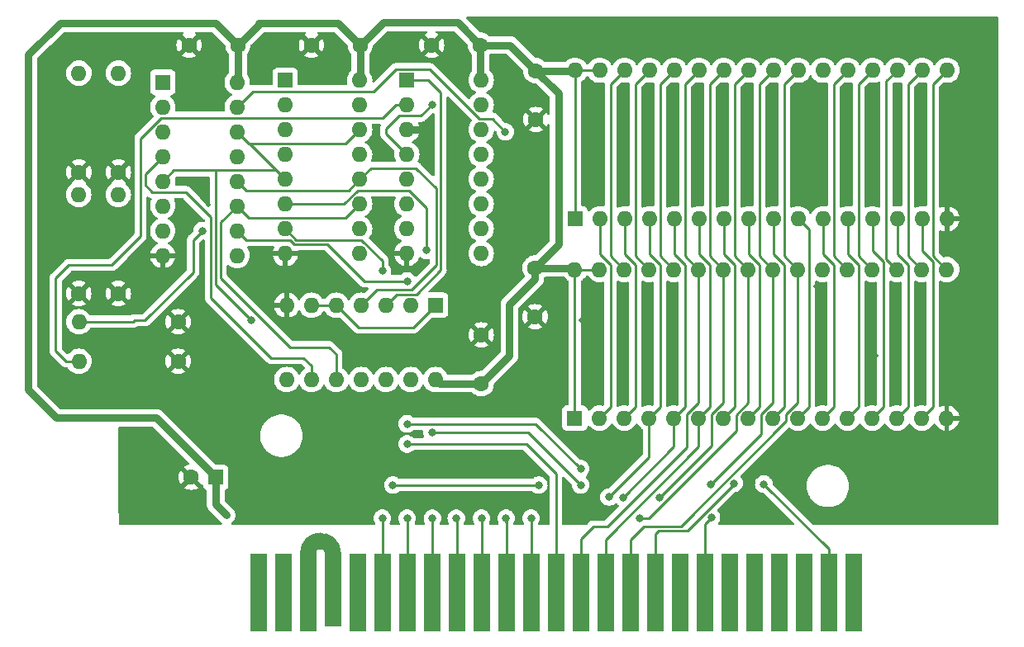
<source format=gbr>
%TF.GenerationSoftware,KiCad,Pcbnew,(7.0.0)*%
%TF.CreationDate,2023-03-31T15:06:47+09:00*%
%TF.ProjectId,project3,70726f6a-6563-4743-932e-6b696361645f,rev?*%
%TF.SameCoordinates,Original*%
%TF.FileFunction,Copper,L1,Top*%
%TF.FilePolarity,Positive*%
%FSLAX46Y46*%
G04 Gerber Fmt 4.6, Leading zero omitted, Abs format (unit mm)*
G04 Created by KiCad (PCBNEW (7.0.0)) date 2023-03-31 15:06:47*
%MOMM*%
%LPD*%
G01*
G04 APERTURE LIST*
%TA.AperFunction,EtchedComponent*%
%ADD10C,1.700000*%
%TD*%
%TA.AperFunction,ComponentPad*%
%ADD11C,1.600000*%
%TD*%
%TA.AperFunction,ComponentPad*%
%ADD12O,1.600000X1.600000*%
%TD*%
%TA.AperFunction,ComponentPad*%
%ADD13R,1.600000X1.600000*%
%TD*%
%TA.AperFunction,ConnectorPad*%
%ADD14R,1.700000X8.000000*%
%TD*%
%TA.AperFunction,ConnectorPad*%
%ADD15R,1.700000X7.500000*%
%TD*%
%TA.AperFunction,ViaPad*%
%ADD16C,0.800000*%
%TD*%
%TA.AperFunction,ViaPad*%
%ADD17C,0.500000*%
%TD*%
%TA.AperFunction,Conductor*%
%ADD18C,0.800000*%
%TD*%
%TA.AperFunction,Conductor*%
%ADD19C,0.250000*%
%TD*%
G04 APERTURE END LIST*
D10*
%TO.C,CE1*%
X121930160Y-120423560D02*
G75*
G03*
X119390160Y-120423560I-1270000J0D01*
G01*
%TD*%
D11*
%TO.P,R4,1*%
%TO.N,GND*%
X99945376Y-93773762D03*
D12*
%TO.P,R4,2*%
%TO.N,/MA16*%
X99945375Y-83613761D03*
%TD*%
D13*
%TO.P,U2,1,VPP*%
%TO.N,+5V*%
X146714439Y-106558492D03*
D12*
%TO.P,U2,2,A16*%
%TO.N,/MA16*%
X149254439Y-106558492D03*
%TO.P,U2,3,A15*%
%TO.N,/MA15*%
X151794439Y-106558492D03*
%TO.P,U2,4,A12*%
%TO.N,/A12*%
X154334439Y-106558492D03*
%TO.P,U2,5,A7*%
%TO.N,/A7*%
X156874439Y-106558492D03*
%TO.P,U2,6,A6*%
%TO.N,/A6*%
X159414439Y-106558492D03*
%TO.P,U2,7,A5*%
%TO.N,/A5*%
X161954439Y-106558492D03*
%TO.P,U2,8,A4*%
%TO.N,/A4*%
X164494439Y-106558492D03*
%TO.P,U2,9,A3*%
%TO.N,/A3*%
X167034439Y-106558492D03*
%TO.P,U2,10,A2*%
%TO.N,/A2*%
X169574439Y-106558492D03*
%TO.P,U2,11,A1*%
%TO.N,/A1*%
X172114439Y-106558492D03*
%TO.P,U2,12,A0*%
%TO.N,/A0*%
X174654439Y-106558492D03*
%TO.P,U2,13,D0*%
%TO.N,/D0*%
X177194439Y-106558492D03*
%TO.P,U2,14,D1*%
%TO.N,/D1*%
X179734439Y-106558492D03*
%TO.P,U2,15,D2*%
%TO.N,/D2*%
X182274439Y-106558492D03*
%TO.P,U2,16,GND*%
%TO.N,GND*%
X184814439Y-106558492D03*
%TO.P,U2,17,D3*%
%TO.N,/D3*%
X184814439Y-91318492D03*
%TO.P,U2,18,D4*%
%TO.N,/D4*%
X182274439Y-91318492D03*
%TO.P,U2,19,D5*%
%TO.N,/D5*%
X179734439Y-91318492D03*
%TO.P,U2,20,D6*%
%TO.N,/D6*%
X177194439Y-91318492D03*
%TO.P,U2,21,D7*%
%TO.N,/D7*%
X174654439Y-91318492D03*
%TO.P,U2,22,~{CE}*%
%TO.N,/ROM_CE2*%
X172114439Y-91318492D03*
%TO.P,U2,23,A10*%
%TO.N,/A10*%
X169574439Y-91318492D03*
%TO.P,U2,24,~{OE}*%
%TO.N,/{slash}RD*%
X167034439Y-91318492D03*
%TO.P,U2,25,A11*%
%TO.N,/A11*%
X164494439Y-91318492D03*
%TO.P,U2,26,A9*%
%TO.N,/A9*%
X161954439Y-91318492D03*
%TO.P,U2,27,A8*%
%TO.N,/A8*%
X159414439Y-91318492D03*
%TO.P,U2,28,A13*%
%TO.N,/MA13*%
X156874439Y-91318492D03*
%TO.P,U2,29,A14*%
%TO.N,/MA14*%
X154334439Y-91318492D03*
%TO.P,U2,30,A17*%
%TO.N,/MA17*%
X151794439Y-91318492D03*
%TO.P,U2,31,~{PGM}*%
%TO.N,+5V*%
X149254439Y-91318492D03*
%TO.P,U2,32,VCC*%
X146714439Y-91318492D03*
%TD*%
D13*
%TO.P,U6,1,D2*%
%TO.N,/D5*%
X104503718Y-72092559D03*
D12*
%TO.P,U6,2,D3*%
%TO.N,unconnected-(U6-D3-Pad2)*%
X104503718Y-74632559D03*
%TO.P,U6,3,D4*%
%TO.N,unconnected-(U6-D4-Pad3)*%
X104503718Y-77172559D03*
%TO.P,U6,4,Rb*%
%TO.N,/A13*%
X104503718Y-79712559D03*
%TO.P,U6,5,Ra*%
%TO.N,/A15*%
X104503718Y-82252559D03*
%TO.P,U6,6,Q4*%
%TO.N,unconnected-(U6-Q4-Pad6)*%
X104503718Y-84792559D03*
%TO.P,U6,7,Q3*%
%TO.N,unconnected-(U6-Q3-Pad7)*%
X104503718Y-87332559D03*
%TO.P,U6,8,GND*%
%TO.N,GND*%
X104503718Y-89872559D03*
%TO.P,U6,9,Q2*%
%TO.N,Net-(U5A-A0)*%
X112123718Y-89872559D03*
%TO.P,U6,10,Q1*%
%TO.N,/MA17*%
X112123718Y-87332559D03*
%TO.P,U6,11,~{Er}*%
%TO.N,Net-(U4-~{Er})*%
X112123718Y-84792559D03*
%TO.P,U6,12,~{Ew}*%
%TO.N,Net-(U4-~{Ew})*%
X112123718Y-82252559D03*
%TO.P,U6,13,Wb*%
%TO.N,/A13*%
X112123718Y-79712559D03*
%TO.P,U6,14,Wa*%
%TO.N,/A15*%
X112123718Y-77172559D03*
%TO.P,U6,15,D1*%
%TO.N,/D4*%
X112123718Y-74632559D03*
%TO.P,U6,16,VCC*%
%TO.N,+5V*%
X112123718Y-72092559D03*
%TD*%
D13*
%TO.P,U4,1,D2*%
%TO.N,/D2*%
X117048701Y-71899572D03*
D12*
%TO.P,U4,2,D3*%
%TO.N,/D1*%
X117048701Y-74439572D03*
%TO.P,U4,3,D4*%
%TO.N,/D0*%
X117048701Y-76979572D03*
%TO.P,U4,4,Rb*%
%TO.N,/A13*%
X117048701Y-79519572D03*
%TO.P,U4,5,Ra*%
%TO.N,/A15*%
X117048701Y-82059572D03*
%TO.P,U4,6,Q4*%
%TO.N,/MA13*%
X117048701Y-84599572D03*
%TO.P,U4,7,Q3*%
%TO.N,/MA14*%
X117048701Y-87139572D03*
%TO.P,U4,8,GND*%
%TO.N,GND*%
X117048701Y-89679572D03*
%TO.P,U4,9,Q2*%
%TO.N,/MA15*%
X124668701Y-89679572D03*
%TO.P,U4,10,Q1*%
%TO.N,/MA16*%
X124668701Y-87139572D03*
%TO.P,U4,11,~{Er}*%
%TO.N,Net-(U4-~{Er})*%
X124668701Y-84599572D03*
%TO.P,U4,12,~{Ew}*%
%TO.N,Net-(U4-~{Ew})*%
X124668701Y-82059572D03*
%TO.P,U4,13,Wb*%
%TO.N,/A13*%
X124668701Y-79519572D03*
%TO.P,U4,14,Wa*%
%TO.N,/A15*%
X124668701Y-76979572D03*
%TO.P,U4,15,D1*%
%TO.N,/D3*%
X124668701Y-74439572D03*
%TO.P,U4,16,VCC*%
%TO.N,+5V*%
X124668701Y-71899572D03*
%TD*%
D13*
%TO.P,C4,1*%
%TO.N,+5V*%
X109925042Y-112622365D03*
D11*
%TO.P,C4,2*%
%TO.N,GND*%
X107425043Y-112622366D03*
%TD*%
%TO.P,C3,1*%
%TO.N,+5V*%
X124743719Y-68292560D03*
%TO.P,C3,2*%
%TO.N,GND*%
X119743719Y-68292560D03*
%TD*%
%TO.P,C6,1*%
%TO.N,+5V*%
X137130160Y-103019820D03*
%TO.P,C6,2*%
%TO.N,GND*%
X137130160Y-98019820D03*
%TD*%
%TO.P,C5,1*%
%TO.N,+5V*%
X112208156Y-68292560D03*
%TO.P,C5,2*%
%TO.N,GND*%
X107208156Y-68292560D03*
%TD*%
D13*
%TO.P,U1,1,VPP*%
%TO.N,+5V*%
X146733061Y-86103611D03*
D12*
%TO.P,U1,2,A16*%
%TO.N,/MA16*%
X149273061Y-86103611D03*
%TO.P,U1,3,A15*%
%TO.N,/MA15*%
X151813061Y-86103611D03*
%TO.P,U1,4,A12*%
%TO.N,/A12*%
X154353061Y-86103611D03*
%TO.P,U1,5,A7*%
%TO.N,/A7*%
X156893061Y-86103611D03*
%TO.P,U1,6,A6*%
%TO.N,/A6*%
X159433061Y-86103611D03*
%TO.P,U1,7,A5*%
%TO.N,/A5*%
X161973061Y-86103611D03*
%TO.P,U1,8,A4*%
%TO.N,/A4*%
X164513061Y-86103611D03*
%TO.P,U1,9,A3*%
%TO.N,/A3*%
X167053061Y-86103611D03*
%TO.P,U1,10,A2*%
%TO.N,/A2*%
X169593061Y-86103611D03*
%TO.P,U1,11,A1*%
%TO.N,/A1*%
X172133061Y-86103611D03*
%TO.P,U1,12,A0*%
%TO.N,/A0*%
X174673061Y-86103611D03*
%TO.P,U1,13,D0*%
%TO.N,/D0*%
X177213061Y-86103611D03*
%TO.P,U1,14,D1*%
%TO.N,/D1*%
X179753061Y-86103611D03*
%TO.P,U1,15,D2*%
%TO.N,/D2*%
X182293061Y-86103611D03*
%TO.P,U1,16,GND*%
%TO.N,GND*%
X184833061Y-86103611D03*
%TO.P,U1,17,D3*%
%TO.N,/D3*%
X184833061Y-70863611D03*
%TO.P,U1,18,D4*%
%TO.N,/D4*%
X182293061Y-70863611D03*
%TO.P,U1,19,D5*%
%TO.N,/D5*%
X179753061Y-70863611D03*
%TO.P,U1,20,D6*%
%TO.N,/D6*%
X177213061Y-70863611D03*
%TO.P,U1,21,D7*%
%TO.N,/D7*%
X174673061Y-70863611D03*
%TO.P,U1,22,~{CE}*%
%TO.N,/ROM_CE1*%
X172133061Y-70863611D03*
%TO.P,U1,23,A10*%
%TO.N,/A10*%
X169593061Y-70863611D03*
%TO.P,U1,24,~{OE}*%
%TO.N,/{slash}RD*%
X167053061Y-70863611D03*
%TO.P,U1,25,A11*%
%TO.N,/A11*%
X164513061Y-70863611D03*
%TO.P,U1,26,A9*%
%TO.N,/A9*%
X161973061Y-70863611D03*
%TO.P,U1,27,A8*%
%TO.N,/A8*%
X159433061Y-70863611D03*
%TO.P,U1,28,A13*%
%TO.N,/MA13*%
X156893061Y-70863611D03*
%TO.P,U1,29,A14*%
%TO.N,/MA14*%
X154353061Y-70863611D03*
%TO.P,U1,30,A17*%
%TO.N,/MA17*%
X151813061Y-70863611D03*
%TO.P,U1,31,~{PGM}*%
%TO.N,+5V*%
X149273061Y-70863611D03*
%TO.P,U1,32,VCC*%
X146733061Y-70863611D03*
%TD*%
D13*
%TO.P,U5,1,E*%
%TO.N,/{slash}SLTSL*%
X129510159Y-71882448D03*
D12*
%TO.P,U5,2,A0*%
%TO.N,Net-(U5A-A0)*%
X129510159Y-74422448D03*
%TO.P,U5,3,A1*%
%TO.N,GND*%
X129510159Y-76962448D03*
%TO.P,U5,4,O0*%
%TO.N,/ROM_CE1*%
X129510159Y-79502448D03*
%TO.P,U5,5,O1*%
%TO.N,/ROM_CE2*%
X129510159Y-82042448D03*
%TO.P,U5,6,O2*%
%TO.N,unconnected-(U5A-O2-Pad6)*%
X129510159Y-84582448D03*
%TO.P,U5,7,O3*%
%TO.N,unconnected-(U5A-O3-Pad7)*%
X129510159Y-87122448D03*
%TO.P,U5,8,GND*%
%TO.N,GND*%
X129510159Y-89662448D03*
%TO.P,U5,9*%
%TO.N,N/C*%
X137130159Y-89662448D03*
%TO.P,U5,10*%
X137130159Y-87122448D03*
%TO.P,U5,11*%
X137130159Y-84582448D03*
%TO.P,U5,12*%
X137130159Y-82042448D03*
%TO.P,U5,13*%
X137130159Y-79502448D03*
%TO.P,U5,14*%
X137130159Y-76962448D03*
%TO.P,U5,15*%
X137130159Y-74422448D03*
%TO.P,U5,16,VCC*%
%TO.N,+5V*%
X137130159Y-71882448D03*
%TD*%
D14*
%TO.P,CE1,2,~{CS2}*%
%TO.N,unconnected-(CE1-~{CS2}-Pad2)*%
X175259999Y-124459999D03*
%TO.P,CE1,4,~{STLSL}*%
%TO.N,/{slash}SLTSL*%
X172719999Y-124459999D03*
%TO.P,CE1,6,~{RFSH}*%
%TO.N,unconnected-(CE1-~{RFSH}-Pad6)*%
X170179999Y-124459999D03*
%TO.P,CE1,8,~{INT}*%
%TO.N,unconnected-(CE1-~{INT}-Pad8)*%
X167639999Y-124459999D03*
%TO.P,CE1,10,~{BUSD}*%
%TO.N,unconnected-(CE1-~{BUSD}-Pad10)*%
X165099999Y-124459999D03*
%TO.P,CE1,12,~{MERQ}*%
%TO.N,unconnected-(CE1-~{MERQ}-Pad12)*%
X162559999Y-124459999D03*
%TO.P,CE1,14,~{RD}*%
%TO.N,/{slash}RD*%
X160019999Y-124459999D03*
%TO.P,CE1,16,N.C.*%
%TO.N,unconnected-(CE1-N.C.-Pad16)*%
X157479999Y-124459999D03*
%TO.P,CE1,18,A15*%
%TO.N,/A15*%
X154939999Y-124459999D03*
%TO.P,CE1,20,A10*%
%TO.N,/A10*%
X152399999Y-124459999D03*
%TO.P,CE1,22,A6*%
%TO.N,/A6*%
X149859999Y-124459999D03*
%TO.P,CE1,24,A8*%
%TO.N,/A8*%
X147319999Y-124459999D03*
%TO.P,CE1,26,A13*%
%TO.N,/A13*%
X144779999Y-124459999D03*
%TO.P,CE1,28,A0*%
%TO.N,/A0*%
X142239999Y-124459999D03*
%TO.P,CE1,30,A2*%
%TO.N,/A2*%
X139699999Y-124459999D03*
%TO.P,CE1,32,A4*%
%TO.N,/A4*%
X137159999Y-124459999D03*
%TO.P,CE1,34,D0*%
%TO.N,/D0*%
X134619999Y-124459999D03*
%TO.P,CE1,36,D2*%
%TO.N,/D2*%
X132079999Y-124459999D03*
%TO.P,CE1,38,D4*%
%TO.N,/D4*%
X129539999Y-124459999D03*
%TO.P,CE1,40,D6*%
%TO.N,/D6*%
X126999999Y-124459999D03*
%TO.P,CE1,42,CLOCK*%
%TO.N,unconnected-(CE1-CLOCK-Pad42)*%
X124459999Y-124459999D03*
D15*
%TO.P,CE1,44,SW1*%
%TO.N,unconnected-(CE1-SW1-Pad44)*%
X121920159Y-124210559D03*
D14*
%TO.P,CE1,46,SW2*%
%TO.N,unconnected-(CE1-SW2-Pad46)*%
X119379999Y-124459999D03*
%TO.P,CE1,48,+12V*%
%TO.N,unconnected-(CE1-+12V-Pad48)*%
X116839999Y-124459999D03*
%TO.P,CE1,50,-12V*%
%TO.N,unconnected-(CE1--12V-Pad50)*%
X114299999Y-124459999D03*
%TD*%
D11*
%TO.P,C1,1*%
%TO.N,+5V*%
X142727494Y-70912560D03*
%TO.P,C1,2*%
%TO.N,GND*%
X142727494Y-75912560D03*
%TD*%
%TO.P,C7,1*%
%TO.N,+5V*%
X137050160Y-68292560D03*
%TO.P,C7,2*%
%TO.N,GND*%
X132050160Y-68292560D03*
%TD*%
D13*
%TO.P,U3,1*%
%TO.N,Net-(U3-Pad1)*%
X132443718Y-94972559D03*
D12*
%TO.P,U3,2*%
%TO.N,/{slash}WR*%
X129903718Y-94972559D03*
%TO.P,U3,3*%
%TO.N,/{slash}SLTSL*%
X127363718Y-94972559D03*
%TO.P,U3,4*%
%TO.N,Net-(U4-~{Ew})*%
X124823718Y-94972559D03*
%TO.P,U3,5*%
%TO.N,Net-(U3-Pad1)*%
X122283718Y-94972559D03*
%TO.P,U3,6*%
X119743718Y-94972559D03*
%TO.P,U3,7,GND*%
%TO.N,GND*%
X117203718Y-94972559D03*
%TO.P,U3,8*%
%TO.N,/A15*%
X117203718Y-102592559D03*
%TO.P,U3,9*%
%TO.N,/A13*%
X119743718Y-102592559D03*
%TO.P,U3,10*%
%TO.N,Net-(U4-~{Er})*%
X122283718Y-102592559D03*
%TO.P,U3,11*%
%TO.N,N/C*%
X124823718Y-102592559D03*
%TO.P,U3,12*%
X127363718Y-102592559D03*
%TO.P,U3,13*%
X129903718Y-102592559D03*
%TO.P,U3,14,VCC*%
%TO.N,+5V*%
X132443718Y-102592559D03*
%TD*%
D11*
%TO.P,C2,1*%
%TO.N,+5V*%
X142643575Y-91152560D03*
%TO.P,C2,2*%
%TO.N,GND*%
X142643575Y-96152560D03*
%TD*%
%TO.P,R2,1*%
%TO.N,GND*%
X99962996Y-81325981D03*
D12*
%TO.P,R2,2*%
%TO.N,/MA14*%
X99962995Y-71165980D03*
%TD*%
D11*
%TO.P,R6,1*%
%TO.N,GND*%
X106077301Y-96670862D03*
D12*
%TO.P,R6,2*%
%TO.N,/MA17*%
X95917300Y-96670861D03*
%TD*%
D11*
%TO.P,R5,1*%
%TO.N,GND*%
X106077301Y-100720862D03*
D12*
%TO.P,R5,2*%
%TO.N,Net-(U5A-A0)*%
X95917300Y-100720861D03*
%TD*%
D11*
%TO.P,R1,1*%
%TO.N,GND*%
X95912996Y-81325981D03*
D12*
%TO.P,R1,2*%
%TO.N,/MA13*%
X95912995Y-71165980D03*
%TD*%
D11*
%TO.P,R3,1*%
%TO.N,GND*%
X95895376Y-93773762D03*
D12*
%TO.P,R3,2*%
%TO.N,/MA15*%
X95895375Y-83613761D03*
%TD*%
D16*
%TO.N,GND*%
X142240000Y-86360000D03*
X142249784Y-84236702D03*
X140434708Y-82705384D03*
X140456723Y-86293952D03*
X135244629Y-95133007D03*
X137052367Y-95208839D03*
%TO.N,+5V*%
X111040542Y-116533159D03*
D17*
%TO.N,GND*%
X151721736Y-104117670D03*
X172041736Y-103797379D03*
X134767236Y-79388956D03*
X106642318Y-85210719D03*
X148556854Y-77266939D03*
X106680000Y-106680000D03*
X148499983Y-104004626D03*
X185197401Y-75543019D03*
X154340587Y-104004626D03*
X182880000Y-111760000D03*
X179552006Y-75409041D03*
X182244127Y-79796298D03*
X161747583Y-77443832D03*
X111760000Y-101600000D03*
X177800000Y-111760000D03*
X187960000Y-101600000D03*
X182171032Y-100111587D03*
X131583164Y-79539681D03*
X187960000Y-116840000D03*
X147320000Y-96520000D03*
X164503030Y-77486223D03*
X177262866Y-77316657D03*
X111760000Y-106680000D03*
X171422087Y-93027500D03*
X116840000Y-111760000D03*
X154237313Y-77295200D03*
X174253071Y-77401440D03*
X156733351Y-104136510D03*
X185253923Y-79979994D03*
X109166967Y-84621076D03*
X129917859Y-99459142D03*
X187960000Y-111760000D03*
X187960000Y-106680000D03*
X156745388Y-77274266D03*
X154220565Y-96513021D03*
X182880000Y-116840000D03*
X179665225Y-100092747D03*
X159416052Y-77443832D03*
X126521307Y-77022010D03*
X166961736Y-77401440D03*
X151693824Y-77323461D03*
X151671494Y-96519999D03*
X170607403Y-77486223D03*
X177800000Y-116840000D03*
X131639686Y-77015032D03*
X177592752Y-100186950D03*
X121920000Y-111760000D03*
X134691873Y-77109236D03*
X156669851Y-96494181D03*
D16*
%TO.N,/MA13*%
X131537955Y-89349464D03*
%TO.N,/MA14*%
X127000000Y-91440000D03*
%TO.N,/MA17*%
X129540000Y-92502157D03*
X108552901Y-87332560D03*
%TO.N,/A12*%
X150212863Y-114652863D03*
%TO.N,/A7*%
X151684699Y-114694096D03*
%TO.N,/A4*%
X137160000Y-116840000D03*
%TO.N,/A2*%
X139683959Y-116840000D03*
%TO.N,/A0*%
X142230438Y-116840000D03*
%TO.N,/D0*%
X134568901Y-116840000D03*
%TO.N,/D2*%
X132126144Y-116840000D03*
%TO.N,/D4*%
X139601094Y-77191853D03*
X129540000Y-116840000D03*
%TO.N,/D6*%
X127000000Y-116840000D03*
%TO.N,/ROM_CE1*%
X132080000Y-74392208D03*
%TO.N,/{slash}RD*%
X160705117Y-116734826D03*
X160670164Y-113334313D03*
%TO.N,/A11*%
X153357218Y-116827418D03*
%TO.N,/A9*%
X155416258Y-114687230D03*
%TO.N,/{slash}WR*%
X147320000Y-113409315D03*
X132080000Y-108035307D03*
%TO.N,/{slash}SLTSL*%
X166074942Y-113325058D03*
X129540000Y-107142520D03*
X147320000Y-111760000D03*
%TO.N,/A15*%
X113527026Y-96520000D03*
X163033986Y-113235702D03*
X128073929Y-113423703D03*
X143009375Y-113423703D03*
%TO.N,/A13*%
X129540000Y-109220000D03*
%TD*%
D18*
%TO.N,+5V*%
X112208156Y-68292560D02*
X112208156Y-72008123D01*
X145049210Y-88746925D02*
X142643575Y-91152560D01*
X137050160Y-68292560D02*
X137050160Y-71802449D01*
X146548507Y-91152560D02*
X146714440Y-91318493D01*
D19*
X146733062Y-86103612D02*
X146733062Y-70863612D01*
X146733062Y-70863612D02*
X149273062Y-70863612D01*
D18*
X132870979Y-103019820D02*
X132443719Y-102592560D01*
X140107494Y-68292560D02*
X142727494Y-70912560D01*
X145049210Y-73234276D02*
X145049210Y-88746925D01*
X142643575Y-91152560D02*
X146548507Y-91152560D01*
D19*
X146714440Y-91318493D02*
X149254440Y-91318493D01*
D18*
X127085052Y-65951227D02*
X134708827Y-65951227D01*
X111040542Y-116533159D02*
X109913048Y-115405665D01*
X90728428Y-69291572D02*
X93980000Y-66040000D01*
X140012603Y-100137377D02*
X137130160Y-103019820D01*
X142727494Y-70912560D02*
X145049210Y-73234276D01*
X142643575Y-92283930D02*
X140012603Y-94914902D01*
X109925043Y-112622366D02*
X103841204Y-106538527D01*
X142727494Y-70912560D02*
X146333719Y-70912560D01*
D19*
X146714440Y-106558493D02*
X146714440Y-91318493D01*
D18*
X146333719Y-70912560D02*
X146413719Y-70832560D01*
X137130160Y-103019820D02*
X132870979Y-103019820D01*
X114300000Y-66200716D02*
X114300000Y-66040000D01*
X103841204Y-106538527D02*
X93616278Y-106538527D01*
X124743719Y-68292560D02*
X124743719Y-71824556D01*
X124743719Y-71824556D02*
X124668702Y-71899573D01*
X114300000Y-66040000D02*
X122491159Y-66040000D01*
X93616278Y-106538527D02*
X90728428Y-103650677D01*
X140012603Y-94914902D02*
X140012603Y-100137377D01*
X90728428Y-103650677D02*
X90728428Y-69291572D01*
X109955596Y-66040000D02*
X112208156Y-68292560D01*
X93980000Y-66040000D02*
X109955596Y-66040000D01*
X134708827Y-65951227D02*
X137050160Y-68292560D01*
X109925043Y-115393670D02*
X109925043Y-112622366D01*
X122491159Y-66040000D02*
X124743719Y-68292560D01*
X137050160Y-71802449D02*
X137130160Y-71882449D01*
X112208156Y-68292560D02*
X114300000Y-66200716D01*
X109913048Y-115405665D02*
X109925043Y-115393670D01*
X124743719Y-68292560D02*
X127085052Y-65951227D01*
X137050160Y-68292560D02*
X140107494Y-68292560D01*
X112208156Y-72008123D02*
X112123719Y-72092560D01*
X142643575Y-91152560D02*
X142643575Y-92283930D01*
%TO.N,GND*%
X129510160Y-76962449D02*
X131587103Y-76962449D01*
X131587103Y-76962449D02*
X131639686Y-77015032D01*
D19*
%TO.N,/MA13*%
X156893062Y-70863612D02*
X155478062Y-72278612D01*
X129707002Y-83188300D02*
X131537955Y-85019253D01*
X155478062Y-89922115D02*
X156874440Y-91318493D01*
X123077711Y-84599573D02*
X124488984Y-83188300D01*
X131537955Y-85019253D02*
X131537955Y-89349464D01*
X117048702Y-84599573D02*
X123077711Y-84599573D01*
X124488984Y-83188300D02*
X129707002Y-83188300D01*
X155478062Y-72278612D02*
X155478062Y-89922115D01*
%TO.N,/MA14*%
X154353062Y-70863612D02*
X152938062Y-72278612D01*
X117048702Y-87139573D02*
X118173702Y-88264573D01*
X152938062Y-72278612D02*
X152938062Y-89922115D01*
X118173702Y-88264573D02*
X124866859Y-88264573D01*
X124866859Y-88264573D02*
X127000000Y-90397714D01*
X127000000Y-90397714D02*
X127000000Y-91440000D01*
X152938062Y-89922115D02*
X154334440Y-91318493D01*
%TO.N,/MA15*%
X151813062Y-89746124D02*
X152919440Y-90852502D01*
X152919440Y-105433493D02*
X151794440Y-106558493D01*
X151813062Y-86103612D02*
X151813062Y-89746124D01*
X152919440Y-90852502D02*
X152919440Y-105433493D01*
%TO.N,/MA16*%
X150379440Y-105433493D02*
X149254440Y-106558493D01*
X149273062Y-89746124D02*
X150379440Y-90852502D01*
X150379440Y-90852502D02*
X150379440Y-105433493D01*
X149273062Y-86103612D02*
X149273062Y-89746124D01*
%TO.N,/MA17*%
X107619172Y-88266289D02*
X107619172Y-91573492D01*
X108552901Y-87332560D02*
X107619172Y-88266289D01*
X151813062Y-70863612D02*
X150398062Y-72278612D01*
X101449138Y-96670862D02*
X95917301Y-96670862D01*
X117537306Y-88264573D02*
X117987306Y-88714573D01*
X121380089Y-88714573D02*
X125167673Y-92502157D01*
X150398062Y-72278612D02*
X150398062Y-89922115D01*
X125167673Y-92502157D02*
X129540000Y-92502157D01*
X113055732Y-88264573D02*
X117537306Y-88264573D01*
X102672664Y-96520000D02*
X101600000Y-96520000D01*
X101600000Y-96520000D02*
X101449138Y-96670862D01*
X107619172Y-91573492D02*
X102672664Y-96520000D01*
X117987306Y-88714573D02*
X121380089Y-88714573D01*
X150398062Y-89922115D02*
X151794440Y-91318493D01*
X112123719Y-87332560D02*
X113055732Y-88264573D01*
%TO.N,/A12*%
X154334440Y-110531287D02*
X154334440Y-106558493D01*
X155459440Y-105433493D02*
X154334440Y-106558493D01*
X155459440Y-90852502D02*
X155459440Y-105433493D01*
X150212863Y-114652863D02*
X154334440Y-110531287D01*
X154353062Y-89746124D02*
X155459440Y-90852502D01*
X154353062Y-86103612D02*
X154353062Y-89746124D01*
%TO.N,/A7*%
X157999440Y-105433493D02*
X156874440Y-106558493D01*
X156893062Y-89746124D02*
X157999440Y-90852502D01*
X151684699Y-114694096D02*
X156874440Y-109504355D01*
X156874440Y-109504355D02*
X156874440Y-106558493D01*
X156893062Y-86103612D02*
X156893062Y-89746124D01*
X157999440Y-90852502D02*
X157999440Y-105433493D01*
%TO.N,/A6*%
X159414440Y-109502867D02*
X149860000Y-119057307D01*
X149860000Y-119057307D02*
X149860000Y-124460000D01*
X159414440Y-106558493D02*
X159414440Y-109502867D01*
X160539440Y-105433493D02*
X159414440Y-106558493D01*
X159433062Y-86103612D02*
X159433062Y-89746124D01*
X160539440Y-90852502D02*
X160539440Y-105433493D01*
X159433062Y-89746124D02*
X160539440Y-90852502D01*
%TO.N,/A5*%
X163079440Y-90852502D02*
X163079440Y-105433493D01*
X163079440Y-105433493D02*
X161954440Y-106558493D01*
X161973062Y-89746124D02*
X163079440Y-90852502D01*
X161973062Y-86103612D02*
X161973062Y-89746124D01*
%TO.N,/A4*%
X165619440Y-90852502D02*
X165619440Y-105433493D01*
X164513062Y-86103612D02*
X164513062Y-89746124D01*
X165619440Y-105433493D02*
X164494440Y-106558493D01*
X137160000Y-116840000D02*
X137160000Y-124460000D01*
X164513062Y-89746124D02*
X165619440Y-90852502D01*
%TO.N,/A3*%
X167053062Y-86103612D02*
X167053062Y-89746124D01*
X168159440Y-90852502D02*
X168159440Y-105433493D01*
X167053062Y-89746124D02*
X168159440Y-90852502D01*
X168159440Y-105433493D02*
X167034440Y-106558493D01*
%TO.N,/A2*%
X169593062Y-86103612D02*
X170699440Y-87209990D01*
X139683959Y-116840000D02*
X139706268Y-116862309D01*
X139700000Y-117276524D02*
X139700000Y-124460000D01*
X170699440Y-105433493D02*
X169574440Y-106558493D01*
X139706268Y-116862309D02*
X139706268Y-117270256D01*
X139683959Y-117260483D02*
X139700000Y-117276524D01*
X170699440Y-87209990D02*
X170699440Y-105433493D01*
X139683959Y-116840000D02*
X139683959Y-117260483D01*
%TO.N,/A1*%
X173239440Y-90852502D02*
X173239440Y-105433493D01*
X172133062Y-89746124D02*
X173239440Y-90852502D01*
X172133062Y-86103612D02*
X172133062Y-89746124D01*
X173239440Y-105433493D02*
X172114440Y-106558493D01*
%TO.N,/A0*%
X175779440Y-90852502D02*
X175779440Y-105433493D01*
X142230438Y-116840000D02*
X142240000Y-116849562D01*
X142240000Y-116849562D02*
X142240000Y-124460000D01*
X174673062Y-89746124D02*
X175779440Y-90852502D01*
X175779440Y-105433493D02*
X174654440Y-106558493D01*
X174673062Y-86103612D02*
X174673062Y-89746124D01*
%TO.N,/D0*%
X134568901Y-116840000D02*
X134620000Y-116891099D01*
X178319440Y-105433493D02*
X177194440Y-106558493D01*
X177213062Y-86103612D02*
X177213062Y-89432805D01*
X134620000Y-116891099D02*
X134620000Y-124460000D01*
X177213062Y-89432805D02*
X178319440Y-90539183D01*
X178319440Y-90539183D02*
X178319440Y-105433493D01*
%TO.N,/D1*%
X179753062Y-86103612D02*
X179753062Y-89746124D01*
X179753062Y-89746124D02*
X180859440Y-90852502D01*
X180859440Y-105433493D02*
X179734440Y-106558493D01*
X180859440Y-90852502D02*
X180859440Y-105433493D01*
%TO.N,/D2*%
X132080000Y-116886144D02*
X132080000Y-124460000D01*
X182293062Y-86103612D02*
X182293062Y-89432805D01*
X132126144Y-116840000D02*
X132080000Y-116886144D01*
X182293062Y-89432805D02*
X183399440Y-90539183D01*
X183399440Y-90539183D02*
X183399440Y-105433493D01*
X183399440Y-105433493D02*
X182274440Y-106558493D01*
%TO.N,/D3*%
X183418062Y-89922115D02*
X184814440Y-91318493D01*
X183418062Y-72278612D02*
X183418062Y-89922115D01*
X184833062Y-70863612D02*
X183418062Y-72278612D01*
%TO.N,/D4*%
X126109299Y-73033310D02*
X128385160Y-70757449D01*
X128385160Y-70757449D02*
X131874169Y-70757449D01*
X138268101Y-75837449D02*
X139601094Y-77170442D01*
X182293062Y-70863612D02*
X180878062Y-72278612D01*
X112123719Y-74632560D02*
X113722969Y-73033310D01*
X136954169Y-75837449D02*
X138268101Y-75837449D01*
X131874169Y-70757449D02*
X136954169Y-75837449D01*
X129540000Y-116840000D02*
X129540000Y-124460000D01*
X180878062Y-89922115D02*
X182274440Y-91318493D01*
X113722969Y-73033310D02*
X126109299Y-73033310D01*
X180878062Y-72278612D02*
X180878062Y-89922115D01*
%TO.N,/D5*%
X178628062Y-90212115D02*
X179734440Y-91318493D01*
X179753062Y-70863612D02*
X178628062Y-71988612D01*
X178628062Y-71988612D02*
X178628062Y-90212115D01*
%TO.N,/D6*%
X177213062Y-70863612D02*
X175798062Y-72278612D01*
X175798062Y-89922115D02*
X177194440Y-91318493D01*
X175798062Y-72278612D02*
X175798062Y-89922115D01*
X127000000Y-116840000D02*
X127000000Y-124460000D01*
%TO.N,/D7*%
X174673062Y-70863612D02*
X173258062Y-72278612D01*
X173258062Y-72278612D02*
X173258062Y-89922115D01*
X173258062Y-89922115D02*
X174654440Y-91318493D01*
%TO.N,/ROM_CE1*%
X127406718Y-77399007D02*
X127406718Y-76855765D01*
X128715034Y-75547449D02*
X130924759Y-75547449D01*
X130924759Y-75547449D02*
X132080000Y-74392208D01*
X129510160Y-79502449D02*
X127406718Y-77399007D01*
X127406718Y-76855765D02*
X128715034Y-75547449D01*
%TO.N,/A10*%
X157604138Y-117640952D02*
X153781988Y-117640952D01*
X168374568Y-106870522D02*
X157604138Y-117640952D01*
X152400000Y-119022940D02*
X152400000Y-124460000D01*
X169574440Y-104967502D02*
X168374568Y-106167374D01*
X168374568Y-106167374D02*
X168374568Y-106870522D01*
X168178062Y-89922115D02*
X169574440Y-91318493D01*
X153781988Y-117640952D02*
X152400000Y-119022940D01*
X168178062Y-72278612D02*
X168178062Y-89922115D01*
X169593062Y-70863612D02*
X168178062Y-72278612D01*
X169574440Y-91318493D02*
X169574440Y-104967502D01*
%TO.N,/{slash}RD*%
X165814543Y-106187399D02*
X167034440Y-104967502D01*
X167034440Y-104967502D02*
X167034440Y-91318493D01*
X160705117Y-116734826D02*
X160020000Y-117419943D01*
X160670164Y-113334313D02*
X165814543Y-108189935D01*
X167053062Y-70863612D02*
X165638062Y-72278612D01*
X165638062Y-89922115D02*
X167034440Y-91318493D01*
X165814543Y-108189935D02*
X165814543Y-106187399D01*
X165638062Y-72278612D02*
X165638062Y-89922115D01*
X160020000Y-117419943D02*
X160020000Y-124460000D01*
%TO.N,/A11*%
X163245434Y-106216508D02*
X163245434Y-107883358D01*
X164494440Y-104967502D02*
X163245434Y-106216508D01*
X154301374Y-116827418D02*
X153357218Y-116827418D01*
X163245434Y-107883358D02*
X154301374Y-116827418D01*
X163098062Y-89922115D02*
X164494440Y-91318493D01*
X164513062Y-70863612D02*
X163098062Y-72278612D01*
X163098062Y-72278612D02*
X163098062Y-89922115D01*
X164494440Y-91318493D02*
X164494440Y-104967502D01*
%TO.N,/A9*%
X161954440Y-104967502D02*
X161954440Y-91318493D01*
X161973062Y-70863612D02*
X160558062Y-72278612D01*
X160749947Y-106171995D02*
X161954440Y-104967502D01*
X160558062Y-89922115D02*
X161954440Y-91318493D01*
X160749947Y-109353540D02*
X160749947Y-106171995D01*
X160558062Y-72278612D02*
X160558062Y-89922115D01*
X155416258Y-114687230D02*
X160749947Y-109353540D01*
%TO.N,/A8*%
X150026569Y-117674202D02*
X148595838Y-117674202D01*
X147320000Y-118991281D02*
X147320000Y-124460000D01*
X158018062Y-89922115D02*
X159414440Y-91318493D01*
X148595838Y-117715443D02*
X147320000Y-118991281D01*
X159433062Y-70863612D02*
X158018062Y-72278612D01*
X148595838Y-117674202D02*
X148595838Y-117715443D01*
X159414440Y-104967502D02*
X158189922Y-106192020D01*
X158189922Y-109510849D02*
X150026569Y-117674202D01*
X159414440Y-91318493D02*
X159414440Y-104967502D01*
X158018062Y-72278612D02*
X158018062Y-89922115D01*
X158189922Y-106192020D02*
X158189922Y-109510849D01*
%TO.N,/{slash}WR*%
X147320000Y-113409315D02*
X141945992Y-108035307D01*
X141945992Y-108035307D02*
X132080000Y-108035307D01*
%TO.N,/{slash}SLTSL*%
X131692769Y-71878900D02*
X131689220Y-71882449D01*
X131689220Y-71882449D02*
X129510160Y-71882449D01*
X132962025Y-73148156D02*
X131692769Y-71878900D01*
X147320000Y-111760000D02*
X142702520Y-107142520D01*
X142702520Y-107142520D02*
X129540000Y-107142520D01*
X130468413Y-93847560D02*
X132962025Y-91353948D01*
X172720000Y-119970115D02*
X172720000Y-124460000D01*
X132962025Y-91353948D02*
X132962025Y-73148156D01*
X127363719Y-94972560D02*
X128488719Y-93847560D01*
X128488719Y-93847560D02*
X130468413Y-93847560D01*
X166074942Y-113325058D02*
X172720000Y-119970115D01*
%TO.N,/A15*%
X109919883Y-92912857D02*
X109919883Y-81162429D01*
X104503719Y-82252560D02*
X105628719Y-81127560D01*
X110013013Y-81127560D02*
X116116689Y-81127560D01*
X154940000Y-118476460D02*
X154940000Y-124460000D01*
X163033986Y-113336902D02*
X158271779Y-118099109D01*
X113345732Y-78394573D02*
X123253702Y-78394573D01*
X116116689Y-81127560D02*
X117048702Y-82059573D01*
X163033986Y-113235702D02*
X163033986Y-113336902D01*
X105628719Y-81127560D02*
X109885014Y-81127560D01*
X128073929Y-113423703D02*
X143009375Y-113423703D01*
X113527026Y-96520000D02*
X109919883Y-92912857D01*
X113345732Y-78394573D02*
X113383702Y-78394573D01*
X123253702Y-78394573D02*
X124668702Y-76979573D01*
X109885014Y-81127560D02*
X110013013Y-81127560D01*
X113383702Y-78394573D02*
X116116689Y-81127560D01*
X109919883Y-81162429D02*
X109885014Y-81127560D01*
X112123719Y-77172560D02*
X113345732Y-78394573D01*
X158271779Y-118099109D02*
X155317351Y-118099109D01*
X155317351Y-118099109D02*
X154940000Y-118476460D01*
%TO.N,/A13*%
X106859999Y-83377560D02*
X109435513Y-85953074D01*
X102705318Y-81510961D02*
X102705318Y-82636527D01*
X144780000Y-124460000D02*
X144780000Y-112275881D01*
X118941084Y-100373769D02*
X119756181Y-101188866D01*
X115613769Y-100373769D02*
X118941084Y-100373769D01*
X103446351Y-83377560D02*
X106859999Y-83377560D01*
X119743719Y-101201328D02*
X119743719Y-102592560D01*
X109435513Y-85953074D02*
X109435513Y-94195513D01*
X109435513Y-94195513D02*
X115613769Y-100373769D01*
X104503719Y-79712560D02*
X102705318Y-81510961D01*
X102705318Y-82636527D02*
X103446351Y-83377560D01*
X119756181Y-101188866D02*
X119743719Y-101201328D01*
X144780000Y-112275881D02*
X141724119Y-109220000D01*
X141724119Y-109220000D02*
X129540000Y-109220000D01*
%TO.N,Net-(U5A-A0)*%
X102215461Y-87914356D02*
X99295152Y-90834665D01*
X94574149Y-100720862D02*
X95917301Y-100720862D01*
X93529718Y-99676431D02*
X94574149Y-100720862D01*
X129510160Y-74422449D02*
X128378790Y-74422449D01*
X104327728Y-75757560D02*
X102215461Y-77869827D01*
X94885026Y-90834665D02*
X93529718Y-92189973D01*
X93529718Y-92189973D02*
X93529718Y-99676431D01*
X99295152Y-90834665D02*
X94885026Y-90834665D01*
X127043679Y-75757560D02*
X104327728Y-75757560D01*
X102215461Y-77869827D02*
X102215461Y-87914356D01*
X128378790Y-74422449D02*
X127043679Y-75757560D01*
%TO.N,Net-(U4-~{Er})*%
X121551305Y-99283786D02*
X122283719Y-100016200D01*
X122283719Y-100016200D02*
X122283719Y-102592560D01*
X117567240Y-99283786D02*
X121551305Y-99283786D01*
X113345732Y-86014573D02*
X123253702Y-86014573D01*
X112123719Y-84792560D02*
X113345732Y-86014573D01*
X123253702Y-86014573D02*
X124668702Y-84599573D01*
X110441519Y-92158065D02*
X117567240Y-99283786D01*
X112123719Y-84792560D02*
X110441519Y-86474760D01*
X110441519Y-86474760D02*
X110441519Y-92158065D01*
%TO.N,Net-(U4-~{Ew})*%
X132512524Y-82972073D02*
X132512524Y-90879764D01*
X112123719Y-82252560D02*
X113055732Y-83184573D01*
X124668702Y-82059573D02*
X125810826Y-80917449D01*
X130457900Y-80917449D02*
X132512524Y-82972073D01*
X123543702Y-83184573D02*
X124668702Y-82059573D01*
X125810826Y-80917449D02*
X130457900Y-80917449D01*
X132512524Y-90879764D02*
X130029745Y-93362543D01*
X130029745Y-93362543D02*
X126433736Y-93362543D01*
X126433736Y-93362543D02*
X124823719Y-94972560D01*
X113055732Y-83184573D02*
X123543702Y-83184573D01*
%TO.N,Net-(U3-Pad1)*%
X130156571Y-97259708D02*
X132443719Y-94972560D01*
X119743719Y-94972560D02*
X122283719Y-94972560D01*
X122283719Y-94972560D02*
X124570867Y-97259708D01*
X124570867Y-97259708D02*
X130156571Y-97259708D01*
%TD*%
%TA.AperFunction,Conductor*%
%TO.N,GND*%
G36*
X190021492Y-65389927D02*
G01*
X190083472Y-65406570D01*
X190128833Y-65451970D01*
X190145421Y-65513966D01*
X190129156Y-117415521D01*
X190112520Y-117477523D01*
X190067108Y-117522897D01*
X190005092Y-117539482D01*
X171215583Y-117529809D01*
X171168165Y-117520358D01*
X171127966Y-117493490D01*
X167158518Y-113524043D01*
X170482235Y-113524043D01*
X170482524Y-113528268D01*
X170500725Y-113794364D01*
X170502402Y-113818870D01*
X170503261Y-113823008D01*
X170503263Y-113823016D01*
X170561663Y-114104053D01*
X170562526Y-114108205D01*
X170563944Y-114112196D01*
X170563945Y-114112198D01*
X170634178Y-114309815D01*
X170661489Y-114386658D01*
X170663436Y-114390416D01*
X170663438Y-114390420D01*
X170705226Y-114471067D01*
X170797445Y-114649043D01*
X170832350Y-114698492D01*
X170965418Y-114887007D01*
X170965422Y-114887012D01*
X170967863Y-114890470D01*
X170970751Y-114893562D01*
X171111867Y-115044661D01*
X171169569Y-115106444D01*
X171172850Y-115109113D01*
X171172853Y-115109116D01*
X171308467Y-115219446D01*
X171398804Y-115292940D01*
X171651298Y-115446486D01*
X171655183Y-115448173D01*
X171655184Y-115448174D01*
X171909228Y-115558521D01*
X171922349Y-115564220D01*
X172206906Y-115643949D01*
X172499670Y-115684188D01*
X172790948Y-115684188D01*
X172795186Y-115684188D01*
X173087950Y-115643949D01*
X173372507Y-115564220D01*
X173643558Y-115446486D01*
X173896052Y-115292940D01*
X174125287Y-115106444D01*
X174326993Y-114890470D01*
X174497411Y-114649043D01*
X174633367Y-114386658D01*
X174732330Y-114108205D01*
X174792454Y-113818870D01*
X174812621Y-113524043D01*
X174792454Y-113229216D01*
X174732330Y-112939881D01*
X174633367Y-112661428D01*
X174497411Y-112399043D01*
X174390638Y-112247781D01*
X174329437Y-112161078D01*
X174329435Y-112161075D01*
X174326993Y-112157616D01*
X174156246Y-111974791D01*
X174128174Y-111944733D01*
X174128172Y-111944731D01*
X174125287Y-111941642D01*
X174122005Y-111938972D01*
X174122002Y-111938969D01*
X173899334Y-111757816D01*
X173899333Y-111757815D01*
X173896052Y-111755146D01*
X173643558Y-111601600D01*
X173639678Y-111599914D01*
X173639671Y-111599911D01*
X173376388Y-111485551D01*
X173376378Y-111485547D01*
X173372507Y-111483866D01*
X173304531Y-111464820D01*
X173092024Y-111405278D01*
X173092017Y-111405276D01*
X173087950Y-111404137D01*
X173083757Y-111403560D01*
X173083754Y-111403560D01*
X172799385Y-111364475D01*
X172799383Y-111364474D01*
X172795186Y-111363898D01*
X172499670Y-111363898D01*
X172495473Y-111364474D01*
X172495470Y-111364475D01*
X172211101Y-111403560D01*
X172211095Y-111403561D01*
X172206906Y-111404137D01*
X172202841Y-111405275D01*
X172202831Y-111405278D01*
X171926420Y-111482725D01*
X171926415Y-111482726D01*
X171922349Y-111483866D01*
X171918482Y-111485545D01*
X171918467Y-111485551D01*
X171655184Y-111599911D01*
X171655171Y-111599917D01*
X171651298Y-111601600D01*
X171647687Y-111603795D01*
X171647679Y-111603800D01*
X171402416Y-111752949D01*
X171402411Y-111752952D01*
X171398804Y-111755146D01*
X171395529Y-111757810D01*
X171395521Y-111757816D01*
X171172853Y-111938969D01*
X171172842Y-111938978D01*
X171169569Y-111941642D01*
X171166690Y-111944724D01*
X171166681Y-111944733D01*
X170970751Y-112154523D01*
X170970746Y-112154528D01*
X170967863Y-112157616D01*
X170965427Y-112161066D01*
X170965418Y-112161078D01*
X170799891Y-112395577D01*
X170799887Y-112395582D01*
X170797445Y-112399043D01*
X170795499Y-112402797D01*
X170795495Y-112402805D01*
X170663438Y-112657665D01*
X170663433Y-112657674D01*
X170661489Y-112661428D01*
X170660072Y-112665413D01*
X170660068Y-112665424D01*
X170563945Y-112935887D01*
X170562526Y-112939881D01*
X170561664Y-112944026D01*
X170561663Y-112944032D01*
X170503263Y-113225069D01*
X170503261Y-113225079D01*
X170502402Y-113229216D01*
X170502113Y-113233431D01*
X170502113Y-113233436D01*
X170489081Y-113423958D01*
X170482235Y-113524043D01*
X167158518Y-113524043D01*
X167013903Y-113379428D01*
X166989663Y-113345130D01*
X166978263Y-113304708D01*
X166975591Y-113279288D01*
X166960616Y-113136802D01*
X166902121Y-112956774D01*
X166807475Y-112792842D01*
X166777898Y-112759994D01*
X166685162Y-112657000D01*
X166685161Y-112656999D01*
X166680813Y-112652170D01*
X166675555Y-112648350D01*
X166675553Y-112648348D01*
X166532930Y-112544727D01*
X166532929Y-112544726D01*
X166527672Y-112540907D01*
X166514342Y-112534972D01*
X166360687Y-112466559D01*
X166360682Y-112466557D01*
X166354745Y-112463914D01*
X166348386Y-112462562D01*
X166348382Y-112462561D01*
X166175950Y-112425910D01*
X166175947Y-112425909D01*
X166169588Y-112424558D01*
X165980296Y-112424558D01*
X165973937Y-112425909D01*
X165973933Y-112425910D01*
X165801501Y-112462561D01*
X165801494Y-112462563D01*
X165795139Y-112463914D01*
X165789204Y-112466556D01*
X165789196Y-112466559D01*
X165628149Y-112538263D01*
X165628144Y-112538265D01*
X165622212Y-112540907D01*
X165616958Y-112544723D01*
X165616953Y-112544727D01*
X165474330Y-112648348D01*
X165474323Y-112648353D01*
X165469071Y-112652170D01*
X165464726Y-112656995D01*
X165464721Y-112657000D01*
X165346755Y-112788014D01*
X165346750Y-112788020D01*
X165342409Y-112792842D01*
X165339164Y-112798462D01*
X165339160Y-112798468D01*
X165251011Y-112951147D01*
X165251008Y-112951152D01*
X165247763Y-112956774D01*
X165245757Y-112962946D01*
X165245755Y-112962952D01*
X165191275Y-113130622D01*
X165191273Y-113130631D01*
X165189268Y-113136802D01*
X165188590Y-113143252D01*
X165188588Y-113143262D01*
X165178900Y-113235447D01*
X165169482Y-113325058D01*
X165170161Y-113331518D01*
X165188588Y-113506853D01*
X165188589Y-113506861D01*
X165189268Y-113513314D01*
X165191273Y-113519486D01*
X165191275Y-113519493D01*
X165245755Y-113687163D01*
X165247763Y-113693342D01*
X165251010Y-113698966D01*
X165251011Y-113698968D01*
X165304715Y-113791987D01*
X165342409Y-113857274D01*
X165346753Y-113862099D01*
X165346755Y-113862101D01*
X165431612Y-113956344D01*
X165469071Y-113997946D01*
X165474329Y-114001766D01*
X165474330Y-114001767D01*
X165502861Y-114022496D01*
X165622212Y-114109209D01*
X165795139Y-114186202D01*
X165980296Y-114225558D01*
X166039490Y-114225558D01*
X166086943Y-114234997D01*
X166127171Y-114261877D01*
X169182330Y-117317036D01*
X169212584Y-117366411D01*
X169217118Y-117424140D01*
X169194945Y-117477633D01*
X169150898Y-117515225D01*
X169094585Y-117528717D01*
X161484007Y-117524800D01*
X161428890Y-117511845D01*
X161385278Y-117475739D01*
X161362262Y-117424009D01*
X161364643Y-117367441D01*
X161391920Y-117317829D01*
X161437650Y-117267042D01*
X161532296Y-117103110D01*
X161590791Y-116923082D01*
X161610577Y-116734826D01*
X161590791Y-116546570D01*
X161532296Y-116366542D01*
X161437650Y-116202610D01*
X161431868Y-116196189D01*
X161334078Y-116087582D01*
X161305406Y-116032504D01*
X161307032Y-115970431D01*
X161338545Y-115916931D01*
X163090781Y-114164696D01*
X163119292Y-114143406D01*
X163152674Y-114131091D01*
X163313789Y-114096846D01*
X163486716Y-114019853D01*
X163639857Y-113908590D01*
X163766519Y-113767918D01*
X163861165Y-113603986D01*
X163919660Y-113423958D01*
X163939446Y-113235702D01*
X163919660Y-113047446D01*
X163861165Y-112867418D01*
X163766519Y-112703486D01*
X163684010Y-112611851D01*
X163655339Y-112556774D01*
X163656965Y-112494701D01*
X163688478Y-112441201D01*
X168566030Y-107563648D01*
X168618144Y-107532541D01*
X168678782Y-107529892D01*
X168732807Y-107556046D01*
X168735301Y-107558540D01*
X168921706Y-107689061D01*
X169127944Y-107785232D01*
X169133174Y-107786633D01*
X169133176Y-107786634D01*
X169308725Y-107833672D01*
X169347748Y-107844128D01*
X169574440Y-107863961D01*
X169801132Y-107844128D01*
X170020936Y-107785232D01*
X170227174Y-107689061D01*
X170413579Y-107558540D01*
X170574487Y-107397632D01*
X170705008Y-107211227D01*
X170732058Y-107153217D01*
X170777815Y-107101042D01*
X170844440Y-107081623D01*
X170911065Y-107101042D01*
X170956821Y-107153217D01*
X170983872Y-107211227D01*
X170986979Y-107215664D01*
X170986980Y-107215666D01*
X171045896Y-107299807D01*
X171114393Y-107397632D01*
X171275301Y-107558540D01*
X171461706Y-107689061D01*
X171667944Y-107785232D01*
X171673174Y-107786633D01*
X171673176Y-107786634D01*
X171848725Y-107833672D01*
X171887748Y-107844128D01*
X172114440Y-107863961D01*
X172341132Y-107844128D01*
X172560936Y-107785232D01*
X172767174Y-107689061D01*
X172953579Y-107558540D01*
X173114487Y-107397632D01*
X173245008Y-107211227D01*
X173272058Y-107153217D01*
X173317815Y-107101042D01*
X173384440Y-107081623D01*
X173451065Y-107101042D01*
X173496821Y-107153217D01*
X173523872Y-107211227D01*
X173526979Y-107215664D01*
X173526980Y-107215666D01*
X173585896Y-107299807D01*
X173654393Y-107397632D01*
X173815301Y-107558540D01*
X174001706Y-107689061D01*
X174207944Y-107785232D01*
X174213174Y-107786633D01*
X174213176Y-107786634D01*
X174388725Y-107833672D01*
X174427748Y-107844128D01*
X174654440Y-107863961D01*
X174881132Y-107844128D01*
X175100936Y-107785232D01*
X175307174Y-107689061D01*
X175493579Y-107558540D01*
X175654487Y-107397632D01*
X175785008Y-107211227D01*
X175812058Y-107153217D01*
X175857815Y-107101042D01*
X175924440Y-107081623D01*
X175991065Y-107101042D01*
X176036821Y-107153217D01*
X176063872Y-107211227D01*
X176066979Y-107215664D01*
X176066980Y-107215666D01*
X176125896Y-107299807D01*
X176194393Y-107397632D01*
X176355301Y-107558540D01*
X176541706Y-107689061D01*
X176747944Y-107785232D01*
X176753174Y-107786633D01*
X176753176Y-107786634D01*
X176928725Y-107833672D01*
X176967748Y-107844128D01*
X177194440Y-107863961D01*
X177421132Y-107844128D01*
X177640936Y-107785232D01*
X177847174Y-107689061D01*
X178033579Y-107558540D01*
X178194487Y-107397632D01*
X178325008Y-107211227D01*
X178352058Y-107153217D01*
X178397815Y-107101042D01*
X178464440Y-107081623D01*
X178531065Y-107101042D01*
X178576821Y-107153217D01*
X178603872Y-107211227D01*
X178606979Y-107215664D01*
X178606980Y-107215666D01*
X178665896Y-107299807D01*
X178734393Y-107397632D01*
X178895301Y-107558540D01*
X179081706Y-107689061D01*
X179287944Y-107785232D01*
X179293174Y-107786633D01*
X179293176Y-107786634D01*
X179468725Y-107833672D01*
X179507748Y-107844128D01*
X179734440Y-107863961D01*
X179961132Y-107844128D01*
X180180936Y-107785232D01*
X180387174Y-107689061D01*
X180573579Y-107558540D01*
X180734487Y-107397632D01*
X180865008Y-107211227D01*
X180892058Y-107153217D01*
X180937815Y-107101042D01*
X181004440Y-107081623D01*
X181071065Y-107101042D01*
X181116821Y-107153217D01*
X181143872Y-107211227D01*
X181146979Y-107215664D01*
X181146980Y-107215666D01*
X181205896Y-107299807D01*
X181274393Y-107397632D01*
X181435301Y-107558540D01*
X181621706Y-107689061D01*
X181827944Y-107785232D01*
X181833174Y-107786633D01*
X181833176Y-107786634D01*
X182008725Y-107833672D01*
X182047748Y-107844128D01*
X182274440Y-107863961D01*
X182501132Y-107844128D01*
X182720936Y-107785232D01*
X182927174Y-107689061D01*
X183113579Y-107558540D01*
X183274487Y-107397632D01*
X183405008Y-107211227D01*
X183432334Y-107152624D01*
X183478089Y-107100452D01*
X183544714Y-107081032D01*
X183611339Y-107100451D01*
X183657097Y-107152627D01*
X183682019Y-107206072D01*
X183687407Y-107215405D01*
X183811672Y-107392874D01*
X183818609Y-107401140D01*
X183971792Y-107554323D01*
X183980058Y-107561260D01*
X184157527Y-107685525D01*
X184166859Y-107690913D01*
X184363205Y-107782470D01*
X184373347Y-107786162D01*
X184550659Y-107833672D01*
X184561888Y-107834040D01*
X184564440Y-107823098D01*
X185064440Y-107823098D01*
X185066991Y-107834040D01*
X185078220Y-107833672D01*
X185255532Y-107786162D01*
X185265674Y-107782470D01*
X185462020Y-107690913D01*
X185471352Y-107685525D01*
X185648821Y-107561260D01*
X185657087Y-107554323D01*
X185810270Y-107401140D01*
X185817207Y-107392874D01*
X185941472Y-107215405D01*
X185946860Y-107206073D01*
X186038417Y-107009727D01*
X186042109Y-106999585D01*
X186089619Y-106822273D01*
X186089987Y-106811044D01*
X186079045Y-106808493D01*
X185080766Y-106808493D01*
X185067890Y-106811943D01*
X185064440Y-106824819D01*
X185064440Y-107823098D01*
X184564440Y-107823098D01*
X184564440Y-106292167D01*
X185064440Y-106292167D01*
X185067890Y-106305042D01*
X185080766Y-106308493D01*
X186079045Y-106308493D01*
X186089987Y-106305941D01*
X186089619Y-106294712D01*
X186042109Y-106117400D01*
X186038417Y-106107258D01*
X185946860Y-105910912D01*
X185941472Y-105901580D01*
X185817207Y-105724111D01*
X185810270Y-105715845D01*
X185657087Y-105562662D01*
X185648821Y-105555725D01*
X185471352Y-105431460D01*
X185462020Y-105426072D01*
X185265674Y-105334515D01*
X185255532Y-105330823D01*
X185078220Y-105283313D01*
X185066991Y-105282945D01*
X185064440Y-105293888D01*
X185064440Y-106292167D01*
X184564440Y-106292167D01*
X184564440Y-105293888D01*
X184561888Y-105282945D01*
X184550659Y-105283313D01*
X184373347Y-105330823D01*
X184363205Y-105334515D01*
X184201345Y-105409992D01*
X184140830Y-105421345D01*
X184082315Y-105402191D01*
X184040226Y-105357253D01*
X184024940Y-105297610D01*
X184024940Y-92579927D01*
X184040226Y-92520284D01*
X184082315Y-92475346D01*
X184140830Y-92456192D01*
X184201344Y-92467544D01*
X184367944Y-92545232D01*
X184587748Y-92604128D01*
X184814440Y-92623961D01*
X185041132Y-92604128D01*
X185260936Y-92545232D01*
X185467174Y-92449061D01*
X185653579Y-92318540D01*
X185814487Y-92157632D01*
X185945008Y-91971227D01*
X186041179Y-91764989D01*
X186100075Y-91545185D01*
X186119908Y-91318493D01*
X186100075Y-91091801D01*
X186046161Y-90890590D01*
X186042581Y-90877229D01*
X186042580Y-90877227D01*
X186041179Y-90871997D01*
X185945008Y-90665759D01*
X185814487Y-90479354D01*
X185653579Y-90318446D01*
X185522798Y-90226873D01*
X185471613Y-90191033D01*
X185471611Y-90191032D01*
X185467174Y-90187925D01*
X185380105Y-90147324D01*
X185265845Y-90094043D01*
X185265843Y-90094042D01*
X185260936Y-90091754D01*
X185255711Y-90090354D01*
X185255703Y-90090351D01*
X185046356Y-90034257D01*
X185046347Y-90034255D01*
X185041132Y-90032858D01*
X185035744Y-90032386D01*
X185035741Y-90032386D01*
X184819835Y-90013497D01*
X184814440Y-90013025D01*
X184809045Y-90013497D01*
X184593138Y-90032386D01*
X184593133Y-90032386D01*
X184587748Y-90032858D01*
X184582530Y-90034255D01*
X184582519Y-90034258D01*
X184519390Y-90051173D01*
X184455203Y-90051173D01*
X184399617Y-90019079D01*
X184079881Y-89699343D01*
X184053001Y-89659115D01*
X184043562Y-89611662D01*
X184043562Y-87364495D01*
X184058848Y-87304852D01*
X184100937Y-87259914D01*
X184159452Y-87240760D01*
X184219967Y-87252113D01*
X184381827Y-87327589D01*
X184391969Y-87331281D01*
X184569281Y-87378791D01*
X184580510Y-87379159D01*
X184583062Y-87368217D01*
X185083062Y-87368217D01*
X185085613Y-87379159D01*
X185096842Y-87378791D01*
X185274154Y-87331281D01*
X185284296Y-87327589D01*
X185480642Y-87236032D01*
X185489974Y-87230644D01*
X185667443Y-87106379D01*
X185675709Y-87099442D01*
X185828892Y-86946259D01*
X185835829Y-86937993D01*
X185960094Y-86760524D01*
X185965482Y-86751192D01*
X186057039Y-86554846D01*
X186060731Y-86544704D01*
X186108241Y-86367392D01*
X186108609Y-86356163D01*
X186097667Y-86353612D01*
X185099388Y-86353612D01*
X185086512Y-86357062D01*
X185083062Y-86369938D01*
X185083062Y-87368217D01*
X184583062Y-87368217D01*
X184583062Y-85837286D01*
X185083062Y-85837286D01*
X185086512Y-85850161D01*
X185099388Y-85853612D01*
X186097667Y-85853612D01*
X186108609Y-85851060D01*
X186108241Y-85839831D01*
X186060731Y-85662519D01*
X186057039Y-85652377D01*
X185965482Y-85456031D01*
X185960094Y-85446699D01*
X185835829Y-85269230D01*
X185828892Y-85260964D01*
X185675709Y-85107781D01*
X185667443Y-85100844D01*
X185489974Y-84976579D01*
X185480642Y-84971191D01*
X185284296Y-84879634D01*
X185274154Y-84875942D01*
X185096842Y-84828432D01*
X185085613Y-84828064D01*
X185083062Y-84839007D01*
X185083062Y-85837286D01*
X184583062Y-85837286D01*
X184583062Y-84839007D01*
X184580510Y-84828064D01*
X184569281Y-84828432D01*
X184391969Y-84875942D01*
X184381827Y-84879634D01*
X184219967Y-84955111D01*
X184159452Y-84966464D01*
X184100937Y-84947310D01*
X184058848Y-84902372D01*
X184043562Y-84842729D01*
X184043562Y-72589064D01*
X184053001Y-72541611D01*
X184079881Y-72501383D01*
X184247410Y-72333854D01*
X184418241Y-72163022D01*
X184473827Y-72130930D01*
X184538013Y-72130930D01*
X184560697Y-72137009D01*
X184601140Y-72147846D01*
X184601144Y-72147846D01*
X184606370Y-72149247D01*
X184833062Y-72169080D01*
X185059754Y-72149247D01*
X185279558Y-72090351D01*
X185485796Y-71994180D01*
X185672201Y-71863659D01*
X185833109Y-71702751D01*
X185963630Y-71516346D01*
X186059801Y-71310108D01*
X186118697Y-71090304D01*
X186138530Y-70863612D01*
X186118697Y-70636920D01*
X186059801Y-70417116D01*
X185963630Y-70210878D01*
X185833109Y-70024473D01*
X185672201Y-69863565D01*
X185485796Y-69733044D01*
X185279558Y-69636873D01*
X185274333Y-69635473D01*
X185274325Y-69635470D01*
X185064978Y-69579376D01*
X185064969Y-69579374D01*
X185059754Y-69577977D01*
X185054366Y-69577505D01*
X185054363Y-69577505D01*
X184838457Y-69558616D01*
X184833062Y-69558144D01*
X184827667Y-69558616D01*
X184611760Y-69577505D01*
X184611755Y-69577505D01*
X184606370Y-69577977D01*
X184601156Y-69579374D01*
X184601145Y-69579376D01*
X184391798Y-69635470D01*
X184391786Y-69635474D01*
X184386566Y-69636873D01*
X184381661Y-69639159D01*
X184381656Y-69639162D01*
X184185238Y-69730754D01*
X184185234Y-69730756D01*
X184180328Y-69733044D01*
X184175895Y-69736147D01*
X184175888Y-69736152D01*
X183998358Y-69860459D01*
X183998353Y-69860462D01*
X183993923Y-69863565D01*
X183990099Y-69867388D01*
X183990093Y-69867394D01*
X183836844Y-70020643D01*
X183836838Y-70020649D01*
X183833015Y-70024473D01*
X183829912Y-70028903D01*
X183829909Y-70028908D01*
X183705602Y-70206438D01*
X183705597Y-70206445D01*
X183702494Y-70210878D01*
X183700210Y-70215775D01*
X183700203Y-70215788D01*
X183675444Y-70268886D01*
X183629687Y-70321062D01*
X183563062Y-70340481D01*
X183496437Y-70321062D01*
X183450680Y-70268886D01*
X183425920Y-70215788D01*
X183425917Y-70215784D01*
X183423630Y-70210878D01*
X183293109Y-70024473D01*
X183132201Y-69863565D01*
X182945796Y-69733044D01*
X182739558Y-69636873D01*
X182734333Y-69635473D01*
X182734325Y-69635470D01*
X182524978Y-69579376D01*
X182524969Y-69579374D01*
X182519754Y-69577977D01*
X182514366Y-69577505D01*
X182514363Y-69577505D01*
X182298457Y-69558616D01*
X182293062Y-69558144D01*
X182287667Y-69558616D01*
X182071760Y-69577505D01*
X182071755Y-69577505D01*
X182066370Y-69577977D01*
X182061156Y-69579374D01*
X182061145Y-69579376D01*
X181851798Y-69635470D01*
X181851786Y-69635474D01*
X181846566Y-69636873D01*
X181841661Y-69639159D01*
X181841656Y-69639162D01*
X181645238Y-69730754D01*
X181645234Y-69730756D01*
X181640328Y-69733044D01*
X181635895Y-69736147D01*
X181635888Y-69736152D01*
X181458358Y-69860459D01*
X181458353Y-69860462D01*
X181453923Y-69863565D01*
X181450099Y-69867388D01*
X181450093Y-69867394D01*
X181296844Y-70020643D01*
X181296838Y-70020649D01*
X181293015Y-70024473D01*
X181289912Y-70028903D01*
X181289909Y-70028908D01*
X181165602Y-70206438D01*
X181165597Y-70206445D01*
X181162494Y-70210878D01*
X181160210Y-70215775D01*
X181160203Y-70215788D01*
X181135444Y-70268886D01*
X181089687Y-70321062D01*
X181023062Y-70340481D01*
X180956437Y-70321062D01*
X180910680Y-70268886D01*
X180885920Y-70215788D01*
X180885917Y-70215784D01*
X180883630Y-70210878D01*
X180753109Y-70024473D01*
X180592201Y-69863565D01*
X180405796Y-69733044D01*
X180199558Y-69636873D01*
X180194333Y-69635473D01*
X180194325Y-69635470D01*
X179984978Y-69579376D01*
X179984969Y-69579374D01*
X179979754Y-69577977D01*
X179974366Y-69577505D01*
X179974363Y-69577505D01*
X179758457Y-69558616D01*
X179753062Y-69558144D01*
X179747667Y-69558616D01*
X179531760Y-69577505D01*
X179531755Y-69577505D01*
X179526370Y-69577977D01*
X179521156Y-69579374D01*
X179521145Y-69579376D01*
X179311798Y-69635470D01*
X179311786Y-69635474D01*
X179306566Y-69636873D01*
X179301661Y-69639159D01*
X179301656Y-69639162D01*
X179105238Y-69730754D01*
X179105234Y-69730756D01*
X179100328Y-69733044D01*
X179095895Y-69736147D01*
X179095888Y-69736152D01*
X178918358Y-69860459D01*
X178918353Y-69860462D01*
X178913923Y-69863565D01*
X178910099Y-69867388D01*
X178910093Y-69867394D01*
X178756844Y-70020643D01*
X178756838Y-70020649D01*
X178753015Y-70024473D01*
X178749912Y-70028903D01*
X178749909Y-70028908D01*
X178625602Y-70206438D01*
X178625597Y-70206445D01*
X178622494Y-70210878D01*
X178620210Y-70215775D01*
X178620203Y-70215788D01*
X178595444Y-70268886D01*
X178549687Y-70321062D01*
X178483062Y-70340481D01*
X178416437Y-70321062D01*
X178370680Y-70268886D01*
X178345920Y-70215788D01*
X178345917Y-70215784D01*
X178343630Y-70210878D01*
X178213109Y-70024473D01*
X178052201Y-69863565D01*
X177865796Y-69733044D01*
X177659558Y-69636873D01*
X177654333Y-69635473D01*
X177654325Y-69635470D01*
X177444978Y-69579376D01*
X177444969Y-69579374D01*
X177439754Y-69577977D01*
X177434366Y-69577505D01*
X177434363Y-69577505D01*
X177218457Y-69558616D01*
X177213062Y-69558144D01*
X177207667Y-69558616D01*
X176991760Y-69577505D01*
X176991755Y-69577505D01*
X176986370Y-69577977D01*
X176981156Y-69579374D01*
X176981145Y-69579376D01*
X176771798Y-69635470D01*
X176771786Y-69635474D01*
X176766566Y-69636873D01*
X176761661Y-69639159D01*
X176761656Y-69639162D01*
X176565238Y-69730754D01*
X176565234Y-69730756D01*
X176560328Y-69733044D01*
X176555895Y-69736147D01*
X176555888Y-69736152D01*
X176378358Y-69860459D01*
X176378353Y-69860462D01*
X176373923Y-69863565D01*
X176370099Y-69867388D01*
X176370093Y-69867394D01*
X176216844Y-70020643D01*
X176216838Y-70020649D01*
X176213015Y-70024473D01*
X176209912Y-70028903D01*
X176209909Y-70028908D01*
X176085602Y-70206438D01*
X176085597Y-70206445D01*
X176082494Y-70210878D01*
X176080210Y-70215775D01*
X176080203Y-70215788D01*
X176055444Y-70268886D01*
X176009687Y-70321062D01*
X175943062Y-70340481D01*
X175876437Y-70321062D01*
X175830680Y-70268886D01*
X175805920Y-70215788D01*
X175805917Y-70215784D01*
X175803630Y-70210878D01*
X175673109Y-70024473D01*
X175512201Y-69863565D01*
X175325796Y-69733044D01*
X175119558Y-69636873D01*
X175114333Y-69635473D01*
X175114325Y-69635470D01*
X174904978Y-69579376D01*
X174904969Y-69579374D01*
X174899754Y-69577977D01*
X174894366Y-69577505D01*
X174894363Y-69577505D01*
X174678457Y-69558616D01*
X174673062Y-69558144D01*
X174667667Y-69558616D01*
X174451760Y-69577505D01*
X174451755Y-69577505D01*
X174446370Y-69577977D01*
X174441156Y-69579374D01*
X174441145Y-69579376D01*
X174231798Y-69635470D01*
X174231786Y-69635474D01*
X174226566Y-69636873D01*
X174221661Y-69639159D01*
X174221656Y-69639162D01*
X174025238Y-69730754D01*
X174025234Y-69730756D01*
X174020328Y-69733044D01*
X174015895Y-69736147D01*
X174015888Y-69736152D01*
X173838358Y-69860459D01*
X173838353Y-69860462D01*
X173833923Y-69863565D01*
X173830099Y-69867388D01*
X173830093Y-69867394D01*
X173676844Y-70020643D01*
X173676838Y-70020649D01*
X173673015Y-70024473D01*
X173669912Y-70028903D01*
X173669909Y-70028908D01*
X173545602Y-70206438D01*
X173545597Y-70206445D01*
X173542494Y-70210878D01*
X173540210Y-70215775D01*
X173540203Y-70215788D01*
X173515444Y-70268886D01*
X173469687Y-70321062D01*
X173403062Y-70340481D01*
X173336437Y-70321062D01*
X173290680Y-70268886D01*
X173265920Y-70215788D01*
X173265917Y-70215784D01*
X173263630Y-70210878D01*
X173133109Y-70024473D01*
X172972201Y-69863565D01*
X172785796Y-69733044D01*
X172579558Y-69636873D01*
X172574333Y-69635473D01*
X172574325Y-69635470D01*
X172364978Y-69579376D01*
X172364969Y-69579374D01*
X172359754Y-69577977D01*
X172354366Y-69577505D01*
X172354363Y-69577505D01*
X172138457Y-69558616D01*
X172133062Y-69558144D01*
X172127667Y-69558616D01*
X171911760Y-69577505D01*
X171911755Y-69577505D01*
X171906370Y-69577977D01*
X171901156Y-69579374D01*
X171901145Y-69579376D01*
X171691798Y-69635470D01*
X171691786Y-69635474D01*
X171686566Y-69636873D01*
X171681661Y-69639159D01*
X171681656Y-69639162D01*
X171485238Y-69730754D01*
X171485234Y-69730756D01*
X171480328Y-69733044D01*
X171475895Y-69736147D01*
X171475888Y-69736152D01*
X171298358Y-69860459D01*
X171298353Y-69860462D01*
X171293923Y-69863565D01*
X171290099Y-69867388D01*
X171290093Y-69867394D01*
X171136844Y-70020643D01*
X171136838Y-70020649D01*
X171133015Y-70024473D01*
X171129912Y-70028903D01*
X171129909Y-70028908D01*
X171005602Y-70206438D01*
X171005597Y-70206445D01*
X171002494Y-70210878D01*
X171000210Y-70215775D01*
X171000203Y-70215788D01*
X170975444Y-70268886D01*
X170929687Y-70321062D01*
X170863062Y-70340481D01*
X170796437Y-70321062D01*
X170750680Y-70268886D01*
X170725920Y-70215788D01*
X170725917Y-70215784D01*
X170723630Y-70210878D01*
X170593109Y-70024473D01*
X170432201Y-69863565D01*
X170245796Y-69733044D01*
X170039558Y-69636873D01*
X170034333Y-69635473D01*
X170034325Y-69635470D01*
X169824978Y-69579376D01*
X169824969Y-69579374D01*
X169819754Y-69577977D01*
X169814366Y-69577505D01*
X169814363Y-69577505D01*
X169598457Y-69558616D01*
X169593062Y-69558144D01*
X169587667Y-69558616D01*
X169371760Y-69577505D01*
X169371755Y-69577505D01*
X169366370Y-69577977D01*
X169361156Y-69579374D01*
X169361145Y-69579376D01*
X169151798Y-69635470D01*
X169151786Y-69635474D01*
X169146566Y-69636873D01*
X169141661Y-69639159D01*
X169141656Y-69639162D01*
X168945238Y-69730754D01*
X168945234Y-69730756D01*
X168940328Y-69733044D01*
X168935895Y-69736147D01*
X168935888Y-69736152D01*
X168758358Y-69860459D01*
X168758353Y-69860462D01*
X168753923Y-69863565D01*
X168750099Y-69867388D01*
X168750093Y-69867394D01*
X168596844Y-70020643D01*
X168596838Y-70020649D01*
X168593015Y-70024473D01*
X168589912Y-70028903D01*
X168589909Y-70028908D01*
X168465602Y-70206438D01*
X168465597Y-70206445D01*
X168462494Y-70210878D01*
X168460210Y-70215775D01*
X168460203Y-70215788D01*
X168435444Y-70268886D01*
X168389687Y-70321062D01*
X168323062Y-70340481D01*
X168256437Y-70321062D01*
X168210680Y-70268886D01*
X168185920Y-70215788D01*
X168185917Y-70215784D01*
X168183630Y-70210878D01*
X168053109Y-70024473D01*
X167892201Y-69863565D01*
X167705796Y-69733044D01*
X167499558Y-69636873D01*
X167494333Y-69635473D01*
X167494325Y-69635470D01*
X167284978Y-69579376D01*
X167284969Y-69579374D01*
X167279754Y-69577977D01*
X167274366Y-69577505D01*
X167274363Y-69577505D01*
X167058457Y-69558616D01*
X167053062Y-69558144D01*
X167047667Y-69558616D01*
X166831760Y-69577505D01*
X166831755Y-69577505D01*
X166826370Y-69577977D01*
X166821156Y-69579374D01*
X166821145Y-69579376D01*
X166611798Y-69635470D01*
X166611786Y-69635474D01*
X166606566Y-69636873D01*
X166601661Y-69639159D01*
X166601656Y-69639162D01*
X166405238Y-69730754D01*
X166405234Y-69730756D01*
X166400328Y-69733044D01*
X166395895Y-69736147D01*
X166395888Y-69736152D01*
X166218358Y-69860459D01*
X166218353Y-69860462D01*
X166213923Y-69863565D01*
X166210099Y-69867388D01*
X166210093Y-69867394D01*
X166056844Y-70020643D01*
X166056838Y-70020649D01*
X166053015Y-70024473D01*
X166049912Y-70028903D01*
X166049909Y-70028908D01*
X165925602Y-70206438D01*
X165925597Y-70206445D01*
X165922494Y-70210878D01*
X165920210Y-70215775D01*
X165920203Y-70215788D01*
X165895444Y-70268886D01*
X165849687Y-70321062D01*
X165783062Y-70340481D01*
X165716437Y-70321062D01*
X165670680Y-70268886D01*
X165645920Y-70215788D01*
X165645917Y-70215784D01*
X165643630Y-70210878D01*
X165513109Y-70024473D01*
X165352201Y-69863565D01*
X165165796Y-69733044D01*
X164959558Y-69636873D01*
X164954333Y-69635473D01*
X164954325Y-69635470D01*
X164744978Y-69579376D01*
X164744969Y-69579374D01*
X164739754Y-69577977D01*
X164734366Y-69577505D01*
X164734363Y-69577505D01*
X164518457Y-69558616D01*
X164513062Y-69558144D01*
X164507667Y-69558616D01*
X164291760Y-69577505D01*
X164291755Y-69577505D01*
X164286370Y-69577977D01*
X164281156Y-69579374D01*
X164281145Y-69579376D01*
X164071798Y-69635470D01*
X164071786Y-69635474D01*
X164066566Y-69636873D01*
X164061661Y-69639159D01*
X164061656Y-69639162D01*
X163865238Y-69730754D01*
X163865234Y-69730756D01*
X163860328Y-69733044D01*
X163855895Y-69736147D01*
X163855888Y-69736152D01*
X163678358Y-69860459D01*
X163678353Y-69860462D01*
X163673923Y-69863565D01*
X163670099Y-69867388D01*
X163670093Y-69867394D01*
X163516844Y-70020643D01*
X163516838Y-70020649D01*
X163513015Y-70024473D01*
X163509912Y-70028903D01*
X163509909Y-70028908D01*
X163385602Y-70206438D01*
X163385597Y-70206445D01*
X163382494Y-70210878D01*
X163380210Y-70215775D01*
X163380203Y-70215788D01*
X163355444Y-70268886D01*
X163309687Y-70321062D01*
X163243062Y-70340481D01*
X163176437Y-70321062D01*
X163130680Y-70268886D01*
X163105920Y-70215788D01*
X163105917Y-70215784D01*
X163103630Y-70210878D01*
X162973109Y-70024473D01*
X162812201Y-69863565D01*
X162625796Y-69733044D01*
X162419558Y-69636873D01*
X162414333Y-69635473D01*
X162414325Y-69635470D01*
X162204978Y-69579376D01*
X162204969Y-69579374D01*
X162199754Y-69577977D01*
X162194366Y-69577505D01*
X162194363Y-69577505D01*
X161978457Y-69558616D01*
X161973062Y-69558144D01*
X161967667Y-69558616D01*
X161751760Y-69577505D01*
X161751755Y-69577505D01*
X161746370Y-69577977D01*
X161741156Y-69579374D01*
X161741145Y-69579376D01*
X161531798Y-69635470D01*
X161531786Y-69635474D01*
X161526566Y-69636873D01*
X161521661Y-69639159D01*
X161521656Y-69639162D01*
X161325238Y-69730754D01*
X161325234Y-69730756D01*
X161320328Y-69733044D01*
X161315895Y-69736147D01*
X161315888Y-69736152D01*
X161138358Y-69860459D01*
X161138353Y-69860462D01*
X161133923Y-69863565D01*
X161130099Y-69867388D01*
X161130093Y-69867394D01*
X160976844Y-70020643D01*
X160976838Y-70020649D01*
X160973015Y-70024473D01*
X160969912Y-70028903D01*
X160969909Y-70028908D01*
X160845602Y-70206438D01*
X160845597Y-70206445D01*
X160842494Y-70210878D01*
X160840210Y-70215775D01*
X160840203Y-70215788D01*
X160815444Y-70268886D01*
X160769687Y-70321062D01*
X160703062Y-70340481D01*
X160636437Y-70321062D01*
X160590680Y-70268886D01*
X160565920Y-70215788D01*
X160565917Y-70215784D01*
X160563630Y-70210878D01*
X160433109Y-70024473D01*
X160272201Y-69863565D01*
X160085796Y-69733044D01*
X159879558Y-69636873D01*
X159874333Y-69635473D01*
X159874325Y-69635470D01*
X159664978Y-69579376D01*
X159664969Y-69579374D01*
X159659754Y-69577977D01*
X159654366Y-69577505D01*
X159654363Y-69577505D01*
X159438457Y-69558616D01*
X159433062Y-69558144D01*
X159427667Y-69558616D01*
X159211760Y-69577505D01*
X159211755Y-69577505D01*
X159206370Y-69577977D01*
X159201156Y-69579374D01*
X159201145Y-69579376D01*
X158991798Y-69635470D01*
X158991786Y-69635474D01*
X158986566Y-69636873D01*
X158981661Y-69639159D01*
X158981656Y-69639162D01*
X158785238Y-69730754D01*
X158785234Y-69730756D01*
X158780328Y-69733044D01*
X158775895Y-69736147D01*
X158775888Y-69736152D01*
X158598358Y-69860459D01*
X158598353Y-69860462D01*
X158593923Y-69863565D01*
X158590099Y-69867388D01*
X158590093Y-69867394D01*
X158436844Y-70020643D01*
X158436838Y-70020649D01*
X158433015Y-70024473D01*
X158429912Y-70028903D01*
X158429909Y-70028908D01*
X158305602Y-70206438D01*
X158305597Y-70206445D01*
X158302494Y-70210878D01*
X158300210Y-70215775D01*
X158300203Y-70215788D01*
X158275444Y-70268886D01*
X158229687Y-70321062D01*
X158163062Y-70340481D01*
X158096437Y-70321062D01*
X158050680Y-70268886D01*
X158025920Y-70215788D01*
X158025917Y-70215784D01*
X158023630Y-70210878D01*
X157893109Y-70024473D01*
X157732201Y-69863565D01*
X157545796Y-69733044D01*
X157339558Y-69636873D01*
X157334333Y-69635473D01*
X157334325Y-69635470D01*
X157124978Y-69579376D01*
X157124969Y-69579374D01*
X157119754Y-69577977D01*
X157114366Y-69577505D01*
X157114363Y-69577505D01*
X156898457Y-69558616D01*
X156893062Y-69558144D01*
X156887667Y-69558616D01*
X156671760Y-69577505D01*
X156671755Y-69577505D01*
X156666370Y-69577977D01*
X156661156Y-69579374D01*
X156661145Y-69579376D01*
X156451798Y-69635470D01*
X156451786Y-69635474D01*
X156446566Y-69636873D01*
X156441661Y-69639159D01*
X156441656Y-69639162D01*
X156245238Y-69730754D01*
X156245234Y-69730756D01*
X156240328Y-69733044D01*
X156235895Y-69736147D01*
X156235888Y-69736152D01*
X156058358Y-69860459D01*
X156058353Y-69860462D01*
X156053923Y-69863565D01*
X156050099Y-69867388D01*
X156050093Y-69867394D01*
X155896844Y-70020643D01*
X155896838Y-70020649D01*
X155893015Y-70024473D01*
X155889912Y-70028903D01*
X155889909Y-70028908D01*
X155765602Y-70206438D01*
X155765597Y-70206445D01*
X155762494Y-70210878D01*
X155760210Y-70215775D01*
X155760203Y-70215788D01*
X155735444Y-70268886D01*
X155689687Y-70321062D01*
X155623062Y-70340481D01*
X155556437Y-70321062D01*
X155510680Y-70268886D01*
X155485920Y-70215788D01*
X155485917Y-70215784D01*
X155483630Y-70210878D01*
X155353109Y-70024473D01*
X155192201Y-69863565D01*
X155005796Y-69733044D01*
X154799558Y-69636873D01*
X154794333Y-69635473D01*
X154794325Y-69635470D01*
X154584978Y-69579376D01*
X154584969Y-69579374D01*
X154579754Y-69577977D01*
X154574366Y-69577505D01*
X154574363Y-69577505D01*
X154358457Y-69558616D01*
X154353062Y-69558144D01*
X154347667Y-69558616D01*
X154131760Y-69577505D01*
X154131755Y-69577505D01*
X154126370Y-69577977D01*
X154121156Y-69579374D01*
X154121145Y-69579376D01*
X153911798Y-69635470D01*
X153911786Y-69635474D01*
X153906566Y-69636873D01*
X153901661Y-69639159D01*
X153901656Y-69639162D01*
X153705238Y-69730754D01*
X153705234Y-69730756D01*
X153700328Y-69733044D01*
X153695895Y-69736147D01*
X153695888Y-69736152D01*
X153518358Y-69860459D01*
X153518353Y-69860462D01*
X153513923Y-69863565D01*
X153510099Y-69867388D01*
X153510093Y-69867394D01*
X153356844Y-70020643D01*
X153356838Y-70020649D01*
X153353015Y-70024473D01*
X153349912Y-70028903D01*
X153349909Y-70028908D01*
X153225602Y-70206438D01*
X153225597Y-70206445D01*
X153222494Y-70210878D01*
X153220210Y-70215775D01*
X153220203Y-70215788D01*
X153195444Y-70268886D01*
X153149687Y-70321062D01*
X153083062Y-70340481D01*
X153016437Y-70321062D01*
X152970680Y-70268886D01*
X152945920Y-70215788D01*
X152945917Y-70215784D01*
X152943630Y-70210878D01*
X152813109Y-70024473D01*
X152652201Y-69863565D01*
X152465796Y-69733044D01*
X152259558Y-69636873D01*
X152254333Y-69635473D01*
X152254325Y-69635470D01*
X152044978Y-69579376D01*
X152044969Y-69579374D01*
X152039754Y-69577977D01*
X152034366Y-69577505D01*
X152034363Y-69577505D01*
X151818457Y-69558616D01*
X151813062Y-69558144D01*
X151807667Y-69558616D01*
X151591760Y-69577505D01*
X151591755Y-69577505D01*
X151586370Y-69577977D01*
X151581156Y-69579374D01*
X151581145Y-69579376D01*
X151371798Y-69635470D01*
X151371786Y-69635474D01*
X151366566Y-69636873D01*
X151361661Y-69639159D01*
X151361656Y-69639162D01*
X151165238Y-69730754D01*
X151165234Y-69730756D01*
X151160328Y-69733044D01*
X151155895Y-69736147D01*
X151155888Y-69736152D01*
X150978358Y-69860459D01*
X150978353Y-69860462D01*
X150973923Y-69863565D01*
X150970099Y-69867388D01*
X150970093Y-69867394D01*
X150816844Y-70020643D01*
X150816838Y-70020649D01*
X150813015Y-70024473D01*
X150809912Y-70028903D01*
X150809909Y-70028908D01*
X150685602Y-70206438D01*
X150685597Y-70206445D01*
X150682494Y-70210878D01*
X150680210Y-70215775D01*
X150680203Y-70215788D01*
X150655444Y-70268886D01*
X150609687Y-70321062D01*
X150543062Y-70340481D01*
X150476437Y-70321062D01*
X150430680Y-70268886D01*
X150405920Y-70215788D01*
X150405917Y-70215784D01*
X150403630Y-70210878D01*
X150273109Y-70024473D01*
X150112201Y-69863565D01*
X149925796Y-69733044D01*
X149719558Y-69636873D01*
X149714333Y-69635473D01*
X149714325Y-69635470D01*
X149504978Y-69579376D01*
X149504969Y-69579374D01*
X149499754Y-69577977D01*
X149494366Y-69577505D01*
X149494363Y-69577505D01*
X149278457Y-69558616D01*
X149273062Y-69558144D01*
X149267667Y-69558616D01*
X149051760Y-69577505D01*
X149051755Y-69577505D01*
X149046370Y-69577977D01*
X149041156Y-69579374D01*
X149041145Y-69579376D01*
X148831798Y-69635470D01*
X148831786Y-69635474D01*
X148826566Y-69636873D01*
X148821661Y-69639159D01*
X148821656Y-69639162D01*
X148625238Y-69730754D01*
X148625234Y-69730756D01*
X148620328Y-69733044D01*
X148615895Y-69736147D01*
X148615888Y-69736152D01*
X148438358Y-69860459D01*
X148438353Y-69860462D01*
X148433923Y-69863565D01*
X148430099Y-69867388D01*
X148430093Y-69867394D01*
X148276844Y-70020643D01*
X148276838Y-70020649D01*
X148273015Y-70024473D01*
X148269912Y-70028903D01*
X148269909Y-70028908D01*
X148160449Y-70185235D01*
X148116131Y-70224101D01*
X148058874Y-70238112D01*
X147947250Y-70238112D01*
X147889993Y-70224101D01*
X147845675Y-70185235D01*
X147740769Y-70035413D01*
X147733109Y-70024473D01*
X147572201Y-69863565D01*
X147385796Y-69733044D01*
X147179558Y-69636873D01*
X147174333Y-69635473D01*
X147174325Y-69635470D01*
X146964978Y-69579376D01*
X146964969Y-69579374D01*
X146959754Y-69577977D01*
X146954366Y-69577505D01*
X146954363Y-69577505D01*
X146738457Y-69558616D01*
X146733062Y-69558144D01*
X146727667Y-69558616D01*
X146511760Y-69577505D01*
X146511755Y-69577505D01*
X146506370Y-69577977D01*
X146501156Y-69579374D01*
X146501145Y-69579376D01*
X146291798Y-69635470D01*
X146291786Y-69635474D01*
X146286566Y-69636873D01*
X146281661Y-69639159D01*
X146281656Y-69639162D01*
X146085238Y-69730754D01*
X146085234Y-69730756D01*
X146080328Y-69733044D01*
X146075895Y-69736147D01*
X146075888Y-69736152D01*
X145898358Y-69860459D01*
X145898353Y-69860462D01*
X145893923Y-69863565D01*
X145890099Y-69867388D01*
X145890093Y-69867394D01*
X145781747Y-69975741D01*
X145741519Y-70002621D01*
X145694066Y-70012060D01*
X143717542Y-70012060D01*
X143670089Y-70002621D01*
X143629861Y-69975741D01*
X143570462Y-69916342D01*
X143570462Y-69916341D01*
X143566633Y-69912513D01*
X143380228Y-69781992D01*
X143315639Y-69751873D01*
X143178899Y-69688110D01*
X143178897Y-69688109D01*
X143173990Y-69685821D01*
X143168765Y-69684421D01*
X143168757Y-69684418D01*
X142959410Y-69628324D01*
X142959401Y-69628322D01*
X142954186Y-69626925D01*
X142948800Y-69626453D01*
X142948796Y-69626453D01*
X142737420Y-69607960D01*
X142695823Y-69596814D01*
X142660547Y-69572113D01*
X140801258Y-67712825D01*
X140788620Y-67698028D01*
X140784201Y-67691946D01*
X140780382Y-67686689D01*
X140729976Y-67641303D01*
X140725267Y-67636834D01*
X140713173Y-67624740D01*
X140710874Y-67622441D01*
X140708357Y-67620403D01*
X140708353Y-67620399D01*
X140695051Y-67609627D01*
X140690118Y-67605413D01*
X140644542Y-67564377D01*
X140644538Y-67564374D01*
X140639710Y-67560027D01*
X140634083Y-67556778D01*
X140634080Y-67556776D01*
X140627569Y-67553017D01*
X140611532Y-67541995D01*
X140605693Y-67537266D01*
X140605689Y-67537263D01*
X140600643Y-67533177D01*
X140582788Y-67524079D01*
X140540207Y-67502383D01*
X140534502Y-67499285D01*
X140481404Y-67468629D01*
X140481402Y-67468628D01*
X140475778Y-67465381D01*
X140462443Y-67461048D01*
X140444473Y-67453604D01*
X140431982Y-67447240D01*
X140425703Y-67445557D01*
X140425702Y-67445557D01*
X140366470Y-67429685D01*
X140360262Y-67427846D01*
X140295750Y-67406886D01*
X140289289Y-67406206D01*
X140289285Y-67406206D01*
X140281812Y-67405421D01*
X140262681Y-67401875D01*
X140255422Y-67399930D01*
X140255419Y-67399929D01*
X140249140Y-67398247D01*
X140242651Y-67397906D01*
X140242646Y-67397906D01*
X140181402Y-67394696D01*
X140174941Y-67394188D01*
X140157907Y-67392398D01*
X140157898Y-67392397D01*
X140154686Y-67392060D01*
X140151441Y-67392060D01*
X140134320Y-67392060D01*
X140127831Y-67391890D01*
X140066597Y-67388681D01*
X140066595Y-67388681D01*
X140060106Y-67388341D01*
X140053685Y-67389357D01*
X140053684Y-67389358D01*
X140046266Y-67390533D01*
X140026868Y-67392060D01*
X138040208Y-67392060D01*
X137992755Y-67382621D01*
X137952527Y-67355741D01*
X137893128Y-67296342D01*
X137893127Y-67296341D01*
X137889299Y-67292513D01*
X137765379Y-67205744D01*
X137707333Y-67165100D01*
X137707331Y-67165099D01*
X137702894Y-67161992D01*
X137610396Y-67118859D01*
X137501565Y-67068110D01*
X137501563Y-67068109D01*
X137496656Y-67065821D01*
X137491431Y-67064421D01*
X137491423Y-67064418D01*
X137282076Y-67008324D01*
X137282067Y-67008322D01*
X137276852Y-67006925D01*
X137271466Y-67006453D01*
X137271462Y-67006453D01*
X137060086Y-66987960D01*
X137018489Y-66976814D01*
X136983213Y-66952113D01*
X135602214Y-65571115D01*
X135571960Y-65521739D01*
X135567426Y-65464009D01*
X135589601Y-65410515D01*
X135633650Y-65372924D01*
X135689960Y-65359435D01*
X190021492Y-65389927D01*
G37*
%TD.AperFunction*%
%TA.AperFunction,Conductor*%
G36*
X106539455Y-66956047D02*
G01*
X106584496Y-66998790D01*
X106603168Y-67058011D01*
X106590788Y-67118859D01*
X106550461Y-67166076D01*
X106493806Y-67205745D01*
X106486373Y-67213856D01*
X106492284Y-67223134D01*
X107196612Y-67927463D01*
X107208155Y-67934127D01*
X107219697Y-67927463D01*
X107924026Y-67223134D01*
X107929937Y-67213855D01*
X107922504Y-67205744D01*
X107865850Y-67166075D01*
X107825523Y-67118859D01*
X107813143Y-67058011D01*
X107831815Y-66998790D01*
X107876856Y-66956047D01*
X107936973Y-66940500D01*
X109531235Y-66940500D01*
X109578688Y-66949939D01*
X109618916Y-66976819D01*
X110867709Y-68225613D01*
X110892410Y-68260889D01*
X110903556Y-68302486D01*
X110903697Y-68304102D01*
X110922521Y-68519252D01*
X110923918Y-68524467D01*
X110923920Y-68524476D01*
X110980014Y-68733823D01*
X110980017Y-68733831D01*
X110981417Y-68739056D01*
X110983705Y-68743963D01*
X110983706Y-68743965D01*
X111037286Y-68858867D01*
X111077588Y-68945294D01*
X111208109Y-69131699D01*
X111211938Y-69135528D01*
X111271337Y-69194927D01*
X111298217Y-69235155D01*
X111307656Y-69282608D01*
X111307656Y-71018075D01*
X111298217Y-71065528D01*
X111271337Y-71105756D01*
X111127501Y-71249591D01*
X111127495Y-71249597D01*
X111123672Y-71253421D01*
X111120569Y-71257851D01*
X111120566Y-71257856D01*
X110996259Y-71435386D01*
X110996254Y-71435393D01*
X110993151Y-71439826D01*
X110990863Y-71444732D01*
X110990861Y-71444736D01*
X110899269Y-71641154D01*
X110899266Y-71641159D01*
X110896980Y-71646064D01*
X110895581Y-71651284D01*
X110895577Y-71651296D01*
X110839483Y-71860643D01*
X110839481Y-71860654D01*
X110838084Y-71865868D01*
X110837612Y-71871253D01*
X110837612Y-71871258D01*
X110824552Y-72020543D01*
X110818251Y-72092560D01*
X110818723Y-72097954D01*
X110818723Y-72097955D01*
X110837108Y-72308105D01*
X110838084Y-72319252D01*
X110839481Y-72324467D01*
X110839483Y-72324476D01*
X110895577Y-72533823D01*
X110895580Y-72533831D01*
X110896980Y-72539056D01*
X110993151Y-72745294D01*
X110996258Y-72749731D01*
X110996259Y-72749733D01*
X111029496Y-72797201D01*
X111123672Y-72931699D01*
X111284580Y-73092607D01*
X111470985Y-73223128D01*
X111475891Y-73225415D01*
X111475895Y-73225418D01*
X111528993Y-73250178D01*
X111581169Y-73295935D01*
X111600588Y-73362560D01*
X111581169Y-73429185D01*
X111528993Y-73474942D01*
X111475895Y-73499701D01*
X111475882Y-73499708D01*
X111470985Y-73501992D01*
X111466552Y-73505095D01*
X111466545Y-73505100D01*
X111289015Y-73629407D01*
X111289013Y-73629409D01*
X111284580Y-73632513D01*
X111280756Y-73636336D01*
X111280750Y-73636342D01*
X111127501Y-73789591D01*
X111127495Y-73789597D01*
X111123672Y-73793421D01*
X111120569Y-73797851D01*
X111120566Y-73797856D01*
X110996259Y-73975386D01*
X110996254Y-73975393D01*
X110993151Y-73979826D01*
X110990863Y-73984732D01*
X110990861Y-73984736D01*
X110899269Y-74181154D01*
X110899266Y-74181159D01*
X110896980Y-74186064D01*
X110895581Y-74191284D01*
X110895577Y-74191296D01*
X110839483Y-74400643D01*
X110839481Y-74400654D01*
X110838084Y-74405868D01*
X110837612Y-74411253D01*
X110837612Y-74411258D01*
X110827629Y-74525367D01*
X110818251Y-74632560D01*
X110818723Y-74637955D01*
X110836753Y-74844046D01*
X110838084Y-74859252D01*
X110869358Y-74975969D01*
X110871200Y-75032251D01*
X110847959Y-75083546D01*
X110804427Y-75119272D01*
X110749583Y-75132060D01*
X105877855Y-75132060D01*
X105823011Y-75119272D01*
X105779479Y-75083546D01*
X105756238Y-75032251D01*
X105758079Y-74975969D01*
X105789354Y-74859252D01*
X105809187Y-74632560D01*
X105789354Y-74405868D01*
X105735251Y-74203952D01*
X105731860Y-74191296D01*
X105731859Y-74191294D01*
X105730458Y-74186064D01*
X105634287Y-73979826D01*
X105503766Y-73793421D01*
X105342858Y-73632513D01*
X105318254Y-73615285D01*
X105279117Y-73570443D01*
X105265384Y-73512529D01*
X105280218Y-73454888D01*
X105320204Y-73410799D01*
X105376125Y-73390421D01*
X105411202Y-73386651D01*
X105546050Y-73336356D01*
X105661265Y-73250106D01*
X105747515Y-73134891D01*
X105797810Y-73000043D01*
X105804219Y-72940433D01*
X105804218Y-71244688D01*
X105797810Y-71185077D01*
X105747515Y-71050229D01*
X105661265Y-70935014D01*
X105631270Y-70912560D01*
X105553150Y-70854079D01*
X105553149Y-70854078D01*
X105546050Y-70848764D01*
X105411202Y-70798469D01*
X105403489Y-70797639D01*
X105403486Y-70797639D01*
X105354899Y-70792415D01*
X105354888Y-70792414D01*
X105351592Y-70792060D01*
X105348269Y-70792060D01*
X103659158Y-70792060D01*
X103659139Y-70792060D01*
X103655847Y-70792061D01*
X103652569Y-70792413D01*
X103652557Y-70792414D01*
X103603950Y-70797639D01*
X103603944Y-70797640D01*
X103596236Y-70798469D01*
X103588971Y-70801178D01*
X103588965Y-70801180D01*
X103469699Y-70845664D01*
X103469697Y-70845664D01*
X103461388Y-70848764D01*
X103454291Y-70854076D01*
X103454287Y-70854079D01*
X103353269Y-70929701D01*
X103353265Y-70929704D01*
X103346173Y-70935014D01*
X103340863Y-70942106D01*
X103340860Y-70942110D01*
X103265238Y-71043128D01*
X103265235Y-71043132D01*
X103259923Y-71050229D01*
X103256823Y-71058538D01*
X103256823Y-71058540D01*
X103212339Y-71177807D01*
X103212338Y-71177810D01*
X103209628Y-71185077D01*
X103208798Y-71192787D01*
X103208798Y-71192792D01*
X103203574Y-71241379D01*
X103203573Y-71241391D01*
X103203219Y-71244687D01*
X103203219Y-71248008D01*
X103203219Y-71248009D01*
X103203219Y-72937120D01*
X103203219Y-72937138D01*
X103203220Y-72940432D01*
X103203572Y-72943710D01*
X103203573Y-72943721D01*
X103208798Y-72992328D01*
X103208799Y-72992333D01*
X103209628Y-73000043D01*
X103212338Y-73007309D01*
X103212339Y-73007313D01*
X103215321Y-73015307D01*
X103259923Y-73134891D01*
X103265237Y-73141990D01*
X103265238Y-73141991D01*
X103327691Y-73225418D01*
X103346173Y-73250106D01*
X103461388Y-73336356D01*
X103596236Y-73386651D01*
X103631318Y-73390422D01*
X103687235Y-73410800D01*
X103727219Y-73454888D01*
X103742053Y-73512529D01*
X103728320Y-73570442D01*
X103689183Y-73615285D01*
X103664580Y-73632513D01*
X103660756Y-73636336D01*
X103660750Y-73636342D01*
X103507501Y-73789591D01*
X103507495Y-73789597D01*
X103503672Y-73793421D01*
X103500569Y-73797851D01*
X103500566Y-73797856D01*
X103376259Y-73975386D01*
X103376254Y-73975393D01*
X103373151Y-73979826D01*
X103370863Y-73984732D01*
X103370861Y-73984736D01*
X103279269Y-74181154D01*
X103279266Y-74181159D01*
X103276980Y-74186064D01*
X103275581Y-74191284D01*
X103275577Y-74191296D01*
X103219483Y-74400643D01*
X103219481Y-74400654D01*
X103218084Y-74405868D01*
X103217612Y-74411253D01*
X103217612Y-74411258D01*
X103207629Y-74525367D01*
X103198251Y-74632560D01*
X103198723Y-74637955D01*
X103216753Y-74844046D01*
X103218084Y-74859252D01*
X103219481Y-74864467D01*
X103219483Y-74864476D01*
X103275577Y-75073823D01*
X103275580Y-75073831D01*
X103276980Y-75079056D01*
X103373151Y-75285294D01*
X103376258Y-75289731D01*
X103376259Y-75289733D01*
X103430592Y-75367329D01*
X103503672Y-75471699D01*
X103507501Y-75475528D01*
X103528653Y-75496680D01*
X103560747Y-75552267D01*
X103560747Y-75616455D01*
X103528653Y-75672042D01*
X101828157Y-77372538D01*
X101819972Y-77379986D01*
X101813584Y-77384041D01*
X101808249Y-77389721D01*
X101808244Y-77389726D01*
X101767557Y-77433052D01*
X101764853Y-77435843D01*
X101748089Y-77452607D01*
X101748082Y-77452614D01*
X101745341Y-77455356D01*
X101742961Y-77458423D01*
X101742950Y-77458436D01*
X101742861Y-77458552D01*
X101735303Y-77467397D01*
X101710741Y-77493554D01*
X101710734Y-77493563D01*
X101705399Y-77499245D01*
X101701643Y-77506076D01*
X101701640Y-77506081D01*
X101695746Y-77516802D01*
X101685070Y-77533054D01*
X101677570Y-77542723D01*
X101677562Y-77542734D01*
X101672788Y-77548891D01*
X101669695Y-77556035D01*
X101669690Y-77556046D01*
X101655435Y-77588987D01*
X101650299Y-77599470D01*
X101633021Y-77630900D01*
X101629264Y-77637735D01*
X101627325Y-77645283D01*
X101627324Y-77645288D01*
X101624283Y-77657134D01*
X101617982Y-77675538D01*
X101613119Y-77686775D01*
X101613117Y-77686779D01*
X101610023Y-77693931D01*
X101608803Y-77701630D01*
X101608803Y-77701632D01*
X101603190Y-77737068D01*
X101600822Y-77748503D01*
X101591899Y-77783255D01*
X101591897Y-77783263D01*
X101589961Y-77790808D01*
X101589961Y-77798604D01*
X101589961Y-77810844D01*
X101588435Y-77830229D01*
X101585301Y-77850023D01*
X101586035Y-77857788D01*
X101586035Y-77857791D01*
X101589411Y-77893503D01*
X101589961Y-77905172D01*
X101589961Y-87603904D01*
X101580522Y-87651357D01*
X101553642Y-87691585D01*
X99072380Y-90172846D01*
X99032152Y-90199726D01*
X98984699Y-90209165D01*
X94962801Y-90209165D01*
X94951745Y-90208643D01*
X94944359Y-90206992D01*
X94936571Y-90207236D01*
X94936564Y-90207236D01*
X94877153Y-90209104D01*
X94873258Y-90209165D01*
X94845676Y-90209165D01*
X94841831Y-90209650D01*
X94841806Y-90209652D01*
X94841679Y-90209669D01*
X94830060Y-90210583D01*
X94794198Y-90211710D01*
X94794191Y-90211711D01*
X94786399Y-90211956D01*
X94778914Y-90214130D01*
X94778898Y-90214133D01*
X94767152Y-90217546D01*
X94748109Y-90221490D01*
X94735975Y-90223023D01*
X94735974Y-90223023D01*
X94728234Y-90224001D01*
X94720984Y-90226870D01*
X94720977Y-90226873D01*
X94687624Y-90240078D01*
X94676580Y-90243859D01*
X94642127Y-90253869D01*
X94642116Y-90253873D01*
X94634636Y-90256047D01*
X94627924Y-90260016D01*
X94627922Y-90260017D01*
X94617390Y-90266245D01*
X94599930Y-90274799D01*
X94588545Y-90279307D01*
X94588539Y-90279309D01*
X94581294Y-90282179D01*
X94574989Y-90286759D01*
X94574981Y-90286764D01*
X94545958Y-90307850D01*
X94536200Y-90314260D01*
X94505322Y-90332522D01*
X94505316Y-90332526D01*
X94498606Y-90336495D01*
X94493093Y-90342006D01*
X94493086Y-90342013D01*
X94484436Y-90350663D01*
X94469653Y-90363289D01*
X94459752Y-90370482D01*
X94459742Y-90370491D01*
X94453439Y-90375071D01*
X94448470Y-90381076D01*
X94448467Y-90381080D01*
X94425598Y-90408724D01*
X94417737Y-90417362D01*
X93142414Y-91692684D01*
X93134229Y-91700132D01*
X93127841Y-91704187D01*
X93122506Y-91709867D01*
X93122501Y-91709872D01*
X93081814Y-91753198D01*
X93079110Y-91755989D01*
X93062346Y-91772753D01*
X93062339Y-91772760D01*
X93059598Y-91775502D01*
X93057218Y-91778569D01*
X93057207Y-91778582D01*
X93057118Y-91778698D01*
X93049560Y-91787543D01*
X93024998Y-91813700D01*
X93024991Y-91813709D01*
X93019656Y-91819391D01*
X93015900Y-91826222D01*
X93015897Y-91826227D01*
X93010003Y-91836948D01*
X92999327Y-91853200D01*
X92991827Y-91862869D01*
X92991819Y-91862880D01*
X92987045Y-91869037D01*
X92983952Y-91876181D01*
X92983947Y-91876192D01*
X92969692Y-91909133D01*
X92964556Y-91919616D01*
X92951111Y-91944074D01*
X92943521Y-91957881D01*
X92941582Y-91965429D01*
X92941581Y-91965434D01*
X92938540Y-91977280D01*
X92932239Y-91995684D01*
X92927376Y-92006921D01*
X92927374Y-92006925D01*
X92924280Y-92014077D01*
X92923060Y-92021776D01*
X92923060Y-92021778D01*
X92917447Y-92057214D01*
X92915079Y-92068649D01*
X92906156Y-92103401D01*
X92906154Y-92103409D01*
X92904218Y-92110954D01*
X92904218Y-92118750D01*
X92904218Y-92130990D01*
X92902692Y-92150375D01*
X92899558Y-92170169D01*
X92900292Y-92177934D01*
X92900292Y-92177937D01*
X92903668Y-92213649D01*
X92904218Y-92225318D01*
X92904218Y-99598656D01*
X92903696Y-99609711D01*
X92902045Y-99617098D01*
X92902289Y-99624884D01*
X92902289Y-99624892D01*
X92904157Y-99684304D01*
X92904218Y-99688199D01*
X92904218Y-99715781D01*
X92904706Y-99719650D01*
X92904707Y-99719656D01*
X92904722Y-99719774D01*
X92905636Y-99731397D01*
X92906763Y-99767261D01*
X92906764Y-99767268D01*
X92907009Y-99775058D01*
X92909185Y-99782550D01*
X92909186Y-99782552D01*
X92912597Y-99794293D01*
X92916543Y-99813346D01*
X92919054Y-99833223D01*
X92921924Y-99840473D01*
X92921926Y-99840479D01*
X92935132Y-99873835D01*
X92938915Y-99884882D01*
X92951100Y-99926821D01*
X92955071Y-99933536D01*
X92955072Y-99933538D01*
X92961299Y-99944068D01*
X92969854Y-99961530D01*
X92974360Y-99972911D01*
X92974361Y-99972914D01*
X92977232Y-99980163D01*
X92990975Y-99999079D01*
X93002899Y-100015491D01*
X93009311Y-100025253D01*
X93027574Y-100056133D01*
X93027577Y-100056138D01*
X93031548Y-100062851D01*
X93037063Y-100068366D01*
X93045708Y-100077011D01*
X93058344Y-100091805D01*
X93065537Y-100101706D01*
X93065541Y-100101710D01*
X93070124Y-100108018D01*
X93076133Y-100112989D01*
X93076134Y-100112990D01*
X93103776Y-100135857D01*
X93112417Y-100143720D01*
X94076856Y-101108160D01*
X94084308Y-101116349D01*
X94088363Y-101122739D01*
X94135877Y-101167358D01*
X94137372Y-101168762D01*
X94140168Y-101171472D01*
X94159678Y-101190982D01*
X94162858Y-101193449D01*
X94171720Y-101201017D01*
X94179869Y-101208670D01*
X94197881Y-101225585D01*
X94197883Y-101225586D01*
X94203567Y-101230924D01*
X94210400Y-101234680D01*
X94210401Y-101234681D01*
X94221122Y-101240575D01*
X94237383Y-101251256D01*
X94253213Y-101263535D01*
X94293304Y-101280883D01*
X94303782Y-101286017D01*
X94306596Y-101287564D01*
X94342057Y-101307059D01*
X94361465Y-101312042D01*
X94379868Y-101318343D01*
X94391093Y-101323201D01*
X94391095Y-101323201D01*
X94398253Y-101326299D01*
X94441407Y-101333133D01*
X94452793Y-101335491D01*
X94495130Y-101346362D01*
X94515166Y-101346362D01*
X94534564Y-101347889D01*
X94546635Y-101349801D01*
X94546636Y-101349801D01*
X94554345Y-101351022D01*
X94592425Y-101347422D01*
X94597825Y-101346912D01*
X94609494Y-101346362D01*
X94703113Y-101346362D01*
X94760370Y-101360373D01*
X94804688Y-101399239D01*
X94885340Y-101514423D01*
X94917254Y-101560001D01*
X95078162Y-101720909D01*
X95264567Y-101851430D01*
X95470805Y-101947601D01*
X95690609Y-102006497D01*
X95917301Y-102026330D01*
X96143993Y-102006497D01*
X96363797Y-101947601D01*
X96570035Y-101851430D01*
X96644107Y-101799565D01*
X105355518Y-101799565D01*
X105362951Y-101807676D01*
X105420378Y-101847887D01*
X105429728Y-101853285D01*
X105626069Y-101944841D01*
X105636203Y-101948529D01*
X105845463Y-102004601D01*
X105856094Y-102006475D01*
X106071906Y-102025356D01*
X106082696Y-102025356D01*
X106298507Y-102006475D01*
X106309138Y-102004601D01*
X106518398Y-101948529D01*
X106528532Y-101944841D01*
X106724876Y-101853284D01*
X106734221Y-101847888D01*
X106791649Y-101807676D01*
X106799081Y-101799565D01*
X106793168Y-101790283D01*
X106088843Y-101085957D01*
X106077301Y-101079293D01*
X106065758Y-101085957D01*
X105361429Y-101790286D01*
X105355518Y-101799565D01*
X96644107Y-101799565D01*
X96756440Y-101720909D01*
X96917348Y-101560001D01*
X97047869Y-101373596D01*
X97144040Y-101167358D01*
X97202936Y-100947554D01*
X97222297Y-100726257D01*
X104772807Y-100726257D01*
X104791687Y-100942068D01*
X104793561Y-100952699D01*
X104849633Y-101161959D01*
X104853321Y-101172093D01*
X104944877Y-101368434D01*
X104950275Y-101377784D01*
X104990485Y-101435210D01*
X104998596Y-101442643D01*
X105007875Y-101436732D01*
X105712204Y-100732404D01*
X105718868Y-100720862D01*
X106435732Y-100720862D01*
X106442396Y-100732404D01*
X107146722Y-101436729D01*
X107156004Y-101442642D01*
X107164115Y-101435210D01*
X107204327Y-101377782D01*
X107209723Y-101368437D01*
X107301280Y-101172093D01*
X107304968Y-101161959D01*
X107361040Y-100952699D01*
X107362914Y-100942068D01*
X107381795Y-100726257D01*
X107381795Y-100715467D01*
X107362914Y-100499655D01*
X107361040Y-100489024D01*
X107304968Y-100279764D01*
X107301280Y-100269630D01*
X107209724Y-100073289D01*
X107204326Y-100063939D01*
X107164115Y-100006512D01*
X107156004Y-99999079D01*
X107146725Y-100004990D01*
X106442396Y-100709319D01*
X106435732Y-100720862D01*
X105718868Y-100720862D01*
X105712204Y-100709319D01*
X105007875Y-100004990D01*
X104998597Y-99999079D01*
X104990484Y-100006513D01*
X104950272Y-100063943D01*
X104944878Y-100073287D01*
X104853321Y-100269630D01*
X104849633Y-100279764D01*
X104793561Y-100489024D01*
X104791687Y-100499655D01*
X104772807Y-100715467D01*
X104772807Y-100726257D01*
X97222297Y-100726257D01*
X97222769Y-100720862D01*
X97202936Y-100494170D01*
X97144040Y-100274366D01*
X97047869Y-100068128D01*
X96917348Y-99881723D01*
X96756440Y-99720815D01*
X96644105Y-99642158D01*
X105355518Y-99642158D01*
X105361429Y-99651436D01*
X106065758Y-100355765D01*
X106077300Y-100362429D01*
X106088843Y-100355765D01*
X106793171Y-99651436D01*
X106799082Y-99642157D01*
X106791649Y-99634046D01*
X106734223Y-99593836D01*
X106724873Y-99588438D01*
X106528532Y-99496882D01*
X106518398Y-99493194D01*
X106309138Y-99437122D01*
X106298507Y-99435248D01*
X106082696Y-99416368D01*
X106071906Y-99416368D01*
X105856094Y-99435248D01*
X105845463Y-99437122D01*
X105636203Y-99493194D01*
X105626069Y-99496882D01*
X105429726Y-99588439D01*
X105420382Y-99593833D01*
X105362952Y-99634045D01*
X105355518Y-99642158D01*
X96644105Y-99642158D01*
X96632520Y-99634046D01*
X96574474Y-99593402D01*
X96574472Y-99593401D01*
X96570035Y-99590294D01*
X96363797Y-99494123D01*
X96358572Y-99492723D01*
X96358564Y-99492720D01*
X96149217Y-99436626D01*
X96149208Y-99436624D01*
X96143993Y-99435227D01*
X96138605Y-99434755D01*
X96138602Y-99434755D01*
X95922696Y-99415866D01*
X95917301Y-99415394D01*
X95911906Y-99415866D01*
X95695999Y-99434755D01*
X95695994Y-99434755D01*
X95690609Y-99435227D01*
X95685395Y-99436624D01*
X95685384Y-99436626D01*
X95476037Y-99492720D01*
X95476025Y-99492724D01*
X95470805Y-99494123D01*
X95465900Y-99496409D01*
X95465895Y-99496412D01*
X95269477Y-99588004D01*
X95269473Y-99588006D01*
X95264567Y-99590294D01*
X95260134Y-99593397D01*
X95260127Y-99593402D01*
X95082597Y-99717709D01*
X95082592Y-99717712D01*
X95078162Y-99720815D01*
X95074338Y-99724638D01*
X95074332Y-99724644D01*
X94921083Y-99877893D01*
X94921077Y-99877899D01*
X94917254Y-99881723D01*
X94914153Y-99886151D01*
X94914146Y-99886160D01*
X94879430Y-99935740D01*
X94839855Y-99972003D01*
X94788663Y-99988144D01*
X94735445Y-99981138D01*
X94690175Y-99952297D01*
X94191537Y-99453659D01*
X94164657Y-99413431D01*
X94155218Y-99365978D01*
X94155218Y-94852465D01*
X95173593Y-94852465D01*
X95181026Y-94860576D01*
X95238453Y-94900787D01*
X95247803Y-94906185D01*
X95444144Y-94997741D01*
X95454278Y-95001429D01*
X95663538Y-95057501D01*
X95674169Y-95059375D01*
X95889981Y-95078256D01*
X95900771Y-95078256D01*
X96116582Y-95059375D01*
X96127213Y-95057501D01*
X96336473Y-95001429D01*
X96346607Y-94997741D01*
X96542951Y-94906184D01*
X96552296Y-94900788D01*
X96609724Y-94860576D01*
X96617156Y-94852465D01*
X99223593Y-94852465D01*
X99231026Y-94860576D01*
X99288453Y-94900787D01*
X99297803Y-94906185D01*
X99494144Y-94997741D01*
X99504278Y-95001429D01*
X99713538Y-95057501D01*
X99724169Y-95059375D01*
X99939981Y-95078256D01*
X99950771Y-95078256D01*
X100166582Y-95059375D01*
X100177213Y-95057501D01*
X100386473Y-95001429D01*
X100396607Y-94997741D01*
X100592951Y-94906184D01*
X100602296Y-94900788D01*
X100659724Y-94860576D01*
X100667156Y-94852465D01*
X100661243Y-94843183D01*
X99956918Y-94138857D01*
X99945376Y-94132193D01*
X99933833Y-94138857D01*
X99229504Y-94843186D01*
X99223593Y-94852465D01*
X96617156Y-94852465D01*
X96611243Y-94843183D01*
X95906918Y-94138857D01*
X95895376Y-94132193D01*
X95883833Y-94138857D01*
X95179504Y-94843186D01*
X95173593Y-94852465D01*
X94155218Y-94852465D01*
X94155218Y-93779157D01*
X94590882Y-93779157D01*
X94609762Y-93994968D01*
X94611636Y-94005599D01*
X94667708Y-94214859D01*
X94671396Y-94224993D01*
X94762952Y-94421334D01*
X94768350Y-94430684D01*
X94808560Y-94488110D01*
X94816671Y-94495543D01*
X94825950Y-94489632D01*
X95530279Y-93785304D01*
X95536943Y-93773762D01*
X96253807Y-93773762D01*
X96260471Y-93785304D01*
X96964797Y-94489629D01*
X96974079Y-94495542D01*
X96982190Y-94488110D01*
X97022402Y-94430682D01*
X97027798Y-94421337D01*
X97119355Y-94224993D01*
X97123043Y-94214859D01*
X97179115Y-94005599D01*
X97180989Y-93994968D01*
X97199870Y-93779157D01*
X98640882Y-93779157D01*
X98659762Y-93994968D01*
X98661636Y-94005599D01*
X98717708Y-94214859D01*
X98721396Y-94224993D01*
X98812952Y-94421334D01*
X98818350Y-94430684D01*
X98858560Y-94488110D01*
X98866671Y-94495543D01*
X98875950Y-94489632D01*
X99580279Y-93785304D01*
X99586943Y-93773762D01*
X100303807Y-93773762D01*
X100310471Y-93785304D01*
X101014797Y-94489629D01*
X101024079Y-94495542D01*
X101032190Y-94488110D01*
X101072402Y-94430682D01*
X101077798Y-94421337D01*
X101169355Y-94224993D01*
X101173043Y-94214859D01*
X101229115Y-94005599D01*
X101230989Y-93994968D01*
X101249870Y-93779157D01*
X101249870Y-93768367D01*
X101230989Y-93552555D01*
X101229115Y-93541924D01*
X101173043Y-93332664D01*
X101169355Y-93322530D01*
X101077799Y-93126189D01*
X101072401Y-93116839D01*
X101032190Y-93059412D01*
X101024079Y-93051979D01*
X101014800Y-93057890D01*
X100310471Y-93762219D01*
X100303807Y-93773762D01*
X99586943Y-93773762D01*
X99580279Y-93762219D01*
X98875950Y-93057890D01*
X98866672Y-93051979D01*
X98858559Y-93059413D01*
X98818347Y-93116843D01*
X98812953Y-93126187D01*
X98721396Y-93322530D01*
X98717708Y-93332664D01*
X98661636Y-93541924D01*
X98659762Y-93552555D01*
X98640882Y-93768367D01*
X98640882Y-93779157D01*
X97199870Y-93779157D01*
X97199870Y-93768367D01*
X97180989Y-93552555D01*
X97179115Y-93541924D01*
X97123043Y-93332664D01*
X97119355Y-93322530D01*
X97027799Y-93126189D01*
X97022401Y-93116839D01*
X96982190Y-93059412D01*
X96974079Y-93051979D01*
X96964800Y-93057890D01*
X96260471Y-93762219D01*
X96253807Y-93773762D01*
X95536943Y-93773762D01*
X95530279Y-93762219D01*
X94825950Y-93057890D01*
X94816672Y-93051979D01*
X94808559Y-93059413D01*
X94768347Y-93116843D01*
X94762953Y-93126187D01*
X94671396Y-93322530D01*
X94667708Y-93332664D01*
X94611636Y-93541924D01*
X94609762Y-93552555D01*
X94590882Y-93768367D01*
X94590882Y-93779157D01*
X94155218Y-93779157D01*
X94155218Y-92695058D01*
X95173593Y-92695058D01*
X95179504Y-92704336D01*
X95883833Y-93408665D01*
X95895376Y-93415329D01*
X95906918Y-93408665D01*
X96611246Y-92704336D01*
X96617156Y-92695058D01*
X99223593Y-92695058D01*
X99229504Y-92704336D01*
X99933833Y-93408665D01*
X99945376Y-93415329D01*
X99956918Y-93408665D01*
X100661246Y-92704336D01*
X100667157Y-92695057D01*
X100659724Y-92686946D01*
X100602298Y-92646736D01*
X100592948Y-92641338D01*
X100396607Y-92549782D01*
X100386473Y-92546094D01*
X100177213Y-92490022D01*
X100166582Y-92488148D01*
X99950771Y-92469268D01*
X99939981Y-92469268D01*
X99724169Y-92488148D01*
X99713538Y-92490022D01*
X99504278Y-92546094D01*
X99494144Y-92549782D01*
X99297801Y-92641339D01*
X99288457Y-92646733D01*
X99231027Y-92686945D01*
X99223593Y-92695058D01*
X96617156Y-92695058D01*
X96617157Y-92695057D01*
X96609724Y-92686946D01*
X96552298Y-92646736D01*
X96542948Y-92641338D01*
X96346607Y-92549782D01*
X96336473Y-92546094D01*
X96127213Y-92490022D01*
X96116582Y-92488148D01*
X95900771Y-92469268D01*
X95889981Y-92469268D01*
X95674169Y-92488148D01*
X95663538Y-92490022D01*
X95454278Y-92546094D01*
X95444144Y-92549782D01*
X95247801Y-92641339D01*
X95238457Y-92646733D01*
X95181027Y-92686945D01*
X95173593Y-92695058D01*
X94155218Y-92695058D01*
X94155218Y-92500425D01*
X94164657Y-92452972D01*
X94191537Y-92412744D01*
X95107798Y-91496484D01*
X95148026Y-91469604D01*
X95195479Y-91460165D01*
X99217377Y-91460165D01*
X99228432Y-91460686D01*
X99235819Y-91462338D01*
X99303024Y-91460226D01*
X99306920Y-91460165D01*
X99330600Y-91460165D01*
X99334502Y-91460165D01*
X99338465Y-91459664D01*
X99350115Y-91458745D01*
X99393779Y-91457374D01*
X99413013Y-91451784D01*
X99432069Y-91447839D01*
X99451944Y-91445329D01*
X99492547Y-91429252D01*
X99503602Y-91425467D01*
X99545542Y-91413283D01*
X99562781Y-91403087D01*
X99580255Y-91394527D01*
X99591626Y-91390025D01*
X99591628Y-91390023D01*
X99598884Y-91387151D01*
X99634221Y-91361476D01*
X99643976Y-91355068D01*
X99681572Y-91332835D01*
X99695736Y-91318670D01*
X99710531Y-91306033D01*
X99726739Y-91294259D01*
X99754580Y-91260603D01*
X99762431Y-91251974D01*
X100889294Y-90125111D01*
X103228171Y-90125111D01*
X103228539Y-90136340D01*
X103276049Y-90313652D01*
X103279741Y-90323794D01*
X103371298Y-90520140D01*
X103376686Y-90529472D01*
X103500951Y-90706941D01*
X103507888Y-90715207D01*
X103661071Y-90868390D01*
X103669337Y-90875327D01*
X103846806Y-90999592D01*
X103856138Y-91004980D01*
X104052484Y-91096537D01*
X104062626Y-91100229D01*
X104239938Y-91147739D01*
X104251167Y-91148107D01*
X104253719Y-91137165D01*
X104753719Y-91137165D01*
X104756270Y-91148107D01*
X104767499Y-91147739D01*
X104944811Y-91100229D01*
X104954953Y-91096537D01*
X105151299Y-91004980D01*
X105160631Y-90999592D01*
X105338100Y-90875327D01*
X105346366Y-90868390D01*
X105499549Y-90715207D01*
X105506486Y-90706941D01*
X105630751Y-90529472D01*
X105636139Y-90520140D01*
X105727696Y-90323794D01*
X105731388Y-90313652D01*
X105778898Y-90136340D01*
X105779266Y-90125111D01*
X105768324Y-90122560D01*
X104770045Y-90122560D01*
X104757169Y-90126010D01*
X104753719Y-90138886D01*
X104753719Y-91137165D01*
X104253719Y-91137165D01*
X104253719Y-90138886D01*
X104250268Y-90126010D01*
X104237393Y-90122560D01*
X103239114Y-90122560D01*
X103228171Y-90125111D01*
X100889294Y-90125111D01*
X102602767Y-88411638D01*
X102610943Y-88404199D01*
X102617338Y-88400142D01*
X102663394Y-88351096D01*
X102666011Y-88348394D01*
X102685581Y-88328826D01*
X102688026Y-88325672D01*
X102695616Y-88316784D01*
X102725523Y-88284938D01*
X102735170Y-88267388D01*
X102745854Y-88251122D01*
X102758135Y-88235292D01*
X102775479Y-88195207D01*
X102780621Y-88184712D01*
X102790214Y-88167263D01*
X102801658Y-88146448D01*
X102806640Y-88127045D01*
X102812941Y-88108639D01*
X102820899Y-88090251D01*
X102827730Y-88047112D01*
X102830100Y-88035671D01*
X102839021Y-88000930D01*
X102839020Y-88000930D01*
X102840961Y-87993375D01*
X102840961Y-87973339D01*
X102842486Y-87953953D01*
X102845621Y-87934160D01*
X102841511Y-87890680D01*
X102840961Y-87879011D01*
X102840961Y-83953670D01*
X102854125Y-83898071D01*
X102890821Y-83854276D01*
X102943258Y-83831584D01*
X103000303Y-83834813D01*
X103049844Y-83863277D01*
X103070083Y-83882283D01*
X103070085Y-83882284D01*
X103075769Y-83887622D01*
X103082602Y-83891378D01*
X103082603Y-83891379D01*
X103093324Y-83897273D01*
X103109585Y-83907954D01*
X103125415Y-83920233D01*
X103165505Y-83937581D01*
X103175982Y-83942714D01*
X103214259Y-83963757D01*
X103231308Y-83968134D01*
X103233656Y-83968737D01*
X103252070Y-83975041D01*
X103270455Y-83982998D01*
X103278164Y-83984219D01*
X103285654Y-83986395D01*
X103284997Y-83988655D01*
X103324218Y-84004673D01*
X103361728Y-84047409D01*
X103376220Y-84102394D01*
X103364645Y-84158066D01*
X103279269Y-84341154D01*
X103279266Y-84341159D01*
X103276980Y-84346064D01*
X103275581Y-84351284D01*
X103275577Y-84351296D01*
X103219483Y-84560643D01*
X103219481Y-84560654D01*
X103218084Y-84565868D01*
X103217612Y-84571253D01*
X103217612Y-84571258D01*
X103202331Y-84745923D01*
X103198251Y-84792560D01*
X103198723Y-84797955D01*
X103217611Y-85013853D01*
X103218084Y-85019252D01*
X103219481Y-85024467D01*
X103219483Y-85024476D01*
X103275577Y-85233823D01*
X103275580Y-85233831D01*
X103276980Y-85239056D01*
X103279268Y-85243963D01*
X103279269Y-85243965D01*
X103299458Y-85287260D01*
X103373151Y-85445294D01*
X103503672Y-85631699D01*
X103664580Y-85792607D01*
X103850985Y-85923128D01*
X103908995Y-85950178D01*
X103961168Y-85995933D01*
X103980588Y-86062557D01*
X103961170Y-86129182D01*
X103908995Y-86174940D01*
X103855897Y-86199701D01*
X103855892Y-86199703D01*
X103850985Y-86201992D01*
X103846552Y-86205095D01*
X103846545Y-86205100D01*
X103669015Y-86329407D01*
X103669010Y-86329410D01*
X103664580Y-86332513D01*
X103660756Y-86336336D01*
X103660750Y-86336342D01*
X103507501Y-86489591D01*
X103507495Y-86489597D01*
X103503672Y-86493421D01*
X103500569Y-86497851D01*
X103500566Y-86497856D01*
X103376259Y-86675386D01*
X103376254Y-86675393D01*
X103373151Y-86679826D01*
X103370863Y-86684732D01*
X103370861Y-86684736D01*
X103279269Y-86881154D01*
X103279266Y-86881159D01*
X103276980Y-86886064D01*
X103275581Y-86891284D01*
X103275577Y-86891296D01*
X103219483Y-87100643D01*
X103219481Y-87100654D01*
X103218084Y-87105868D01*
X103217612Y-87111253D01*
X103217612Y-87111258D01*
X103202933Y-87279044D01*
X103198251Y-87332560D01*
X103198723Y-87337955D01*
X103215359Y-87528112D01*
X103218084Y-87559252D01*
X103219481Y-87564467D01*
X103219483Y-87564476D01*
X103275577Y-87773823D01*
X103275580Y-87773831D01*
X103276980Y-87779056D01*
X103373151Y-87985294D01*
X103376258Y-87989731D01*
X103376259Y-87989733D01*
X103416442Y-88047120D01*
X103503672Y-88171699D01*
X103664580Y-88332607D01*
X103850985Y-88463128D01*
X103855894Y-88465417D01*
X103855899Y-88465420D01*
X103909583Y-88490453D01*
X103961759Y-88536209D01*
X103981179Y-88602834D01*
X103961760Y-88669459D01*
X103909585Y-88715217D01*
X103856135Y-88740141D01*
X103846806Y-88745527D01*
X103669337Y-88869792D01*
X103661071Y-88876729D01*
X103507888Y-89029912D01*
X103500951Y-89038178D01*
X103376686Y-89215647D01*
X103371298Y-89224979D01*
X103279741Y-89421325D01*
X103276049Y-89431467D01*
X103228539Y-89608779D01*
X103228171Y-89620008D01*
X103239114Y-89622560D01*
X105768324Y-89622560D01*
X105779266Y-89620008D01*
X105778898Y-89608779D01*
X105731388Y-89431467D01*
X105727696Y-89421325D01*
X105636139Y-89224979D01*
X105630751Y-89215647D01*
X105506486Y-89038178D01*
X105499549Y-89029912D01*
X105346366Y-88876729D01*
X105338100Y-88869792D01*
X105160631Y-88745527D01*
X105151298Y-88740139D01*
X105097853Y-88715217D01*
X105045677Y-88669459D01*
X105026258Y-88602834D01*
X105045678Y-88536209D01*
X105097850Y-88490454D01*
X105156453Y-88463128D01*
X105342858Y-88332607D01*
X105503766Y-88171699D01*
X105634287Y-87985294D01*
X105730458Y-87779056D01*
X105789354Y-87559252D01*
X105809187Y-87332560D01*
X105789354Y-87105868D01*
X105787632Y-87099442D01*
X105731860Y-86891296D01*
X105731859Y-86891294D01*
X105730458Y-86886064D01*
X105634287Y-86679826D01*
X105503766Y-86493421D01*
X105342858Y-86332513D01*
X105244335Y-86263527D01*
X105160892Y-86205100D01*
X105160890Y-86205099D01*
X105156453Y-86201992D01*
X105098443Y-86174941D01*
X105046268Y-86129185D01*
X105026849Y-86062560D01*
X105046268Y-85995935D01*
X105098444Y-85950178D01*
X105156453Y-85923128D01*
X105342858Y-85792607D01*
X105503766Y-85631699D01*
X105634287Y-85445294D01*
X105730458Y-85239056D01*
X105789354Y-85019252D01*
X105809187Y-84792560D01*
X105789354Y-84565868D01*
X105736244Y-84367656D01*
X105731860Y-84351296D01*
X105731859Y-84351294D01*
X105730458Y-84346064D01*
X105652770Y-84179464D01*
X105641418Y-84118950D01*
X105660572Y-84060435D01*
X105705510Y-84018346D01*
X105765153Y-84003060D01*
X106549547Y-84003060D01*
X106597000Y-84012499D01*
X106637228Y-84039379D01*
X108773694Y-86175846D01*
X108800574Y-86216074D01*
X108810013Y-86263527D01*
X108810013Y-86313466D01*
X108797934Y-86366849D01*
X108764050Y-86409831D01*
X108714962Y-86434039D01*
X108660235Y-86434757D01*
X108647547Y-86432060D01*
X108458255Y-86432060D01*
X108451896Y-86433411D01*
X108451892Y-86433412D01*
X108279460Y-86470063D01*
X108279453Y-86470065D01*
X108273098Y-86471416D01*
X108267163Y-86474058D01*
X108267155Y-86474061D01*
X108106108Y-86545765D01*
X108106103Y-86545767D01*
X108100171Y-86548409D01*
X108094917Y-86552225D01*
X108094912Y-86552229D01*
X107952289Y-86655850D01*
X107952282Y-86655855D01*
X107947030Y-86659672D01*
X107942685Y-86664497D01*
X107942680Y-86664502D01*
X107824714Y-86795516D01*
X107824709Y-86795522D01*
X107820368Y-86800344D01*
X107817123Y-86805964D01*
X107817119Y-86805970D01*
X107728970Y-86958649D01*
X107728967Y-86958654D01*
X107725722Y-86964276D01*
X107723716Y-86970448D01*
X107723714Y-86970454D01*
X107669234Y-87138124D01*
X107669232Y-87138133D01*
X107667227Y-87144304D01*
X107666548Y-87150763D01*
X107666548Y-87150764D01*
X107649579Y-87312210D01*
X107638179Y-87352632D01*
X107613939Y-87386929D01*
X107231868Y-87769000D01*
X107223683Y-87776448D01*
X107217295Y-87780503D01*
X107211960Y-87786183D01*
X107211955Y-87786188D01*
X107171268Y-87829514D01*
X107168564Y-87832305D01*
X107151800Y-87849069D01*
X107151793Y-87849076D01*
X107149052Y-87851818D01*
X107146672Y-87854885D01*
X107146661Y-87854898D01*
X107146572Y-87855014D01*
X107139014Y-87863859D01*
X107114452Y-87890016D01*
X107114445Y-87890025D01*
X107109110Y-87895707D01*
X107105354Y-87902538D01*
X107105351Y-87902543D01*
X107099457Y-87913264D01*
X107088781Y-87929516D01*
X107081281Y-87939185D01*
X107081273Y-87939196D01*
X107076499Y-87945353D01*
X107073406Y-87952497D01*
X107073401Y-87952508D01*
X107059146Y-87985449D01*
X107054010Y-87995932D01*
X107036732Y-88027362D01*
X107032975Y-88034197D01*
X107031036Y-88041745D01*
X107031035Y-88041750D01*
X107027994Y-88053596D01*
X107021693Y-88072000D01*
X107016830Y-88083237D01*
X107016828Y-88083241D01*
X107013734Y-88090393D01*
X107012514Y-88098092D01*
X107012514Y-88098094D01*
X107006901Y-88133530D01*
X107004533Y-88144965D01*
X106995610Y-88179717D01*
X106995608Y-88179725D01*
X106993672Y-88187270D01*
X106993672Y-88195066D01*
X106993672Y-88207306D01*
X106992146Y-88226691D01*
X106989012Y-88246485D01*
X106989746Y-88254250D01*
X106989746Y-88254253D01*
X106993122Y-88289965D01*
X106993672Y-88301634D01*
X106993672Y-91263040D01*
X106984233Y-91310493D01*
X106957353Y-91350721D01*
X102449892Y-95858181D01*
X102409664Y-95885061D01*
X102362211Y-95894500D01*
X101677772Y-95894500D01*
X101666719Y-95893979D01*
X101659333Y-95892328D01*
X101651535Y-95892573D01*
X101592145Y-95894439D01*
X101588251Y-95894500D01*
X101560650Y-95894500D01*
X101556799Y-95894986D01*
X101556768Y-95894988D01*
X101556640Y-95895005D01*
X101545029Y-95895918D01*
X101509172Y-95897045D01*
X101509165Y-95897046D01*
X101501373Y-95897291D01*
X101493888Y-95899465D01*
X101493872Y-95899468D01*
X101482126Y-95902881D01*
X101463083Y-95906825D01*
X101450949Y-95908358D01*
X101450948Y-95908358D01*
X101443208Y-95909336D01*
X101435958Y-95912205D01*
X101435951Y-95912208D01*
X101402598Y-95925413D01*
X101391554Y-95929194D01*
X101357101Y-95939204D01*
X101357090Y-95939208D01*
X101349610Y-95941382D01*
X101342898Y-95945351D01*
X101342896Y-95945352D01*
X101332364Y-95951580D01*
X101314904Y-95960134D01*
X101303519Y-95964642D01*
X101303513Y-95964644D01*
X101296268Y-95967514D01*
X101289963Y-95972094D01*
X101289955Y-95972099D01*
X101260932Y-95993185D01*
X101251174Y-95999595D01*
X101220296Y-96017856D01*
X101220284Y-96017864D01*
X101213580Y-96021830D01*
X101213356Y-96022053D01*
X101182550Y-96038676D01*
X101142383Y-96045362D01*
X97131489Y-96045362D01*
X97074232Y-96031351D01*
X97029914Y-95992485D01*
X96971008Y-95908358D01*
X96917348Y-95831723D01*
X96756440Y-95670815D01*
X96632520Y-95584046D01*
X96574474Y-95543402D01*
X96574472Y-95543401D01*
X96570035Y-95540294D01*
X96363797Y-95444123D01*
X96358572Y-95442723D01*
X96358564Y-95442720D01*
X96149217Y-95386626D01*
X96149208Y-95386624D01*
X96143993Y-95385227D01*
X96138605Y-95384755D01*
X96138602Y-95384755D01*
X95922696Y-95365866D01*
X95917301Y-95365394D01*
X95911906Y-95365866D01*
X95695999Y-95384755D01*
X95695994Y-95384755D01*
X95690609Y-95385227D01*
X95685395Y-95386624D01*
X95685384Y-95386626D01*
X95476037Y-95442720D01*
X95476025Y-95442724D01*
X95470805Y-95444123D01*
X95465900Y-95446409D01*
X95465895Y-95446412D01*
X95269477Y-95538004D01*
X95269473Y-95538006D01*
X95264567Y-95540294D01*
X95260134Y-95543397D01*
X95260127Y-95543402D01*
X95082597Y-95667709D01*
X95082592Y-95667712D01*
X95078162Y-95670815D01*
X95074338Y-95674638D01*
X95074332Y-95674644D01*
X94921083Y-95827893D01*
X94921077Y-95827899D01*
X94917254Y-95831723D01*
X94914151Y-95836153D01*
X94914148Y-95836158D01*
X94789841Y-96013688D01*
X94789836Y-96013695D01*
X94786733Y-96018128D01*
X94784445Y-96023034D01*
X94784443Y-96023038D01*
X94692851Y-96219456D01*
X94692848Y-96219461D01*
X94690562Y-96224366D01*
X94689163Y-96229586D01*
X94689159Y-96229598D01*
X94633065Y-96438945D01*
X94633063Y-96438956D01*
X94631666Y-96444170D01*
X94631194Y-96449555D01*
X94631194Y-96449560D01*
X94618217Y-96597889D01*
X94611833Y-96670862D01*
X94612305Y-96676257D01*
X94629117Y-96868427D01*
X94631666Y-96897554D01*
X94633063Y-96902769D01*
X94633065Y-96902778D01*
X94689159Y-97112125D01*
X94689162Y-97112133D01*
X94690562Y-97117358D01*
X94692850Y-97122265D01*
X94692851Y-97122267D01*
X94703452Y-97145000D01*
X94786733Y-97323596D01*
X94789840Y-97328033D01*
X94789841Y-97328035D01*
X94814254Y-97362901D01*
X94917254Y-97510001D01*
X95078162Y-97670909D01*
X95264567Y-97801430D01*
X95470805Y-97897601D01*
X95690609Y-97956497D01*
X95917301Y-97976330D01*
X96143993Y-97956497D01*
X96363797Y-97897601D01*
X96570035Y-97801430D01*
X96644107Y-97749565D01*
X105355518Y-97749565D01*
X105362951Y-97757676D01*
X105420378Y-97797887D01*
X105429728Y-97803285D01*
X105626069Y-97894841D01*
X105636203Y-97898529D01*
X105845463Y-97954601D01*
X105856094Y-97956475D01*
X106071906Y-97975356D01*
X106082696Y-97975356D01*
X106298507Y-97956475D01*
X106309138Y-97954601D01*
X106518398Y-97898529D01*
X106528532Y-97894841D01*
X106724876Y-97803284D01*
X106734221Y-97797888D01*
X106791649Y-97757676D01*
X106799081Y-97749565D01*
X106793168Y-97740283D01*
X106088843Y-97035957D01*
X106077301Y-97029293D01*
X106065758Y-97035957D01*
X105361429Y-97740286D01*
X105355518Y-97749565D01*
X96644107Y-97749565D01*
X96756440Y-97670909D01*
X96917348Y-97510001D01*
X97020348Y-97362901D01*
X97029914Y-97349239D01*
X97074232Y-97310373D01*
X97131489Y-97296362D01*
X101371363Y-97296362D01*
X101382418Y-97296883D01*
X101389805Y-97298535D01*
X101457010Y-97296423D01*
X101460906Y-97296362D01*
X101484586Y-97296362D01*
X101488488Y-97296362D01*
X101492451Y-97295861D01*
X101504101Y-97294942D01*
X101547765Y-97293571D01*
X101566999Y-97287981D01*
X101586055Y-97284036D01*
X101605930Y-97281526D01*
X101646533Y-97265449D01*
X101657588Y-97261664D01*
X101699528Y-97249480D01*
X101716767Y-97239284D01*
X101734241Y-97230724D01*
X101745612Y-97226222D01*
X101745614Y-97226220D01*
X101752870Y-97223348D01*
X101788207Y-97197673D01*
X101797962Y-97191265D01*
X101814825Y-97181292D01*
X101828837Y-97173007D01*
X101828838Y-97173005D01*
X101835558Y-97169032D01*
X101835781Y-97168808D01*
X101866585Y-97152186D01*
X101906754Y-97145500D01*
X102594889Y-97145500D01*
X102605944Y-97146021D01*
X102613331Y-97147673D01*
X102680536Y-97145561D01*
X102684432Y-97145500D01*
X102708112Y-97145500D01*
X102712014Y-97145500D01*
X102715977Y-97144999D01*
X102727627Y-97144080D01*
X102771291Y-97142709D01*
X102790525Y-97137119D01*
X102809581Y-97133174D01*
X102829456Y-97130664D01*
X102870059Y-97114587D01*
X102881114Y-97110802D01*
X102923054Y-97098618D01*
X102940293Y-97088422D01*
X102957767Y-97079862D01*
X102969138Y-97075360D01*
X102969140Y-97075358D01*
X102976396Y-97072486D01*
X103011733Y-97046811D01*
X103021488Y-97040403D01*
X103059084Y-97018170D01*
X103073248Y-97004005D01*
X103088043Y-96991368D01*
X103104251Y-96979594D01*
X103132092Y-96945938D01*
X103139943Y-96937309D01*
X103400995Y-96676257D01*
X104772807Y-96676257D01*
X104791687Y-96892068D01*
X104793561Y-96902699D01*
X104849633Y-97111959D01*
X104853321Y-97122093D01*
X104944877Y-97318434D01*
X104950275Y-97327784D01*
X104990485Y-97385210D01*
X104998596Y-97392643D01*
X105007875Y-97386732D01*
X105712204Y-96682403D01*
X105718868Y-96670861D01*
X106435732Y-96670861D01*
X106442396Y-96682403D01*
X107146722Y-97386729D01*
X107156004Y-97392642D01*
X107164115Y-97385210D01*
X107204327Y-97327782D01*
X107209723Y-97318437D01*
X107301280Y-97122093D01*
X107304968Y-97111959D01*
X107361040Y-96902699D01*
X107362914Y-96892068D01*
X107381795Y-96676257D01*
X107381795Y-96665467D01*
X107362914Y-96449655D01*
X107361040Y-96439024D01*
X107304968Y-96229764D01*
X107301280Y-96219630D01*
X107209724Y-96023289D01*
X107204326Y-96013939D01*
X107164115Y-95956512D01*
X107156004Y-95949079D01*
X107146725Y-95954990D01*
X106442396Y-96659318D01*
X106435732Y-96670861D01*
X105718868Y-96670861D01*
X105712204Y-96659318D01*
X105007875Y-95954990D01*
X104998597Y-95949079D01*
X104990484Y-95956513D01*
X104950272Y-96013943D01*
X104944878Y-96023287D01*
X104853321Y-96219630D01*
X104849633Y-96229764D01*
X104793561Y-96439024D01*
X104791687Y-96449655D01*
X104772807Y-96665467D01*
X104772807Y-96676257D01*
X103400995Y-96676257D01*
X104485094Y-95592158D01*
X105355518Y-95592158D01*
X105361429Y-95601436D01*
X106065758Y-96305765D01*
X106077301Y-96312429D01*
X106088843Y-96305765D01*
X106793171Y-95601436D01*
X106799082Y-95592157D01*
X106791649Y-95584046D01*
X106734223Y-95543836D01*
X106724873Y-95538438D01*
X106528532Y-95446882D01*
X106518398Y-95443194D01*
X106309138Y-95387122D01*
X106298507Y-95385248D01*
X106082696Y-95366368D01*
X106071906Y-95366368D01*
X105856094Y-95385248D01*
X105845463Y-95387122D01*
X105636203Y-95443194D01*
X105626069Y-95446882D01*
X105429726Y-95538439D01*
X105420382Y-95543833D01*
X105362952Y-95584045D01*
X105355518Y-95592158D01*
X104485094Y-95592158D01*
X108006478Y-92070774D01*
X108014654Y-92063335D01*
X108021049Y-92059278D01*
X108067105Y-92010232D01*
X108069722Y-92007530D01*
X108089292Y-91987962D01*
X108091737Y-91984808D01*
X108099327Y-91975920D01*
X108129234Y-91944074D01*
X108138881Y-91926524D01*
X108149565Y-91910258D01*
X108161846Y-91894428D01*
X108179190Y-91854343D01*
X108184332Y-91843848D01*
X108187404Y-91838261D01*
X108205369Y-91805584D01*
X108210351Y-91786181D01*
X108216652Y-91767775D01*
X108224610Y-91749387D01*
X108231441Y-91706248D01*
X108233811Y-91694807D01*
X108242732Y-91660066D01*
X108242731Y-91660066D01*
X108244672Y-91652511D01*
X108244672Y-91632475D01*
X108246197Y-91613089D01*
X108249332Y-91593296D01*
X108245222Y-91549816D01*
X108244672Y-91538147D01*
X108244672Y-88576741D01*
X108254111Y-88529288D01*
X108280991Y-88489060D01*
X108500673Y-88269379D01*
X108540901Y-88242499D01*
X108588354Y-88233060D01*
X108641044Y-88233060D01*
X108647547Y-88233060D01*
X108660235Y-88230363D01*
X108714962Y-88231081D01*
X108764050Y-88255289D01*
X108797934Y-88298271D01*
X108810013Y-88351654D01*
X108810013Y-94117738D01*
X108809491Y-94128793D01*
X108807840Y-94136180D01*
X108808084Y-94143966D01*
X108808084Y-94143974D01*
X108809952Y-94203386D01*
X108810013Y-94207281D01*
X108810013Y-94234863D01*
X108810501Y-94238732D01*
X108810502Y-94238738D01*
X108810517Y-94238856D01*
X108811431Y-94250479D01*
X108812558Y-94286343D01*
X108812559Y-94286350D01*
X108812804Y-94294140D01*
X108814980Y-94301632D01*
X108814981Y-94301634D01*
X108818392Y-94313375D01*
X108822338Y-94332428D01*
X108822416Y-94333049D01*
X108824849Y-94352305D01*
X108827719Y-94359555D01*
X108827721Y-94359561D01*
X108840927Y-94392917D01*
X108844710Y-94403964D01*
X108856895Y-94445903D01*
X108860866Y-94452618D01*
X108860867Y-94452620D01*
X108867094Y-94463150D01*
X108875649Y-94480612D01*
X108880155Y-94491993D01*
X108880156Y-94491996D01*
X108883027Y-94499245D01*
X108899069Y-94521325D01*
X108908694Y-94534573D01*
X108915106Y-94544335D01*
X108933369Y-94575215D01*
X108933372Y-94575220D01*
X108937343Y-94581933D01*
X108942858Y-94587448D01*
X108951503Y-94596093D01*
X108964139Y-94610887D01*
X108971332Y-94620788D01*
X108971336Y-94620792D01*
X108975919Y-94627100D01*
X108981928Y-94632071D01*
X108981929Y-94632072D01*
X109009571Y-94654939D01*
X109018212Y-94662802D01*
X115116476Y-100761067D01*
X115123928Y-100769256D01*
X115127983Y-100775646D01*
X115176992Y-100821669D01*
X115179789Y-100824380D01*
X115199298Y-100843889D01*
X115202478Y-100846356D01*
X115211340Y-100853924D01*
X115224789Y-100866554D01*
X115237501Y-100878492D01*
X115237503Y-100878493D01*
X115243187Y-100883831D01*
X115250020Y-100887587D01*
X115250021Y-100887588D01*
X115260742Y-100893482D01*
X115277003Y-100904163D01*
X115292833Y-100916442D01*
X115332924Y-100933790D01*
X115343404Y-100938924D01*
X115381677Y-100959966D01*
X115401085Y-100964949D01*
X115419488Y-100971250D01*
X115430713Y-100976108D01*
X115430715Y-100976108D01*
X115437873Y-100979206D01*
X115481027Y-100986040D01*
X115492413Y-100988398D01*
X115534750Y-100999269D01*
X115554786Y-100999269D01*
X115574184Y-101000796D01*
X115586255Y-101002708D01*
X115586256Y-101002708D01*
X115593965Y-101003929D01*
X115632045Y-101000329D01*
X115637445Y-100999819D01*
X115649114Y-100999269D01*
X118630632Y-100999269D01*
X118678085Y-101008708D01*
X118718312Y-101035587D01*
X119018094Y-101335370D01*
X119046934Y-101380638D01*
X119053940Y-101433856D01*
X119037799Y-101485049D01*
X119001536Y-101524624D01*
X118951012Y-101560001D01*
X118904580Y-101592513D01*
X118900756Y-101596336D01*
X118900750Y-101596342D01*
X118747501Y-101749591D01*
X118747495Y-101749597D01*
X118743672Y-101753421D01*
X118740569Y-101757851D01*
X118740566Y-101757856D01*
X118616259Y-101935386D01*
X118616254Y-101935393D01*
X118613151Y-101939826D01*
X118610867Y-101944723D01*
X118610860Y-101944736D01*
X118586101Y-101997834D01*
X118540344Y-102050010D01*
X118473719Y-102069429D01*
X118407094Y-102050010D01*
X118361337Y-101997834D01*
X118336577Y-101944736D01*
X118336574Y-101944732D01*
X118334287Y-101939826D01*
X118203766Y-101753421D01*
X118042858Y-101592513D01*
X117856453Y-101461992D01*
X117675865Y-101377782D01*
X117655124Y-101368110D01*
X117655122Y-101368109D01*
X117650215Y-101365821D01*
X117644990Y-101364421D01*
X117644982Y-101364418D01*
X117435635Y-101308324D01*
X117435626Y-101308322D01*
X117430411Y-101306925D01*
X117425023Y-101306453D01*
X117425020Y-101306453D01*
X117209114Y-101287564D01*
X117203719Y-101287092D01*
X117198324Y-101287564D01*
X116982417Y-101306453D01*
X116982412Y-101306453D01*
X116977027Y-101306925D01*
X116971813Y-101308322D01*
X116971802Y-101308324D01*
X116762455Y-101364418D01*
X116762443Y-101364422D01*
X116757223Y-101365821D01*
X116752318Y-101368107D01*
X116752313Y-101368110D01*
X116555895Y-101459702D01*
X116555891Y-101459704D01*
X116550985Y-101461992D01*
X116546552Y-101465095D01*
X116546545Y-101465100D01*
X116369015Y-101589407D01*
X116369010Y-101589410D01*
X116364580Y-101592513D01*
X116360756Y-101596336D01*
X116360750Y-101596342D01*
X116207501Y-101749591D01*
X116207495Y-101749597D01*
X116203672Y-101753421D01*
X116200569Y-101757851D01*
X116200566Y-101757856D01*
X116076259Y-101935386D01*
X116076254Y-101935393D01*
X116073151Y-101939826D01*
X116070863Y-101944732D01*
X116070861Y-101944736D01*
X115979269Y-102141154D01*
X115979266Y-102141159D01*
X115976980Y-102146064D01*
X115975581Y-102151284D01*
X115975577Y-102151296D01*
X115919483Y-102360643D01*
X115919481Y-102360654D01*
X115918084Y-102365868D01*
X115898251Y-102592560D01*
X115918084Y-102819252D01*
X115919481Y-102824467D01*
X115919483Y-102824476D01*
X115975577Y-103033823D01*
X115975580Y-103033831D01*
X115976980Y-103039056D01*
X116073151Y-103245294D01*
X116203672Y-103431699D01*
X116364580Y-103592607D01*
X116550985Y-103723128D01*
X116757223Y-103819299D01*
X116762453Y-103820700D01*
X116762455Y-103820701D01*
X116830498Y-103838933D01*
X116977027Y-103878195D01*
X117203719Y-103898028D01*
X117430411Y-103878195D01*
X117650215Y-103819299D01*
X117856453Y-103723128D01*
X118042858Y-103592607D01*
X118203766Y-103431699D01*
X118334287Y-103245294D01*
X118361337Y-103187284D01*
X118407094Y-103135109D01*
X118473719Y-103115690D01*
X118540344Y-103135109D01*
X118586100Y-103187284D01*
X118613151Y-103245294D01*
X118743672Y-103431699D01*
X118904580Y-103592607D01*
X119090985Y-103723128D01*
X119297223Y-103819299D01*
X119302453Y-103820700D01*
X119302455Y-103820701D01*
X119370498Y-103838933D01*
X119517027Y-103878195D01*
X119743719Y-103898028D01*
X119970411Y-103878195D01*
X120190215Y-103819299D01*
X120396453Y-103723128D01*
X120582858Y-103592607D01*
X120743766Y-103431699D01*
X120874287Y-103245294D01*
X120901337Y-103187284D01*
X120947094Y-103135109D01*
X121013719Y-103115690D01*
X121080344Y-103135109D01*
X121126100Y-103187284D01*
X121153151Y-103245294D01*
X121283672Y-103431699D01*
X121444580Y-103592607D01*
X121630985Y-103723128D01*
X121837223Y-103819299D01*
X121842453Y-103820700D01*
X121842455Y-103820701D01*
X121910498Y-103838933D01*
X122057027Y-103878195D01*
X122283719Y-103898028D01*
X122510411Y-103878195D01*
X122730215Y-103819299D01*
X122936453Y-103723128D01*
X123122858Y-103592607D01*
X123283766Y-103431699D01*
X123414287Y-103245294D01*
X123441337Y-103187284D01*
X123487094Y-103135109D01*
X123553719Y-103115690D01*
X123620344Y-103135109D01*
X123666100Y-103187284D01*
X123693151Y-103245294D01*
X123823672Y-103431699D01*
X123984580Y-103592607D01*
X124170985Y-103723128D01*
X124377223Y-103819299D01*
X124382453Y-103820700D01*
X124382455Y-103820701D01*
X124450498Y-103838933D01*
X124597027Y-103878195D01*
X124823719Y-103898028D01*
X125050411Y-103878195D01*
X125270215Y-103819299D01*
X125476453Y-103723128D01*
X125662858Y-103592607D01*
X125823766Y-103431699D01*
X125954287Y-103245294D01*
X125981337Y-103187284D01*
X126027094Y-103135109D01*
X126093719Y-103115690D01*
X126160344Y-103135109D01*
X126206100Y-103187284D01*
X126233151Y-103245294D01*
X126363672Y-103431699D01*
X126524580Y-103592607D01*
X126710985Y-103723128D01*
X126917223Y-103819299D01*
X126922453Y-103820700D01*
X126922455Y-103820701D01*
X126990498Y-103838933D01*
X127137027Y-103878195D01*
X127363719Y-103898028D01*
X127590411Y-103878195D01*
X127810215Y-103819299D01*
X128016453Y-103723128D01*
X128202858Y-103592607D01*
X128363766Y-103431699D01*
X128494287Y-103245294D01*
X128521337Y-103187284D01*
X128567094Y-103135109D01*
X128633719Y-103115690D01*
X128700344Y-103135109D01*
X128746100Y-103187284D01*
X128773151Y-103245294D01*
X128903672Y-103431699D01*
X129064580Y-103592607D01*
X129250985Y-103723128D01*
X129457223Y-103819299D01*
X129462453Y-103820700D01*
X129462455Y-103820701D01*
X129530498Y-103838933D01*
X129677027Y-103878195D01*
X129903719Y-103898028D01*
X130130411Y-103878195D01*
X130350215Y-103819299D01*
X130556453Y-103723128D01*
X130742858Y-103592607D01*
X130903766Y-103431699D01*
X131034287Y-103245294D01*
X131061337Y-103187284D01*
X131107094Y-103135109D01*
X131173719Y-103115690D01*
X131240344Y-103135109D01*
X131286100Y-103187284D01*
X131313151Y-103245294D01*
X131443672Y-103431699D01*
X131604580Y-103592607D01*
X131790985Y-103723128D01*
X131997223Y-103819299D01*
X132002453Y-103820700D01*
X132002455Y-103820701D01*
X132070498Y-103838933D01*
X132217027Y-103878195D01*
X132443719Y-103898028D01*
X132588782Y-103885336D01*
X132637908Y-103890933D01*
X132659745Y-103898028D01*
X132682723Y-103905494D01*
X132696653Y-103906958D01*
X132715798Y-103910506D01*
X132723052Y-103912450D01*
X132723054Y-103912450D01*
X132729334Y-103914133D01*
X132797074Y-103917682D01*
X132803532Y-103918191D01*
X132823787Y-103920320D01*
X132844154Y-103920320D01*
X132850643Y-103920490D01*
X132918367Y-103924039D01*
X132932206Y-103921847D01*
X132951605Y-103920320D01*
X136140112Y-103920320D01*
X136187565Y-103929759D01*
X136227793Y-103956638D01*
X136291021Y-104019867D01*
X136477426Y-104150388D01*
X136683664Y-104246559D01*
X136688894Y-104247960D01*
X136688896Y-104247961D01*
X136782937Y-104273159D01*
X136903468Y-104305455D01*
X137130160Y-104325288D01*
X137356852Y-104305455D01*
X137576656Y-104246559D01*
X137782894Y-104150388D01*
X137969299Y-104019867D01*
X138130207Y-103858959D01*
X138260728Y-103672554D01*
X138356899Y-103466316D01*
X138415795Y-103246512D01*
X138434760Y-103029741D01*
X138445905Y-102988148D01*
X138470603Y-102952874D01*
X140592339Y-100831138D01*
X140607137Y-100818501D01*
X140618474Y-100810265D01*
X140663869Y-100759847D01*
X140668324Y-100755154D01*
X140680416Y-100743063D01*
X140680417Y-100743061D01*
X140682722Y-100740757D01*
X140695554Y-100724910D01*
X140699718Y-100720034D01*
X140745136Y-100669593D01*
X140752141Y-100657457D01*
X140763161Y-100641422D01*
X140771986Y-100630526D01*
X140802781Y-100570084D01*
X140805860Y-100564412D01*
X140839782Y-100505661D01*
X140844111Y-100492333D01*
X140851560Y-100474350D01*
X140857923Y-100461865D01*
X140875475Y-100396357D01*
X140877319Y-100390134D01*
X140896269Y-100331814D01*
X140896269Y-100331810D01*
X140898277Y-100325633D01*
X140899741Y-100311694D01*
X140903286Y-100292567D01*
X140906916Y-100279022D01*
X140910465Y-100211283D01*
X140910974Y-100204824D01*
X140912764Y-100187798D01*
X140912764Y-100187790D01*
X140913103Y-100184569D01*
X140913103Y-100164202D01*
X140913273Y-100157713D01*
X140916482Y-100096478D01*
X140916481Y-100096477D01*
X140916822Y-100089989D01*
X140914630Y-100076149D01*
X140913103Y-100056751D01*
X140913103Y-97231263D01*
X141921792Y-97231263D01*
X141929225Y-97239374D01*
X141986652Y-97279585D01*
X141996002Y-97284983D01*
X142192343Y-97376539D01*
X142202477Y-97380227D01*
X142411737Y-97436299D01*
X142422368Y-97438173D01*
X142638180Y-97457054D01*
X142648970Y-97457054D01*
X142864781Y-97438173D01*
X142875412Y-97436299D01*
X143084672Y-97380227D01*
X143094806Y-97376539D01*
X143291150Y-97284982D01*
X143300495Y-97279586D01*
X143357923Y-97239374D01*
X143365355Y-97231263D01*
X143359442Y-97221981D01*
X142655117Y-96517655D01*
X142643575Y-96510991D01*
X142632032Y-96517655D01*
X141927703Y-97221984D01*
X141921792Y-97231263D01*
X140913103Y-97231263D01*
X140913103Y-96157955D01*
X141339081Y-96157955D01*
X141357961Y-96373766D01*
X141359835Y-96384397D01*
X141415907Y-96593657D01*
X141419595Y-96603791D01*
X141511151Y-96800132D01*
X141516549Y-96809482D01*
X141556759Y-96866908D01*
X141564870Y-96874341D01*
X141574149Y-96868430D01*
X142278478Y-96164101D01*
X142285142Y-96152559D01*
X143002006Y-96152559D01*
X143008670Y-96164101D01*
X143712996Y-96868427D01*
X143722278Y-96874340D01*
X143730389Y-96866908D01*
X143770601Y-96809480D01*
X143775997Y-96800135D01*
X143867554Y-96603791D01*
X143871242Y-96593657D01*
X143927314Y-96384397D01*
X143929188Y-96373766D01*
X143948069Y-96157955D01*
X143948069Y-96147165D01*
X143929188Y-95931353D01*
X143927314Y-95920722D01*
X143871242Y-95711462D01*
X143867554Y-95701328D01*
X143775998Y-95504987D01*
X143770600Y-95495637D01*
X143730389Y-95438210D01*
X143722278Y-95430777D01*
X143712999Y-95436688D01*
X143008670Y-96141016D01*
X143002006Y-96152559D01*
X142285142Y-96152559D01*
X142278478Y-96141016D01*
X141574149Y-95436688D01*
X141564871Y-95430777D01*
X141556758Y-95438211D01*
X141516546Y-95495641D01*
X141511152Y-95504985D01*
X141419595Y-95701328D01*
X141415907Y-95711462D01*
X141359835Y-95920722D01*
X141357961Y-95931353D01*
X141339081Y-96147165D01*
X141339081Y-96157955D01*
X140913103Y-96157955D01*
X140913103Y-95339263D01*
X140922542Y-95291810D01*
X140949422Y-95251582D01*
X141127148Y-95073856D01*
X141921792Y-95073856D01*
X141927703Y-95083134D01*
X142632032Y-95787463D01*
X142643575Y-95794127D01*
X142655117Y-95787463D01*
X143359445Y-95083134D01*
X143365356Y-95073855D01*
X143357923Y-95065744D01*
X143300497Y-95025534D01*
X143291147Y-95020136D01*
X143094806Y-94928580D01*
X143084672Y-94924892D01*
X142875412Y-94868820D01*
X142864781Y-94866946D01*
X142648970Y-94848066D01*
X142638180Y-94848066D01*
X142422368Y-94866946D01*
X142411737Y-94868820D01*
X142202477Y-94924892D01*
X142192343Y-94928580D01*
X141996000Y-95020137D01*
X141986656Y-95025531D01*
X141929226Y-95065743D01*
X141921792Y-95073856D01*
X141127148Y-95073856D01*
X141513487Y-94687517D01*
X143223311Y-92977691D01*
X143238109Y-92965054D01*
X143249446Y-92956818D01*
X143294841Y-92906400D01*
X143299296Y-92901707D01*
X143311388Y-92889616D01*
X143311389Y-92889614D01*
X143313694Y-92887310D01*
X143326526Y-92871463D01*
X143330690Y-92866587D01*
X143376108Y-92816146D01*
X143383113Y-92804010D01*
X143394133Y-92787975D01*
X143402958Y-92777079D01*
X143433753Y-92716637D01*
X143436832Y-92710965D01*
X143470754Y-92652214D01*
X143475083Y-92638886D01*
X143482532Y-92620903D01*
X143488895Y-92608418D01*
X143506457Y-92542867D01*
X143508278Y-92536724D01*
X143529249Y-92472186D01*
X143530714Y-92458239D01*
X143534262Y-92439102D01*
X143536205Y-92431852D01*
X143537887Y-92425576D01*
X143541436Y-92357839D01*
X143541945Y-92351384D01*
X143543736Y-92334349D01*
X143543736Y-92334345D01*
X143544075Y-92331122D01*
X143544075Y-92310750D01*
X143544245Y-92304260D01*
X143547454Y-92243032D01*
X143547453Y-92243030D01*
X143547794Y-92236542D01*
X143545602Y-92222702D01*
X143544075Y-92203304D01*
X143544075Y-92177060D01*
X143560688Y-92115060D01*
X143606075Y-92069673D01*
X143668075Y-92053060D01*
X145576621Y-92053060D01*
X145633878Y-92067071D01*
X145678196Y-92105937D01*
X145702569Y-92140746D01*
X145714393Y-92157632D01*
X145875301Y-92318540D01*
X145897879Y-92334349D01*
X146036063Y-92431106D01*
X146074929Y-92475424D01*
X146088940Y-92532681D01*
X146088940Y-105133994D01*
X146072327Y-105195994D01*
X146026940Y-105241381D01*
X145964940Y-105257994D01*
X145866568Y-105257994D01*
X145863290Y-105258346D01*
X145863278Y-105258347D01*
X145814671Y-105263572D01*
X145814665Y-105263573D01*
X145806957Y-105264402D01*
X145799692Y-105267111D01*
X145799686Y-105267113D01*
X145680420Y-105311597D01*
X145680418Y-105311597D01*
X145672109Y-105314697D01*
X145665012Y-105320009D01*
X145665008Y-105320012D01*
X145563990Y-105395634D01*
X145563986Y-105395637D01*
X145556894Y-105400947D01*
X145551584Y-105408039D01*
X145551581Y-105408043D01*
X145475959Y-105509061D01*
X145475956Y-105509065D01*
X145470644Y-105516162D01*
X145467544Y-105524471D01*
X145467544Y-105524473D01*
X145423060Y-105643740D01*
X145423059Y-105643743D01*
X145420349Y-105651010D01*
X145419519Y-105658720D01*
X145419519Y-105658725D01*
X145414295Y-105707312D01*
X145414294Y-105707324D01*
X145413940Y-105710620D01*
X145413940Y-105713941D01*
X145413940Y-105713942D01*
X145413940Y-107403053D01*
X145413940Y-107403071D01*
X145413941Y-107406365D01*
X145414293Y-107409643D01*
X145414294Y-107409654D01*
X145419519Y-107458261D01*
X145419520Y-107458266D01*
X145420349Y-107465976D01*
X145423059Y-107473242D01*
X145423060Y-107473246D01*
X145453300Y-107554323D01*
X145470644Y-107600824D01*
X145475958Y-107607923D01*
X145475959Y-107607924D01*
X145525974Y-107674736D01*
X145556894Y-107716039D01*
X145672109Y-107802289D01*
X145806957Y-107852584D01*
X145866567Y-107858993D01*
X147562312Y-107858992D01*
X147621923Y-107852584D01*
X147756771Y-107802289D01*
X147871986Y-107716039D01*
X147958236Y-107600824D01*
X148008531Y-107465976D01*
X148012302Y-107430893D01*
X148032680Y-107374976D01*
X148076769Y-107334992D01*
X148134410Y-107320158D01*
X148192324Y-107333891D01*
X148237165Y-107373028D01*
X148254393Y-107397632D01*
X148415301Y-107558540D01*
X148601706Y-107689061D01*
X148807944Y-107785232D01*
X148813174Y-107786633D01*
X148813176Y-107786634D01*
X148988725Y-107833672D01*
X149027748Y-107844128D01*
X149254440Y-107863961D01*
X149481132Y-107844128D01*
X149700936Y-107785232D01*
X149907174Y-107689061D01*
X150093579Y-107558540D01*
X150254487Y-107397632D01*
X150385008Y-107211227D01*
X150412058Y-107153217D01*
X150457815Y-107101042D01*
X150524440Y-107081623D01*
X150591065Y-107101042D01*
X150636821Y-107153217D01*
X150663872Y-107211227D01*
X150666979Y-107215664D01*
X150666980Y-107215666D01*
X150725896Y-107299807D01*
X150794393Y-107397632D01*
X150955301Y-107558540D01*
X151141706Y-107689061D01*
X151347944Y-107785232D01*
X151353174Y-107786633D01*
X151353176Y-107786634D01*
X151528725Y-107833672D01*
X151567748Y-107844128D01*
X151794440Y-107863961D01*
X152021132Y-107844128D01*
X152240936Y-107785232D01*
X152447174Y-107689061D01*
X152633579Y-107558540D01*
X152794487Y-107397632D01*
X152925008Y-107211227D01*
X152952058Y-107153217D01*
X152997815Y-107101042D01*
X153064440Y-107081623D01*
X153131065Y-107101042D01*
X153176821Y-107153217D01*
X153203872Y-107211227D01*
X153206979Y-107215664D01*
X153206980Y-107215666D01*
X153265896Y-107299807D01*
X153334393Y-107397632D01*
X153495301Y-107558540D01*
X153565829Y-107607924D01*
X153656063Y-107671106D01*
X153694929Y-107715424D01*
X153708940Y-107772681D01*
X153708940Y-110220834D01*
X153699501Y-110268287D01*
X153672621Y-110308515D01*
X150265091Y-113716044D01*
X150224863Y-113742924D01*
X150177410Y-113752363D01*
X150118217Y-113752363D01*
X150111858Y-113753714D01*
X150111854Y-113753715D01*
X149939422Y-113790366D01*
X149939415Y-113790368D01*
X149933060Y-113791719D01*
X149927125Y-113794361D01*
X149927117Y-113794364D01*
X149766070Y-113866068D01*
X149766065Y-113866070D01*
X149760133Y-113868712D01*
X149754879Y-113872528D01*
X149754874Y-113872532D01*
X149612251Y-113976153D01*
X149612244Y-113976158D01*
X149606992Y-113979975D01*
X149602647Y-113984800D01*
X149602642Y-113984805D01*
X149484676Y-114115819D01*
X149484671Y-114115825D01*
X149480330Y-114120647D01*
X149477085Y-114126267D01*
X149477081Y-114126273D01*
X149388932Y-114278952D01*
X149388929Y-114278957D01*
X149385684Y-114284579D01*
X149383678Y-114290751D01*
X149383676Y-114290757D01*
X149329196Y-114458427D01*
X149329194Y-114458436D01*
X149327189Y-114464607D01*
X149326511Y-114471057D01*
X149326509Y-114471067D01*
X149308825Y-114639327D01*
X149307403Y-114652863D01*
X149308082Y-114659323D01*
X149326509Y-114834658D01*
X149326510Y-114834666D01*
X149327189Y-114841119D01*
X149329194Y-114847291D01*
X149329196Y-114847298D01*
X149383676Y-115014968D01*
X149385684Y-115021147D01*
X149388931Y-115026771D01*
X149388932Y-115026773D01*
X149420228Y-115080980D01*
X149480330Y-115185079D01*
X149484674Y-115189904D01*
X149484676Y-115189906D01*
X149594083Y-115311414D01*
X149606992Y-115325751D01*
X149760133Y-115437014D01*
X149933060Y-115514007D01*
X150118217Y-115553363D01*
X150301006Y-115553363D01*
X150307509Y-115553363D01*
X150492666Y-115514007D01*
X150665593Y-115437014D01*
X150818734Y-115325751D01*
X150838067Y-115304278D01*
X150896035Y-115268054D01*
X150964394Y-115268053D01*
X151022367Y-115304278D01*
X151041701Y-115325751D01*
X151078828Y-115366984D01*
X151084086Y-115370804D01*
X151084087Y-115370805D01*
X151175884Y-115437499D01*
X151211188Y-115477228D01*
X151226617Y-115528088D01*
X151219335Y-115580735D01*
X151190680Y-115625498D01*
X149803797Y-117012383D01*
X149763569Y-117039263D01*
X149716116Y-117048702D01*
X148666687Y-117048702D01*
X148643452Y-117046506D01*
X148643084Y-117046435D01*
X148643077Y-117046434D01*
X148635426Y-117044975D01*
X148627647Y-117045464D01*
X148627642Y-117045464D01*
X148580079Y-117048457D01*
X148572293Y-117048702D01*
X148556488Y-117048702D01*
X148552631Y-117049189D01*
X148552616Y-117049190D01*
X148540800Y-117050683D01*
X148533051Y-117051415D01*
X148485482Y-117054408D01*
X148485479Y-117054408D01*
X148477700Y-117054898D01*
X148470291Y-117057304D01*
X148470280Y-117057307D01*
X148469913Y-117057427D01*
X148447171Y-117062510D01*
X148446793Y-117062557D01*
X148446777Y-117062560D01*
X148439046Y-117063538D01*
X148431797Y-117066407D01*
X148431789Y-117066410D01*
X148387457Y-117083962D01*
X148380133Y-117086599D01*
X148334816Y-117101324D01*
X148334813Y-117101324D01*
X148327397Y-117103735D01*
X148320814Y-117107911D01*
X148320808Y-117107915D01*
X148320488Y-117108119D01*
X148299718Y-117118701D01*
X148299361Y-117118842D01*
X148299353Y-117118845D01*
X148292106Y-117121716D01*
X148285800Y-117126297D01*
X148285797Y-117126299D01*
X148247227Y-117154321D01*
X148240789Y-117158696D01*
X148200547Y-117184235D01*
X148200540Y-117184240D01*
X148193961Y-117188416D01*
X148188624Y-117194098D01*
X148188618Y-117194104D01*
X148188364Y-117194375D01*
X148170870Y-117209798D01*
X148170565Y-117210019D01*
X148170557Y-117210025D01*
X148164251Y-117214608D01*
X148159282Y-117220614D01*
X148159277Y-117220619D01*
X148128890Y-117257349D01*
X148123744Y-117263186D01*
X148091115Y-117297933D01*
X148091110Y-117297939D01*
X148085776Y-117303620D01*
X148082021Y-117310449D01*
X148082015Y-117310458D01*
X148081831Y-117310794D01*
X148068729Y-117330074D01*
X148068484Y-117330369D01*
X148068478Y-117330376D01*
X148063514Y-117336379D01*
X148060196Y-117343429D01*
X148060192Y-117343436D01*
X148048908Y-117367414D01*
X148024393Y-117402293D01*
X147945219Y-117481467D01*
X147904961Y-117508359D01*
X147857474Y-117517786D01*
X146363889Y-117517018D01*
X145529434Y-117516588D01*
X145467463Y-117499955D01*
X145422102Y-117454571D01*
X145405500Y-117392589D01*
X145405500Y-112678768D01*
X145419015Y-112622473D01*
X145456615Y-112578450D01*
X145510102Y-112556295D01*
X145567818Y-112560837D01*
X145617181Y-112591087D01*
X146381038Y-113354944D01*
X146405278Y-113389242D01*
X146416678Y-113429663D01*
X146427208Y-113529849D01*
X146434326Y-113597571D01*
X146436331Y-113603743D01*
X146436333Y-113603750D01*
X146487847Y-113762291D01*
X146492821Y-113777599D01*
X146496068Y-113783223D01*
X146496069Y-113783225D01*
X146578996Y-113926860D01*
X146587467Y-113941531D01*
X146591811Y-113946356D01*
X146591813Y-113946358D01*
X146694067Y-114059922D01*
X146714129Y-114082203D01*
X146719387Y-114086023D01*
X146719388Y-114086024D01*
X146755414Y-114112198D01*
X146867270Y-114193466D01*
X147040197Y-114270459D01*
X147225354Y-114309815D01*
X147408143Y-114309815D01*
X147414646Y-114309815D01*
X147599803Y-114270459D01*
X147772730Y-114193466D01*
X147925871Y-114082203D01*
X148052533Y-113941531D01*
X148147179Y-113777599D01*
X148205674Y-113597571D01*
X148225460Y-113409315D01*
X148205674Y-113221059D01*
X148147179Y-113041031D01*
X148052533Y-112877099D01*
X147976667Y-112792842D01*
X147930220Y-112741257D01*
X147930219Y-112741256D01*
X147925871Y-112736427D01*
X147920613Y-112732607D01*
X147920611Y-112732605D01*
X147855053Y-112684975D01*
X147817453Y-112640952D01*
X147803938Y-112584656D01*
X147817454Y-112528361D01*
X147855050Y-112484341D01*
X147925871Y-112432888D01*
X148052533Y-112292216D01*
X148147179Y-112128284D01*
X148205674Y-111948256D01*
X148225460Y-111760000D01*
X148205674Y-111571744D01*
X148147179Y-111391716D01*
X148052533Y-111227784D01*
X147925871Y-111087112D01*
X147920613Y-111083292D01*
X147920611Y-111083290D01*
X147777988Y-110979669D01*
X147777987Y-110979668D01*
X147772730Y-110975849D01*
X147766792Y-110973205D01*
X147605745Y-110901501D01*
X147605740Y-110901499D01*
X147599803Y-110898856D01*
X147593444Y-110897504D01*
X147593440Y-110897503D01*
X147421008Y-110860852D01*
X147421005Y-110860851D01*
X147414646Y-110859500D01*
X147408143Y-110859500D01*
X147355452Y-110859500D01*
X147307999Y-110850061D01*
X147267771Y-110823181D01*
X143199806Y-106755215D01*
X143192362Y-106747034D01*
X143188306Y-106740643D01*
X143139295Y-106694618D01*
X143136498Y-106691907D01*
X143119747Y-106675156D01*
X143116991Y-106672400D01*
X143113810Y-106669932D01*
X143104934Y-106662350D01*
X143078789Y-106637798D01*
X143078787Y-106637796D01*
X143073102Y-106632458D01*
X143066269Y-106628702D01*
X143066263Y-106628697D01*
X143055545Y-106622805D01*
X143039286Y-106612126D01*
X143029615Y-106604624D01*
X143029612Y-106604622D01*
X143023456Y-106599847D01*
X143016299Y-106596749D01*
X143016296Y-106596748D01*
X142983369Y-106582498D01*
X142972883Y-106577361D01*
X142941452Y-106560082D01*
X142941443Y-106560078D01*
X142934612Y-106556323D01*
X142927055Y-106554382D01*
X142927051Y-106554381D01*
X142915208Y-106551340D01*
X142896804Y-106545039D01*
X142885577Y-106540180D01*
X142885570Y-106540178D01*
X142878416Y-106537082D01*
X142870712Y-106535861D01*
X142870710Y-106535861D01*
X142835279Y-106530249D01*
X142823844Y-106527881D01*
X142789091Y-106518958D01*
X142789083Y-106518957D01*
X142781539Y-106517020D01*
X142773743Y-106517020D01*
X142761503Y-106517020D01*
X142742117Y-106515494D01*
X142722324Y-106512360D01*
X142714558Y-106513094D01*
X142714555Y-106513094D01*
X142678844Y-106516470D01*
X142667175Y-106517020D01*
X130243748Y-106517020D01*
X130193315Y-106506301D01*
X130155218Y-106478624D01*
X130155050Y-106478811D01*
X130153271Y-106477209D01*
X130151601Y-106475996D01*
X130145871Y-106469632D01*
X130140613Y-106465812D01*
X130140611Y-106465810D01*
X129997988Y-106362189D01*
X129997987Y-106362188D01*
X129992730Y-106358369D01*
X129986792Y-106355725D01*
X129825745Y-106284021D01*
X129825740Y-106284019D01*
X129819803Y-106281376D01*
X129813444Y-106280024D01*
X129813440Y-106280023D01*
X129641008Y-106243372D01*
X129641005Y-106243371D01*
X129634646Y-106242020D01*
X129445354Y-106242020D01*
X129438995Y-106243371D01*
X129438991Y-106243372D01*
X129266559Y-106280023D01*
X129266552Y-106280025D01*
X129260197Y-106281376D01*
X129254262Y-106284018D01*
X129254254Y-106284021D01*
X129093207Y-106355725D01*
X129093202Y-106355727D01*
X129087270Y-106358369D01*
X129082016Y-106362185D01*
X129082011Y-106362189D01*
X128939388Y-106465810D01*
X128939381Y-106465815D01*
X128934129Y-106469632D01*
X128929784Y-106474457D01*
X128929779Y-106474462D01*
X128811813Y-106605476D01*
X128811808Y-106605482D01*
X128807467Y-106610304D01*
X128804222Y-106615924D01*
X128804218Y-106615930D01*
X128716069Y-106768609D01*
X128716066Y-106768614D01*
X128712821Y-106774236D01*
X128710815Y-106780408D01*
X128710813Y-106780414D01*
X128656333Y-106948084D01*
X128656331Y-106948093D01*
X128654326Y-106954264D01*
X128653648Y-106960714D01*
X128653646Y-106960724D01*
X128636364Y-107125166D01*
X128634540Y-107142520D01*
X128635219Y-107148980D01*
X128653646Y-107324315D01*
X128653647Y-107324323D01*
X128654326Y-107330776D01*
X128656331Y-107336948D01*
X128656333Y-107336955D01*
X128707858Y-107495531D01*
X128712821Y-107510804D01*
X128716068Y-107516428D01*
X128716069Y-107516430D01*
X128800679Y-107662980D01*
X128807467Y-107674736D01*
X128811811Y-107679561D01*
X128811813Y-107679563D01*
X128924340Y-107804536D01*
X128934129Y-107815408D01*
X129087270Y-107926671D01*
X129260197Y-108003664D01*
X129445354Y-108043020D01*
X129628143Y-108043020D01*
X129634646Y-108043020D01*
X129819803Y-108003664D01*
X129992730Y-107926671D01*
X130145871Y-107815408D01*
X130151601Y-107809043D01*
X130153271Y-107807830D01*
X130155050Y-107806229D01*
X130155218Y-107806415D01*
X130193315Y-107778739D01*
X130243748Y-107768020D01*
X131064916Y-107768020D01*
X131130626Y-107786862D01*
X131176366Y-107837662D01*
X131188237Y-107904981D01*
X131177164Y-108010339D01*
X131174540Y-108035307D01*
X131175219Y-108041767D01*
X131193646Y-108217102D01*
X131193647Y-108217110D01*
X131194326Y-108223563D01*
X131196331Y-108229735D01*
X131196333Y-108229742D01*
X131240787Y-108366555D01*
X131252821Y-108403591D01*
X131256069Y-108409216D01*
X131258713Y-108415155D01*
X131257574Y-108415661D01*
X131272268Y-108470503D01*
X131255654Y-108532502D01*
X131210267Y-108577888D01*
X131148268Y-108594500D01*
X130243748Y-108594500D01*
X130193315Y-108583781D01*
X130155218Y-108556104D01*
X130155050Y-108556291D01*
X130153271Y-108554689D01*
X130151601Y-108553476D01*
X130145871Y-108547112D01*
X130140613Y-108543292D01*
X130140611Y-108543290D01*
X129997988Y-108439669D01*
X129997987Y-108439668D01*
X129992730Y-108435849D01*
X129947388Y-108415661D01*
X129825745Y-108361501D01*
X129825740Y-108361499D01*
X129819803Y-108358856D01*
X129813444Y-108357504D01*
X129813440Y-108357503D01*
X129641008Y-108320852D01*
X129641005Y-108320851D01*
X129634646Y-108319500D01*
X129445354Y-108319500D01*
X129438995Y-108320851D01*
X129438991Y-108320852D01*
X129266559Y-108357503D01*
X129266552Y-108357505D01*
X129260197Y-108358856D01*
X129254262Y-108361498D01*
X129254254Y-108361501D01*
X129093207Y-108433205D01*
X129093202Y-108433207D01*
X129087270Y-108435849D01*
X129082016Y-108439665D01*
X129082011Y-108439669D01*
X128939388Y-108543290D01*
X128939381Y-108543295D01*
X128934129Y-108547112D01*
X128929784Y-108551937D01*
X128929779Y-108551942D01*
X128811813Y-108682956D01*
X128811808Y-108682962D01*
X128807467Y-108687784D01*
X128804222Y-108693404D01*
X128804218Y-108693410D01*
X128716069Y-108846089D01*
X128716066Y-108846094D01*
X128712821Y-108851716D01*
X128710815Y-108857888D01*
X128710813Y-108857894D01*
X128656333Y-109025564D01*
X128656331Y-109025573D01*
X128654326Y-109031744D01*
X128653648Y-109038194D01*
X128653646Y-109038204D01*
X128638854Y-109178957D01*
X128634540Y-109220000D01*
X128635754Y-109231554D01*
X128653646Y-109401795D01*
X128653647Y-109401803D01*
X128654326Y-109408256D01*
X128656331Y-109414428D01*
X128656333Y-109414435D01*
X128710813Y-109582105D01*
X128712821Y-109588284D01*
X128716068Y-109593908D01*
X128716069Y-109593910D01*
X128799966Y-109739225D01*
X128807467Y-109752216D01*
X128811811Y-109757041D01*
X128811813Y-109757043D01*
X128899959Y-109854939D01*
X128934129Y-109892888D01*
X129087270Y-110004151D01*
X129260197Y-110081144D01*
X129445354Y-110120500D01*
X129628143Y-110120500D01*
X129634646Y-110120500D01*
X129819803Y-110081144D01*
X129992730Y-110004151D01*
X130145871Y-109892888D01*
X130151601Y-109886523D01*
X130153271Y-109885310D01*
X130155050Y-109883709D01*
X130155218Y-109883895D01*
X130193315Y-109856219D01*
X130243748Y-109845500D01*
X141413667Y-109845500D01*
X141461120Y-109854939D01*
X141501348Y-109881819D01*
X144118181Y-112498653D01*
X144145061Y-112538881D01*
X144154500Y-112586334D01*
X144154500Y-113337898D01*
X144138953Y-113398014D01*
X144114575Y-113423703D01*
X144138953Y-113449392D01*
X144154500Y-113509508D01*
X144154500Y-117391817D01*
X144137876Y-117453835D01*
X144092463Y-117499225D01*
X144030436Y-117515816D01*
X143873821Y-117515736D01*
X143095051Y-117515335D01*
X143033073Y-117498698D01*
X142987712Y-117453307D01*
X142971115Y-117391319D01*
X142987728Y-117329335D01*
X143057617Y-117208284D01*
X143116112Y-117028256D01*
X143135898Y-116840000D01*
X143116112Y-116651744D01*
X143057617Y-116471716D01*
X142962971Y-116307784D01*
X142879384Y-116214952D01*
X142840658Y-116171942D01*
X142840657Y-116171941D01*
X142836309Y-116167112D01*
X142831051Y-116163292D01*
X142831049Y-116163290D01*
X142688426Y-116059669D01*
X142688425Y-116059668D01*
X142683168Y-116055849D01*
X142654909Y-116043267D01*
X142516183Y-115981501D01*
X142516178Y-115981499D01*
X142510241Y-115978856D01*
X142503882Y-115977504D01*
X142503878Y-115977503D01*
X142331446Y-115940852D01*
X142331443Y-115940851D01*
X142325084Y-115939500D01*
X142135792Y-115939500D01*
X142129433Y-115940851D01*
X142129429Y-115940852D01*
X141956997Y-115977503D01*
X141956990Y-115977505D01*
X141950635Y-115978856D01*
X141944700Y-115981498D01*
X141944692Y-115981501D01*
X141783645Y-116053205D01*
X141783640Y-116053207D01*
X141777708Y-116055849D01*
X141772454Y-116059665D01*
X141772449Y-116059669D01*
X141629826Y-116163290D01*
X141629819Y-116163295D01*
X141624567Y-116167112D01*
X141620222Y-116171937D01*
X141620217Y-116171942D01*
X141502251Y-116302956D01*
X141502246Y-116302962D01*
X141497905Y-116307784D01*
X141494660Y-116313404D01*
X141494656Y-116313410D01*
X141406507Y-116466089D01*
X141406504Y-116466094D01*
X141403259Y-116471716D01*
X141401253Y-116477888D01*
X141401251Y-116477894D01*
X141346771Y-116645564D01*
X141346769Y-116645573D01*
X141344764Y-116651744D01*
X141344086Y-116658194D01*
X141344084Y-116658204D01*
X141335064Y-116744031D01*
X141324978Y-116840000D01*
X141325657Y-116846460D01*
X141344084Y-117021795D01*
X141344085Y-117021803D01*
X141344764Y-117028256D01*
X141346769Y-117034428D01*
X141346771Y-117034435D01*
X141400963Y-117201218D01*
X141403259Y-117208284D01*
X141406506Y-117213908D01*
X141406507Y-117213910D01*
X141472633Y-117328444D01*
X141489246Y-117390460D01*
X141472617Y-117452472D01*
X141427205Y-117497855D01*
X141365182Y-117514444D01*
X140549328Y-117514025D01*
X140487351Y-117497388D01*
X140441989Y-117451997D01*
X140425392Y-117390009D01*
X140442004Y-117328027D01*
X140511138Y-117208284D01*
X140569633Y-117028256D01*
X140589419Y-116840000D01*
X140569633Y-116651744D01*
X140511138Y-116471716D01*
X140416492Y-116307784D01*
X140332905Y-116214952D01*
X140294179Y-116171942D01*
X140294178Y-116171941D01*
X140289830Y-116167112D01*
X140284572Y-116163292D01*
X140284570Y-116163290D01*
X140141947Y-116059669D01*
X140141946Y-116059668D01*
X140136689Y-116055849D01*
X140108430Y-116043267D01*
X139969704Y-115981501D01*
X139969699Y-115981499D01*
X139963762Y-115978856D01*
X139957403Y-115977504D01*
X139957399Y-115977503D01*
X139784967Y-115940852D01*
X139784964Y-115940851D01*
X139778605Y-115939500D01*
X139589313Y-115939500D01*
X139582954Y-115940851D01*
X139582950Y-115940852D01*
X139410518Y-115977503D01*
X139410511Y-115977505D01*
X139404156Y-115978856D01*
X139398221Y-115981498D01*
X139398213Y-115981501D01*
X139237166Y-116053205D01*
X139237161Y-116053207D01*
X139231229Y-116055849D01*
X139225975Y-116059665D01*
X139225970Y-116059669D01*
X139083347Y-116163290D01*
X139083340Y-116163295D01*
X139078088Y-116167112D01*
X139073743Y-116171937D01*
X139073738Y-116171942D01*
X138955772Y-116302956D01*
X138955767Y-116302962D01*
X138951426Y-116307784D01*
X138948181Y-116313404D01*
X138948177Y-116313410D01*
X138860028Y-116466089D01*
X138860025Y-116466094D01*
X138856780Y-116471716D01*
X138854774Y-116477888D01*
X138854772Y-116477894D01*
X138800292Y-116645564D01*
X138800290Y-116645573D01*
X138798285Y-116651744D01*
X138797607Y-116658194D01*
X138797605Y-116658204D01*
X138788585Y-116744031D01*
X138778499Y-116840000D01*
X138779178Y-116846460D01*
X138797605Y-117021795D01*
X138797606Y-117021803D01*
X138798285Y-117028256D01*
X138800290Y-117034428D01*
X138800292Y-117034435D01*
X138854484Y-117201218D01*
X138856780Y-117208284D01*
X138860027Y-117213908D01*
X138860028Y-117213910D01*
X138925397Y-117327133D01*
X138942010Y-117389149D01*
X138925381Y-117451161D01*
X138879968Y-117496544D01*
X138817946Y-117513133D01*
X138026119Y-117512725D01*
X137964141Y-117496088D01*
X137918780Y-117450697D01*
X137902183Y-117388708D01*
X137918794Y-117326729D01*
X137987179Y-117208284D01*
X138045674Y-117028256D01*
X138065460Y-116840000D01*
X138045674Y-116651744D01*
X137987179Y-116471716D01*
X137892533Y-116307784D01*
X137808946Y-116214952D01*
X137770220Y-116171942D01*
X137770219Y-116171941D01*
X137765871Y-116167112D01*
X137760613Y-116163292D01*
X137760611Y-116163290D01*
X137617988Y-116059669D01*
X137617987Y-116059668D01*
X137612730Y-116055849D01*
X137584471Y-116043267D01*
X137445745Y-115981501D01*
X137445740Y-115981499D01*
X137439803Y-115978856D01*
X137433444Y-115977504D01*
X137433440Y-115977503D01*
X137261008Y-115940852D01*
X137261005Y-115940851D01*
X137254646Y-115939500D01*
X137065354Y-115939500D01*
X137058995Y-115940851D01*
X137058991Y-115940852D01*
X136886559Y-115977503D01*
X136886552Y-115977505D01*
X136880197Y-115978856D01*
X136874262Y-115981498D01*
X136874254Y-115981501D01*
X136713207Y-116053205D01*
X136713202Y-116053207D01*
X136707270Y-116055849D01*
X136702016Y-116059665D01*
X136702011Y-116059669D01*
X136559388Y-116163290D01*
X136559381Y-116163295D01*
X136554129Y-116167112D01*
X136549784Y-116171937D01*
X136549779Y-116171942D01*
X136431813Y-116302956D01*
X136431808Y-116302962D01*
X136427467Y-116307784D01*
X136424222Y-116313404D01*
X136424218Y-116313410D01*
X136336069Y-116466089D01*
X136336066Y-116466094D01*
X136332821Y-116471716D01*
X136330815Y-116477888D01*
X136330813Y-116477894D01*
X136276333Y-116645564D01*
X136276331Y-116645573D01*
X136274326Y-116651744D01*
X136273648Y-116658194D01*
X136273646Y-116658204D01*
X136264626Y-116744031D01*
X136254540Y-116840000D01*
X136255219Y-116846460D01*
X136273646Y-117021795D01*
X136273647Y-117021803D01*
X136274326Y-117028256D01*
X136276331Y-117034428D01*
X136276333Y-117034435D01*
X136330525Y-117201218D01*
X136332821Y-117208284D01*
X136336068Y-117213908D01*
X136336069Y-117213910D01*
X136343587Y-117226931D01*
X136399707Y-117324135D01*
X136400688Y-117325833D01*
X136417301Y-117387849D01*
X136400672Y-117449861D01*
X136355260Y-117495244D01*
X136293237Y-117511833D01*
X135435790Y-117511392D01*
X135373812Y-117494755D01*
X135328451Y-117449364D01*
X135311854Y-117387376D01*
X135328466Y-117325394D01*
X135396080Y-117208284D01*
X135454575Y-117028256D01*
X135474361Y-116840000D01*
X135454575Y-116651744D01*
X135396080Y-116471716D01*
X135301434Y-116307784D01*
X135217847Y-116214952D01*
X135179121Y-116171942D01*
X135179120Y-116171941D01*
X135174772Y-116167112D01*
X135169514Y-116163292D01*
X135169512Y-116163290D01*
X135026889Y-116059669D01*
X135026888Y-116059668D01*
X135021631Y-116055849D01*
X134993372Y-116043267D01*
X134854646Y-115981501D01*
X134854641Y-115981499D01*
X134848704Y-115978856D01*
X134842345Y-115977504D01*
X134842341Y-115977503D01*
X134669909Y-115940852D01*
X134669906Y-115940851D01*
X134663547Y-115939500D01*
X134474255Y-115939500D01*
X134467896Y-115940851D01*
X134467892Y-115940852D01*
X134295460Y-115977503D01*
X134295453Y-115977505D01*
X134289098Y-115978856D01*
X134283163Y-115981498D01*
X134283155Y-115981501D01*
X134122108Y-116053205D01*
X134122103Y-116053207D01*
X134116171Y-116055849D01*
X134110917Y-116059665D01*
X134110912Y-116059669D01*
X133968289Y-116163290D01*
X133968282Y-116163295D01*
X133963030Y-116167112D01*
X133958685Y-116171937D01*
X133958680Y-116171942D01*
X133840714Y-116302956D01*
X133840709Y-116302962D01*
X133836368Y-116307784D01*
X133833123Y-116313404D01*
X133833119Y-116313410D01*
X133744970Y-116466089D01*
X133744967Y-116466094D01*
X133741722Y-116471716D01*
X133739716Y-116477888D01*
X133739714Y-116477894D01*
X133685234Y-116645564D01*
X133685232Y-116645573D01*
X133683227Y-116651744D01*
X133682549Y-116658194D01*
X133682547Y-116658204D01*
X133673527Y-116744031D01*
X133663441Y-116840000D01*
X133664120Y-116846460D01*
X133682547Y-117021795D01*
X133682548Y-117021803D01*
X133683227Y-117028256D01*
X133685232Y-117034428D01*
X133685234Y-117034435D01*
X133739426Y-117201218D01*
X133741722Y-117208284D01*
X133744970Y-117213910D01*
X133744972Y-117213914D01*
X133808818Y-117324500D01*
X133825431Y-117386515D01*
X133808802Y-117448527D01*
X133763389Y-117493910D01*
X133701367Y-117510499D01*
X132993759Y-117510135D01*
X132931782Y-117493498D01*
X132886420Y-117448107D01*
X132869823Y-117386119D01*
X132886435Y-117324136D01*
X132953323Y-117208284D01*
X133011818Y-117028256D01*
X133031604Y-116840000D01*
X133011818Y-116651744D01*
X132953323Y-116471716D01*
X132858677Y-116307784D01*
X132775090Y-116214952D01*
X132736364Y-116171942D01*
X132736363Y-116171941D01*
X132732015Y-116167112D01*
X132726757Y-116163292D01*
X132726755Y-116163290D01*
X132584132Y-116059669D01*
X132584131Y-116059668D01*
X132578874Y-116055849D01*
X132550615Y-116043267D01*
X132411889Y-115981501D01*
X132411884Y-115981499D01*
X132405947Y-115978856D01*
X132399588Y-115977504D01*
X132399584Y-115977503D01*
X132227152Y-115940852D01*
X132227149Y-115940851D01*
X132220790Y-115939500D01*
X132031498Y-115939500D01*
X132025139Y-115940851D01*
X132025135Y-115940852D01*
X131852703Y-115977503D01*
X131852696Y-115977505D01*
X131846341Y-115978856D01*
X131840406Y-115981498D01*
X131840398Y-115981501D01*
X131679351Y-116053205D01*
X131679346Y-116053207D01*
X131673414Y-116055849D01*
X131668160Y-116059665D01*
X131668155Y-116059669D01*
X131525532Y-116163290D01*
X131525525Y-116163295D01*
X131520273Y-116167112D01*
X131515928Y-116171937D01*
X131515923Y-116171942D01*
X131397957Y-116302956D01*
X131397952Y-116302962D01*
X131393611Y-116307784D01*
X131390366Y-116313404D01*
X131390362Y-116313410D01*
X131302213Y-116466089D01*
X131302210Y-116466094D01*
X131298965Y-116471716D01*
X131296959Y-116477888D01*
X131296957Y-116477894D01*
X131242477Y-116645564D01*
X131242475Y-116645573D01*
X131240470Y-116651744D01*
X131239792Y-116658194D01*
X131239790Y-116658204D01*
X131230770Y-116744031D01*
X131220684Y-116840000D01*
X131221363Y-116846460D01*
X131239790Y-117021795D01*
X131239791Y-117021803D01*
X131240470Y-117028256D01*
X131242475Y-117034428D01*
X131242477Y-117034435D01*
X131296669Y-117201218D01*
X131298965Y-117208284D01*
X131302212Y-117213908D01*
X131302213Y-117213910D01*
X131309731Y-117226931D01*
X131364328Y-117321497D01*
X131365336Y-117323242D01*
X131381949Y-117385258D01*
X131365320Y-117447270D01*
X131319908Y-117492653D01*
X131257885Y-117509242D01*
X130408383Y-117508805D01*
X130346406Y-117492168D01*
X130301044Y-117446777D01*
X130284447Y-117384789D01*
X130301060Y-117322805D01*
X130301577Y-117321910D01*
X130367179Y-117208284D01*
X130425674Y-117028256D01*
X130445460Y-116840000D01*
X130425674Y-116651744D01*
X130367179Y-116471716D01*
X130272533Y-116307784D01*
X130188946Y-116214952D01*
X130150220Y-116171942D01*
X130150219Y-116171941D01*
X130145871Y-116167112D01*
X130140613Y-116163292D01*
X130140611Y-116163290D01*
X129997988Y-116059669D01*
X129997987Y-116059668D01*
X129992730Y-116055849D01*
X129964471Y-116043267D01*
X129825745Y-115981501D01*
X129825740Y-115981499D01*
X129819803Y-115978856D01*
X129813444Y-115977504D01*
X129813440Y-115977503D01*
X129641008Y-115940852D01*
X129641005Y-115940851D01*
X129634646Y-115939500D01*
X129445354Y-115939500D01*
X129438995Y-115940851D01*
X129438991Y-115940852D01*
X129266559Y-115977503D01*
X129266552Y-115977505D01*
X129260197Y-115978856D01*
X129254262Y-115981498D01*
X129254254Y-115981501D01*
X129093207Y-116053205D01*
X129093202Y-116053207D01*
X129087270Y-116055849D01*
X129082016Y-116059665D01*
X129082011Y-116059669D01*
X128939388Y-116163290D01*
X128939381Y-116163295D01*
X128934129Y-116167112D01*
X128929784Y-116171937D01*
X128929779Y-116171942D01*
X128811813Y-116302956D01*
X128811808Y-116302962D01*
X128807467Y-116307784D01*
X128804222Y-116313404D01*
X128804218Y-116313410D01*
X128716069Y-116466089D01*
X128716066Y-116466094D01*
X128712821Y-116471716D01*
X128710815Y-116477888D01*
X128710813Y-116477894D01*
X128656333Y-116645564D01*
X128656331Y-116645573D01*
X128654326Y-116651744D01*
X128653648Y-116658194D01*
X128653646Y-116658204D01*
X128644626Y-116744031D01*
X128634540Y-116840000D01*
X128635219Y-116846460D01*
X128653646Y-117021795D01*
X128653647Y-117021803D01*
X128654326Y-117028256D01*
X128656331Y-117034428D01*
X128656333Y-117034435D01*
X128710525Y-117201218D01*
X128712821Y-117208284D01*
X128716068Y-117213908D01*
X128716069Y-117213910D01*
X128723587Y-117226931D01*
X128778184Y-117321497D01*
X128778423Y-117321910D01*
X128795036Y-117383926D01*
X128778407Y-117445938D01*
X128732995Y-117491321D01*
X128670972Y-117507910D01*
X127913631Y-117507520D01*
X127869136Y-117507497D01*
X127807159Y-117490861D01*
X127761798Y-117445470D01*
X127745201Y-117383482D01*
X127761812Y-117321502D01*
X127827179Y-117208284D01*
X127885674Y-117028256D01*
X127905460Y-116840000D01*
X127885674Y-116651744D01*
X127827179Y-116471716D01*
X127732533Y-116307784D01*
X127648946Y-116214952D01*
X127610220Y-116171942D01*
X127610219Y-116171941D01*
X127605871Y-116167112D01*
X127600613Y-116163292D01*
X127600611Y-116163290D01*
X127457988Y-116059669D01*
X127457987Y-116059668D01*
X127452730Y-116055849D01*
X127424471Y-116043267D01*
X127285745Y-115981501D01*
X127285740Y-115981499D01*
X127279803Y-115978856D01*
X127273444Y-115977504D01*
X127273440Y-115977503D01*
X127101008Y-115940852D01*
X127101005Y-115940851D01*
X127094646Y-115939500D01*
X126905354Y-115939500D01*
X126898995Y-115940851D01*
X126898991Y-115940852D01*
X126726559Y-115977503D01*
X126726552Y-115977505D01*
X126720197Y-115978856D01*
X126714262Y-115981498D01*
X126714254Y-115981501D01*
X126553207Y-116053205D01*
X126553202Y-116053207D01*
X126547270Y-116055849D01*
X126542016Y-116059665D01*
X126542011Y-116059669D01*
X126399388Y-116163290D01*
X126399381Y-116163295D01*
X126394129Y-116167112D01*
X126389784Y-116171937D01*
X126389779Y-116171942D01*
X126271813Y-116302956D01*
X126271808Y-116302962D01*
X126267467Y-116307784D01*
X126264222Y-116313404D01*
X126264218Y-116313410D01*
X126176069Y-116466089D01*
X126176066Y-116466094D01*
X126172821Y-116471716D01*
X126170815Y-116477888D01*
X126170813Y-116477894D01*
X126116333Y-116645564D01*
X126116331Y-116645573D01*
X126114326Y-116651744D01*
X126113648Y-116658194D01*
X126113646Y-116658204D01*
X126104626Y-116744031D01*
X126094540Y-116840000D01*
X126095219Y-116846460D01*
X126113646Y-117021795D01*
X126113647Y-117021803D01*
X126114326Y-117028256D01*
X126116331Y-117034428D01*
X126116333Y-117034435D01*
X126170525Y-117201218D01*
X126172821Y-117208284D01*
X126176068Y-117213908D01*
X126176069Y-117213910D01*
X126237668Y-117320603D01*
X126254281Y-117382619D01*
X126237652Y-117444631D01*
X126192239Y-117490014D01*
X126130217Y-117506602D01*
X122079211Y-117504517D01*
X111625007Y-117499136D01*
X111564154Y-117483141D01*
X111518986Y-117439338D01*
X111501131Y-117379004D01*
X111515188Y-117317675D01*
X111557535Y-117271141D01*
X111610367Y-117236833D01*
X111620270Y-117226928D01*
X111635074Y-117214284D01*
X111646413Y-117206047D01*
X111691816Y-117155620D01*
X111696249Y-117150949D01*
X111744216Y-117102984D01*
X111748147Y-117096931D01*
X111751843Y-117091238D01*
X111763702Y-117075783D01*
X111773075Y-117065375D01*
X111806992Y-117006627D01*
X111810380Y-117001101D01*
X111843769Y-116949687D01*
X111843770Y-116949683D01*
X111847313Y-116944229D01*
X111852334Y-116931146D01*
X111860716Y-116913574D01*
X111862289Y-116910850D01*
X111867721Y-116901443D01*
X111888687Y-116836911D01*
X111890843Y-116830828D01*
X111912820Y-116773577D01*
X111912820Y-116773574D01*
X111915149Y-116767509D01*
X111917339Y-116753674D01*
X111921882Y-116734749D01*
X111926216Y-116721415D01*
X111933308Y-116653927D01*
X111934149Y-116647546D01*
X111944761Y-116580547D01*
X111944027Y-116566550D01*
X111944537Y-116547090D01*
X111944592Y-116546570D01*
X111946002Y-116533159D01*
X111938908Y-116465664D01*
X111938404Y-116459250D01*
X111934854Y-116391513D01*
X111931225Y-116377972D01*
X111927681Y-116358844D01*
X111926895Y-116351369D01*
X111926216Y-116344903D01*
X111905257Y-116280403D01*
X111903413Y-116274176D01*
X111887545Y-116214952D01*
X111887544Y-116214951D01*
X111885862Y-116208671D01*
X111879498Y-116196181D01*
X111872048Y-116178195D01*
X111869729Y-116171057D01*
X111867721Y-116164875D01*
X111864468Y-116159242D01*
X111864467Y-116159238D01*
X111833807Y-116106134D01*
X111830720Y-116100451D01*
X111799925Y-116040010D01*
X111795836Y-116034960D01*
X111795831Y-116034953D01*
X111791103Y-116029115D01*
X111780079Y-116013075D01*
X111776326Y-116006575D01*
X111773075Y-116000943D01*
X111750157Y-115975490D01*
X111727688Y-115950535D01*
X111723474Y-115945601D01*
X111712703Y-115932301D01*
X111710661Y-115929779D01*
X111696266Y-115915384D01*
X111691797Y-115910675D01*
X111650762Y-115865101D01*
X111650761Y-115865100D01*
X111646413Y-115860271D01*
X111641155Y-115856451D01*
X111641153Y-115856449D01*
X111635073Y-115852032D01*
X111620277Y-115839395D01*
X110861862Y-115080980D01*
X110834982Y-115040752D01*
X110825543Y-114993299D01*
X110825543Y-114005157D01*
X110835555Y-113956344D01*
X110863973Y-113915414D01*
X110906209Y-113888975D01*
X110967374Y-113866162D01*
X111082589Y-113779912D01*
X111168839Y-113664697D01*
X111219134Y-113529849D01*
X111225543Y-113470239D01*
X111225543Y-113423703D01*
X127168469Y-113423703D01*
X127169148Y-113430163D01*
X127187575Y-113605498D01*
X127187576Y-113605506D01*
X127188255Y-113611959D01*
X127190260Y-113618131D01*
X127190262Y-113618138D01*
X127244742Y-113785808D01*
X127246750Y-113791987D01*
X127249997Y-113797611D01*
X127249998Y-113797613D01*
X127318612Y-113916457D01*
X127341396Y-113955919D01*
X127345740Y-113960744D01*
X127345742Y-113960746D01*
X127435041Y-114059922D01*
X127468058Y-114096591D01*
X127473316Y-114100411D01*
X127473317Y-114100412D01*
X127480166Y-114105388D01*
X127621199Y-114207854D01*
X127794126Y-114284847D01*
X127979283Y-114324203D01*
X128162072Y-114324203D01*
X128168575Y-114324203D01*
X128353732Y-114284847D01*
X128526659Y-114207854D01*
X128679800Y-114096591D01*
X128685530Y-114090226D01*
X128687200Y-114089013D01*
X128688979Y-114087412D01*
X128689147Y-114087598D01*
X128727244Y-114059922D01*
X128777677Y-114049203D01*
X142305627Y-114049203D01*
X142356060Y-114059922D01*
X142394156Y-114087598D01*
X142394325Y-114087412D01*
X142396103Y-114089013D01*
X142397773Y-114090226D01*
X142403504Y-114096591D01*
X142408762Y-114100411D01*
X142408763Y-114100412D01*
X142415612Y-114105388D01*
X142556645Y-114207854D01*
X142729572Y-114284847D01*
X142914729Y-114324203D01*
X143097518Y-114324203D01*
X143104021Y-114324203D01*
X143289178Y-114284847D01*
X143462105Y-114207854D01*
X143615246Y-114096591D01*
X143741908Y-113955919D01*
X143836554Y-113791987D01*
X143895049Y-113611959D01*
X143907178Y-113496547D01*
X143928925Y-113438385D01*
X143946115Y-113423703D01*
X143928925Y-113409021D01*
X143907179Y-113350859D01*
X143895728Y-113241907D01*
X143895727Y-113241906D01*
X143895049Y-113235447D01*
X143836554Y-113055419D01*
X143741908Y-112891487D01*
X143657914Y-112798203D01*
X143619595Y-112755645D01*
X143619594Y-112755644D01*
X143615246Y-112750815D01*
X143609988Y-112746995D01*
X143609986Y-112746993D01*
X143467363Y-112643372D01*
X143467362Y-112643371D01*
X143462105Y-112639552D01*
X143449429Y-112633908D01*
X143295120Y-112565204D01*
X143295115Y-112565202D01*
X143289178Y-112562559D01*
X143282819Y-112561207D01*
X143282815Y-112561206D01*
X143110383Y-112524555D01*
X143110380Y-112524554D01*
X143104021Y-112523203D01*
X142914729Y-112523203D01*
X142908370Y-112524554D01*
X142908366Y-112524555D01*
X142735934Y-112561206D01*
X142735927Y-112561208D01*
X142729572Y-112562559D01*
X142723637Y-112565201D01*
X142723629Y-112565204D01*
X142562582Y-112636908D01*
X142562577Y-112636910D01*
X142556645Y-112639552D01*
X142551391Y-112643368D01*
X142551386Y-112643372D01*
X142408763Y-112746993D01*
X142408756Y-112746998D01*
X142403504Y-112750815D01*
X142399155Y-112755644D01*
X142399156Y-112755644D01*
X142397774Y-112757179D01*
X142396103Y-112758392D01*
X142394325Y-112759994D01*
X142394156Y-112759807D01*
X142356060Y-112787484D01*
X142305627Y-112798203D01*
X128777677Y-112798203D01*
X128727244Y-112787484D01*
X128689147Y-112759807D01*
X128688979Y-112759994D01*
X128687200Y-112758392D01*
X128685530Y-112757179D01*
X128679800Y-112750815D01*
X128674542Y-112746995D01*
X128674540Y-112746993D01*
X128531917Y-112643372D01*
X128531916Y-112643371D01*
X128526659Y-112639552D01*
X128513983Y-112633908D01*
X128359674Y-112565204D01*
X128359669Y-112565202D01*
X128353732Y-112562559D01*
X128347373Y-112561207D01*
X128347369Y-112561206D01*
X128174937Y-112524555D01*
X128174934Y-112524554D01*
X128168575Y-112523203D01*
X127979283Y-112523203D01*
X127972924Y-112524554D01*
X127972920Y-112524555D01*
X127800488Y-112561206D01*
X127800481Y-112561208D01*
X127794126Y-112562559D01*
X127788191Y-112565201D01*
X127788183Y-112565204D01*
X127627136Y-112636908D01*
X127627131Y-112636910D01*
X127621199Y-112639552D01*
X127615945Y-112643368D01*
X127615940Y-112643372D01*
X127473317Y-112746993D01*
X127473310Y-112746998D01*
X127468058Y-112750815D01*
X127463713Y-112755640D01*
X127463708Y-112755645D01*
X127345742Y-112886659D01*
X127345737Y-112886665D01*
X127341396Y-112891487D01*
X127338151Y-112897107D01*
X127338147Y-112897113D01*
X127249998Y-113049792D01*
X127249995Y-113049797D01*
X127246750Y-113055419D01*
X127244744Y-113061591D01*
X127244742Y-113061597D01*
X127190262Y-113229267D01*
X127190260Y-113229276D01*
X127188255Y-113235447D01*
X127187577Y-113241897D01*
X127187575Y-113241907D01*
X127174337Y-113367873D01*
X127168469Y-113423703D01*
X111225543Y-113423703D01*
X111225542Y-111774494D01*
X111219134Y-111714883D01*
X111168839Y-111580035D01*
X111082589Y-111464820D01*
X111009436Y-111410058D01*
X110974474Y-111383885D01*
X110974473Y-111383884D01*
X110967374Y-111378570D01*
X110832526Y-111328275D01*
X110824813Y-111327445D01*
X110824810Y-111327445D01*
X110776223Y-111322221D01*
X110776212Y-111322220D01*
X110772916Y-111321866D01*
X110769594Y-111321866D01*
X109949405Y-111321866D01*
X109901952Y-111312427D01*
X109861724Y-111285547D01*
X106938506Y-108362330D01*
X114476789Y-108362330D01*
X114477078Y-108366555D01*
X114492669Y-108594500D01*
X114497110Y-108659416D01*
X114497971Y-108663563D01*
X114497973Y-108663572D01*
X114535901Y-108846089D01*
X114557695Y-108950967D01*
X114559113Y-108954958D01*
X114559116Y-108954967D01*
X114655995Y-109227557D01*
X114657416Y-109231554D01*
X114659363Y-109235312D01*
X114659365Y-109235316D01*
X114752177Y-109414435D01*
X114794414Y-109495948D01*
X114796860Y-109499413D01*
X114963693Y-109735762D01*
X114963697Y-109735767D01*
X114966138Y-109739225D01*
X114978271Y-109752216D01*
X115113217Y-109896709D01*
X115169388Y-109956853D01*
X115400379Y-110144779D01*
X115654808Y-110299500D01*
X115861550Y-110389301D01*
X115914731Y-110412401D01*
X115927935Y-110418136D01*
X116154913Y-110481732D01*
X116210593Y-110497333D01*
X116210595Y-110497333D01*
X116214673Y-110498476D01*
X116509679Y-110539024D01*
X116803222Y-110539024D01*
X116807459Y-110539024D01*
X117102465Y-110498476D01*
X117389203Y-110418136D01*
X117662330Y-110299500D01*
X117916759Y-110144779D01*
X118147750Y-109956853D01*
X118351000Y-109739225D01*
X118522724Y-109495948D01*
X118659722Y-109231554D01*
X118759443Y-108950967D01*
X118820028Y-108659416D01*
X118840349Y-108362330D01*
X118820028Y-108065244D01*
X118759443Y-107773693D01*
X118659722Y-107493106D01*
X118522724Y-107228712D01*
X118360988Y-106999585D01*
X118353444Y-106988897D01*
X118353442Y-106988894D01*
X118351000Y-106985435D01*
X118188970Y-106811943D01*
X118150637Y-106770898D01*
X118150635Y-106770896D01*
X118147750Y-106767807D01*
X117916759Y-106579881D01*
X117913135Y-106577677D01*
X117913132Y-106577675D01*
X117665948Y-106427360D01*
X117665946Y-106427359D01*
X117662330Y-106425160D01*
X117638363Y-106414749D01*
X117393084Y-106308209D01*
X117393074Y-106308205D01*
X117389203Y-106306524D01*
X117383914Y-106305042D01*
X117106544Y-106227326D01*
X117106531Y-106227323D01*
X117102465Y-106226184D01*
X117098278Y-106225608D01*
X117098266Y-106225606D01*
X116811656Y-106186212D01*
X116811643Y-106186211D01*
X116807459Y-106185636D01*
X116509679Y-106185636D01*
X116505495Y-106186211D01*
X116505481Y-106186212D01*
X116218871Y-106225606D01*
X116218856Y-106225608D01*
X116214673Y-106226184D01*
X116210609Y-106227322D01*
X116210593Y-106227326D01*
X115932006Y-106305383D01*
X115932001Y-106305384D01*
X115927935Y-106306524D01*
X115924068Y-106308203D01*
X115924053Y-106308209D01*
X115658691Y-106423473D01*
X115658686Y-106423475D01*
X115654808Y-106425160D01*
X115651197Y-106427355D01*
X115651189Y-106427360D01*
X115404005Y-106577675D01*
X115403994Y-106577682D01*
X115400379Y-106579881D01*
X115397089Y-106582557D01*
X115397087Y-106582559D01*
X115172673Y-106765134D01*
X115172669Y-106765137D01*
X115169388Y-106767807D01*
X115166509Y-106770889D01*
X115166500Y-106770898D01*
X114969026Y-106982342D01*
X114969021Y-106982347D01*
X114966138Y-106985435D01*
X114963702Y-106988885D01*
X114963693Y-106988897D01*
X114796860Y-107225246D01*
X114796856Y-107225251D01*
X114794414Y-107228712D01*
X114792468Y-107232466D01*
X114792464Y-107232474D01*
X114659365Y-107489343D01*
X114659360Y-107489352D01*
X114657416Y-107493106D01*
X114655999Y-107497091D01*
X114655995Y-107497102D01*
X114559116Y-107769692D01*
X114559112Y-107769704D01*
X114557695Y-107773693D01*
X114556832Y-107777843D01*
X114556831Y-107777849D01*
X114497973Y-108061087D01*
X114497971Y-108061098D01*
X114497110Y-108065244D01*
X114496821Y-108069468D01*
X114496820Y-108069476D01*
X114481734Y-108290038D01*
X114476789Y-108362330D01*
X106938506Y-108362330D01*
X104534968Y-105958792D01*
X104522330Y-105943995D01*
X104517911Y-105937913D01*
X104514092Y-105932656D01*
X104509262Y-105928307D01*
X104463686Y-105887270D01*
X104458977Y-105882801D01*
X104446883Y-105870707D01*
X104446882Y-105870706D01*
X104444584Y-105868408D01*
X104442067Y-105866370D01*
X104442063Y-105866366D01*
X104428761Y-105855594D01*
X104423828Y-105851380D01*
X104378252Y-105810344D01*
X104378248Y-105810341D01*
X104373420Y-105805994D01*
X104367793Y-105802745D01*
X104367790Y-105802743D01*
X104361279Y-105798984D01*
X104345242Y-105787962D01*
X104339403Y-105783233D01*
X104339399Y-105783230D01*
X104334353Y-105779144D01*
X104316498Y-105770046D01*
X104273917Y-105748350D01*
X104268212Y-105745252D01*
X104215114Y-105714596D01*
X104215112Y-105714595D01*
X104209488Y-105711348D01*
X104196153Y-105707015D01*
X104178183Y-105699571D01*
X104165692Y-105693207D01*
X104159413Y-105691524D01*
X104159412Y-105691524D01*
X104100180Y-105675652D01*
X104093972Y-105673813D01*
X104029460Y-105652853D01*
X104022999Y-105652173D01*
X104022995Y-105652173D01*
X104015522Y-105651388D01*
X103996391Y-105647842D01*
X103989132Y-105645897D01*
X103989129Y-105645896D01*
X103982850Y-105644214D01*
X103976361Y-105643873D01*
X103976356Y-105643873D01*
X103915112Y-105640663D01*
X103908651Y-105640155D01*
X103891617Y-105638365D01*
X103891608Y-105638364D01*
X103888396Y-105638027D01*
X103885151Y-105638027D01*
X103868030Y-105638027D01*
X103861541Y-105637857D01*
X103800307Y-105634648D01*
X103800305Y-105634648D01*
X103793816Y-105634308D01*
X103787395Y-105635324D01*
X103787394Y-105635325D01*
X103779976Y-105636500D01*
X103760578Y-105638027D01*
X94040640Y-105638027D01*
X93993187Y-105628588D01*
X93952959Y-105601708D01*
X91665247Y-103313997D01*
X91638367Y-103273769D01*
X91628928Y-103226316D01*
X91628928Y-83613762D01*
X94589908Y-83613762D01*
X94590380Y-83619157D01*
X94607490Y-83814733D01*
X94609741Y-83840454D01*
X94611138Y-83845669D01*
X94611140Y-83845678D01*
X94667234Y-84055025D01*
X94667237Y-84055033D01*
X94668637Y-84060258D01*
X94670925Y-84065165D01*
X94670926Y-84065167D01*
X94726512Y-84184370D01*
X94764808Y-84266496D01*
X94767915Y-84270933D01*
X94767916Y-84270935D01*
X94777546Y-84284688D01*
X94895329Y-84452901D01*
X95056237Y-84613809D01*
X95242642Y-84744330D01*
X95448880Y-84840501D01*
X95454110Y-84841902D01*
X95454112Y-84841903D01*
X95594927Y-84879634D01*
X95668684Y-84899397D01*
X95895376Y-84919230D01*
X96122068Y-84899397D01*
X96341872Y-84840501D01*
X96548110Y-84744330D01*
X96734515Y-84613809D01*
X96895423Y-84452901D01*
X97025944Y-84266496D01*
X97122115Y-84060258D01*
X97181011Y-83840454D01*
X97200844Y-83613762D01*
X98639908Y-83613762D01*
X98640380Y-83619157D01*
X98657490Y-83814733D01*
X98659741Y-83840454D01*
X98661138Y-83845669D01*
X98661140Y-83845678D01*
X98717234Y-84055025D01*
X98717237Y-84055033D01*
X98718637Y-84060258D01*
X98720925Y-84065165D01*
X98720926Y-84065167D01*
X98776512Y-84184370D01*
X98814808Y-84266496D01*
X98817915Y-84270933D01*
X98817916Y-84270935D01*
X98827546Y-84284688D01*
X98945329Y-84452901D01*
X99106237Y-84613809D01*
X99292642Y-84744330D01*
X99498880Y-84840501D01*
X99504110Y-84841902D01*
X99504112Y-84841903D01*
X99644927Y-84879634D01*
X99718684Y-84899397D01*
X99945376Y-84919230D01*
X100172068Y-84899397D01*
X100391872Y-84840501D01*
X100598110Y-84744330D01*
X100784515Y-84613809D01*
X100945423Y-84452901D01*
X101075944Y-84266496D01*
X101172115Y-84060258D01*
X101231011Y-83840454D01*
X101250844Y-83613762D01*
X101231011Y-83387070D01*
X101229122Y-83380019D01*
X101173517Y-83172498D01*
X101173516Y-83172496D01*
X101172115Y-83167266D01*
X101075944Y-82961028D01*
X100945423Y-82774623D01*
X100784515Y-82613715D01*
X100722903Y-82570574D01*
X100679464Y-82516445D01*
X100671915Y-82447451D01*
X100680249Y-82430557D01*
X100677594Y-82429720D01*
X100685252Y-82405430D01*
X100678863Y-82395402D01*
X99974538Y-81691076D01*
X99962996Y-81684412D01*
X99951453Y-81691076D01*
X99247124Y-82395405D01*
X99240738Y-82405430D01*
X99242869Y-82412188D01*
X99247770Y-82463871D01*
X99231082Y-82513030D01*
X99195732Y-82551050D01*
X99131585Y-82595966D01*
X99106237Y-82613715D01*
X99102413Y-82617538D01*
X99102407Y-82617544D01*
X98949158Y-82770793D01*
X98949152Y-82770799D01*
X98945329Y-82774623D01*
X98942226Y-82779053D01*
X98942223Y-82779058D01*
X98817916Y-82956588D01*
X98817911Y-82956595D01*
X98814808Y-82961028D01*
X98812520Y-82965934D01*
X98812518Y-82965938D01*
X98720926Y-83162356D01*
X98720923Y-83162361D01*
X98718637Y-83167266D01*
X98717238Y-83172486D01*
X98717234Y-83172498D01*
X98661140Y-83381845D01*
X98661138Y-83381856D01*
X98659741Y-83387070D01*
X98659269Y-83392455D01*
X98659269Y-83392460D01*
X98653799Y-83454989D01*
X98639908Y-83613762D01*
X97200844Y-83613762D01*
X97181011Y-83387070D01*
X97179122Y-83380019D01*
X97123517Y-83172498D01*
X97123516Y-83172496D01*
X97122115Y-83167266D01*
X97025944Y-82961028D01*
X96895423Y-82774623D01*
X96734515Y-82613715D01*
X96672903Y-82570574D01*
X96629464Y-82516445D01*
X96621915Y-82447451D01*
X96630249Y-82430557D01*
X96627594Y-82429720D01*
X96635252Y-82405430D01*
X96628863Y-82395402D01*
X95924538Y-81691076D01*
X95912996Y-81684412D01*
X95901453Y-81691076D01*
X95197124Y-82395405D01*
X95190738Y-82405430D01*
X95192869Y-82412188D01*
X95197770Y-82463871D01*
X95181082Y-82513030D01*
X95145732Y-82551050D01*
X95081585Y-82595966D01*
X95056237Y-82613715D01*
X95052413Y-82617538D01*
X95052407Y-82617544D01*
X94899158Y-82770793D01*
X94899152Y-82770799D01*
X94895329Y-82774623D01*
X94892226Y-82779053D01*
X94892223Y-82779058D01*
X94767916Y-82956588D01*
X94767911Y-82956595D01*
X94764808Y-82961028D01*
X94762520Y-82965934D01*
X94762518Y-82965938D01*
X94670926Y-83162356D01*
X94670923Y-83162361D01*
X94668637Y-83167266D01*
X94667238Y-83172486D01*
X94667234Y-83172498D01*
X94611140Y-83381845D01*
X94611138Y-83381856D01*
X94609741Y-83387070D01*
X94609269Y-83392455D01*
X94609269Y-83392460D01*
X94603799Y-83454989D01*
X94589908Y-83613762D01*
X91628928Y-83613762D01*
X91628928Y-81331376D01*
X94608502Y-81331376D01*
X94627382Y-81547187D01*
X94629256Y-81557818D01*
X94685328Y-81767078D01*
X94689016Y-81777212D01*
X94780572Y-81973553D01*
X94785970Y-81982903D01*
X94826180Y-82040329D01*
X94834291Y-82047762D01*
X94843570Y-82041851D01*
X95547899Y-81337523D01*
X95554563Y-81325981D01*
X96271427Y-81325981D01*
X96278091Y-81337523D01*
X96982417Y-82041848D01*
X96991699Y-82047761D01*
X96999810Y-82040329D01*
X97040022Y-81982901D01*
X97045418Y-81973556D01*
X97136975Y-81777212D01*
X97140663Y-81767078D01*
X97196735Y-81557818D01*
X97198609Y-81547187D01*
X97217490Y-81331376D01*
X98658502Y-81331376D01*
X98677382Y-81547187D01*
X98679256Y-81557818D01*
X98735328Y-81767078D01*
X98739016Y-81777212D01*
X98830572Y-81973553D01*
X98835970Y-81982903D01*
X98876180Y-82040329D01*
X98884291Y-82047762D01*
X98893570Y-82041851D01*
X99597899Y-81337523D01*
X99604563Y-81325981D01*
X100321427Y-81325981D01*
X100328091Y-81337523D01*
X101032417Y-82041848D01*
X101041699Y-82047761D01*
X101049810Y-82040329D01*
X101090022Y-81982901D01*
X101095418Y-81973556D01*
X101186975Y-81777212D01*
X101190663Y-81767078D01*
X101246735Y-81557818D01*
X101248609Y-81547187D01*
X101267490Y-81331376D01*
X101267490Y-81320586D01*
X101248609Y-81104774D01*
X101246735Y-81094143D01*
X101190663Y-80884883D01*
X101186975Y-80874749D01*
X101095419Y-80678408D01*
X101090021Y-80669058D01*
X101049810Y-80611631D01*
X101041699Y-80604198D01*
X101032420Y-80610109D01*
X100328091Y-81314438D01*
X100321427Y-81325981D01*
X99604563Y-81325981D01*
X99597899Y-81314438D01*
X98893570Y-80610109D01*
X98884292Y-80604198D01*
X98876179Y-80611632D01*
X98835967Y-80669062D01*
X98830573Y-80678406D01*
X98739016Y-80874749D01*
X98735328Y-80884883D01*
X98679256Y-81094143D01*
X98677382Y-81104774D01*
X98658502Y-81320586D01*
X98658502Y-81331376D01*
X97217490Y-81331376D01*
X97217490Y-81320586D01*
X97198609Y-81104774D01*
X97196735Y-81094143D01*
X97140663Y-80884883D01*
X97136975Y-80874749D01*
X97045419Y-80678408D01*
X97040021Y-80669058D01*
X96999810Y-80611631D01*
X96991699Y-80604198D01*
X96982420Y-80610109D01*
X96278091Y-81314438D01*
X96271427Y-81325981D01*
X95554563Y-81325981D01*
X95547899Y-81314438D01*
X94843570Y-80610109D01*
X94834292Y-80604198D01*
X94826179Y-80611632D01*
X94785967Y-80669062D01*
X94780573Y-80678406D01*
X94689016Y-80874749D01*
X94685328Y-80884883D01*
X94629256Y-81094143D01*
X94627382Y-81104774D01*
X94608502Y-81320586D01*
X94608502Y-81331376D01*
X91628928Y-81331376D01*
X91628928Y-80247277D01*
X95191213Y-80247277D01*
X95197124Y-80256555D01*
X95901453Y-80960884D01*
X95912996Y-80967548D01*
X95924538Y-80960884D01*
X96628866Y-80256555D01*
X96634776Y-80247277D01*
X99241213Y-80247277D01*
X99247124Y-80256555D01*
X99951453Y-80960884D01*
X99962996Y-80967548D01*
X99974538Y-80960884D01*
X100678866Y-80256555D01*
X100684777Y-80247276D01*
X100677344Y-80239165D01*
X100619918Y-80198955D01*
X100610568Y-80193557D01*
X100414227Y-80102001D01*
X100404093Y-80098313D01*
X100194833Y-80042241D01*
X100184202Y-80040367D01*
X99968391Y-80021487D01*
X99957601Y-80021487D01*
X99741789Y-80040367D01*
X99731158Y-80042241D01*
X99521898Y-80098313D01*
X99511764Y-80102001D01*
X99315421Y-80193558D01*
X99306077Y-80198952D01*
X99248647Y-80239164D01*
X99241213Y-80247277D01*
X96634776Y-80247277D01*
X96634777Y-80247276D01*
X96627344Y-80239165D01*
X96569918Y-80198955D01*
X96560568Y-80193557D01*
X96364227Y-80102001D01*
X96354093Y-80098313D01*
X96144833Y-80042241D01*
X96134202Y-80040367D01*
X95918391Y-80021487D01*
X95907601Y-80021487D01*
X95691789Y-80040367D01*
X95681158Y-80042241D01*
X95471898Y-80098313D01*
X95461764Y-80102001D01*
X95265421Y-80193558D01*
X95256077Y-80198952D01*
X95198647Y-80239164D01*
X95191213Y-80247277D01*
X91628928Y-80247277D01*
X91628928Y-71165981D01*
X94607528Y-71165981D01*
X94608000Y-71171376D01*
X94619679Y-71304875D01*
X94627361Y-71392673D01*
X94628758Y-71397888D01*
X94628760Y-71397897D01*
X94684854Y-71607244D01*
X94684857Y-71607252D01*
X94686257Y-71612477D01*
X94688545Y-71617384D01*
X94688546Y-71617386D01*
X94714424Y-71672881D01*
X94782428Y-71818715D01*
X94785535Y-71823152D01*
X94785536Y-71823154D01*
X94846061Y-71909593D01*
X94912949Y-72005120D01*
X95073857Y-72166028D01*
X95260262Y-72296549D01*
X95466500Y-72392720D01*
X95471730Y-72394121D01*
X95471732Y-72394122D01*
X95681079Y-72450216D01*
X95686304Y-72451616D01*
X95912996Y-72471449D01*
X96139688Y-72451616D01*
X96359492Y-72392720D01*
X96565730Y-72296549D01*
X96752135Y-72166028D01*
X96913043Y-72005120D01*
X97043564Y-71818715D01*
X97139735Y-71612477D01*
X97198631Y-71392673D01*
X97218464Y-71165981D01*
X98657528Y-71165981D01*
X98658000Y-71171376D01*
X98669679Y-71304875D01*
X98677361Y-71392673D01*
X98678758Y-71397888D01*
X98678760Y-71397897D01*
X98734854Y-71607244D01*
X98734857Y-71607252D01*
X98736257Y-71612477D01*
X98738545Y-71617384D01*
X98738546Y-71617386D01*
X98764424Y-71672881D01*
X98832428Y-71818715D01*
X98835535Y-71823152D01*
X98835536Y-71823154D01*
X98896061Y-71909593D01*
X98962949Y-72005120D01*
X99123857Y-72166028D01*
X99310262Y-72296549D01*
X99516500Y-72392720D01*
X99521730Y-72394121D01*
X99521732Y-72394122D01*
X99731079Y-72450216D01*
X99736304Y-72451616D01*
X99962996Y-72471449D01*
X100189688Y-72451616D01*
X100409492Y-72392720D01*
X100615730Y-72296549D01*
X100802135Y-72166028D01*
X100963043Y-72005120D01*
X101093564Y-71818715D01*
X101189735Y-71612477D01*
X101248631Y-71392673D01*
X101268464Y-71165981D01*
X101248631Y-70939289D01*
X101237977Y-70899526D01*
X101191137Y-70724717D01*
X101191136Y-70724715D01*
X101189735Y-70719485D01*
X101093564Y-70513247D01*
X100963043Y-70326842D01*
X100802135Y-70165934D01*
X100615730Y-70035413D01*
X100409492Y-69939242D01*
X100404267Y-69937842D01*
X100404259Y-69937839D01*
X100194912Y-69881745D01*
X100194903Y-69881743D01*
X100189688Y-69880346D01*
X100184300Y-69879874D01*
X100184297Y-69879874D01*
X99968391Y-69860985D01*
X99962996Y-69860513D01*
X99957601Y-69860985D01*
X99741694Y-69879874D01*
X99741689Y-69879874D01*
X99736304Y-69880346D01*
X99731090Y-69881743D01*
X99731079Y-69881745D01*
X99521732Y-69937839D01*
X99521720Y-69937843D01*
X99516500Y-69939242D01*
X99511595Y-69941528D01*
X99511590Y-69941531D01*
X99315172Y-70033123D01*
X99315168Y-70033125D01*
X99310262Y-70035413D01*
X99305829Y-70038516D01*
X99305822Y-70038521D01*
X99128292Y-70162828D01*
X99128287Y-70162831D01*
X99123857Y-70165934D01*
X99120033Y-70169757D01*
X99120027Y-70169763D01*
X98966778Y-70323012D01*
X98966772Y-70323018D01*
X98962949Y-70326842D01*
X98959846Y-70331272D01*
X98959843Y-70331277D01*
X98835536Y-70508807D01*
X98835531Y-70508814D01*
X98832428Y-70513247D01*
X98830140Y-70518153D01*
X98830138Y-70518157D01*
X98738546Y-70714575D01*
X98738543Y-70714580D01*
X98736257Y-70719485D01*
X98734858Y-70724705D01*
X98734854Y-70724717D01*
X98678760Y-70934064D01*
X98678758Y-70934075D01*
X98677361Y-70939289D01*
X98676889Y-70944674D01*
X98676889Y-70944679D01*
X98663692Y-71095528D01*
X98657528Y-71165981D01*
X97218464Y-71165981D01*
X97198631Y-70939289D01*
X97187977Y-70899526D01*
X97141137Y-70724717D01*
X97141136Y-70724715D01*
X97139735Y-70719485D01*
X97043564Y-70513247D01*
X96913043Y-70326842D01*
X96752135Y-70165934D01*
X96565730Y-70035413D01*
X96359492Y-69939242D01*
X96354267Y-69937842D01*
X96354259Y-69937839D01*
X96144912Y-69881745D01*
X96144903Y-69881743D01*
X96139688Y-69880346D01*
X96134300Y-69879874D01*
X96134297Y-69879874D01*
X95918391Y-69860985D01*
X95912996Y-69860513D01*
X95907601Y-69860985D01*
X95691694Y-69879874D01*
X95691689Y-69879874D01*
X95686304Y-69880346D01*
X95681090Y-69881743D01*
X95681079Y-69881745D01*
X95471732Y-69937839D01*
X95471720Y-69937843D01*
X95466500Y-69939242D01*
X95461595Y-69941528D01*
X95461590Y-69941531D01*
X95265172Y-70033123D01*
X95265168Y-70033125D01*
X95260262Y-70035413D01*
X95255829Y-70038516D01*
X95255822Y-70038521D01*
X95078292Y-70162828D01*
X95078287Y-70162831D01*
X95073857Y-70165934D01*
X95070033Y-70169757D01*
X95070027Y-70169763D01*
X94916778Y-70323012D01*
X94916772Y-70323018D01*
X94912949Y-70326842D01*
X94909846Y-70331272D01*
X94909843Y-70331277D01*
X94785536Y-70508807D01*
X94785531Y-70508814D01*
X94782428Y-70513247D01*
X94780140Y-70518153D01*
X94780138Y-70518157D01*
X94688546Y-70714575D01*
X94688543Y-70714580D01*
X94686257Y-70719485D01*
X94684858Y-70724705D01*
X94684854Y-70724717D01*
X94628760Y-70934064D01*
X94628758Y-70934075D01*
X94627361Y-70939289D01*
X94626889Y-70944674D01*
X94626889Y-70944679D01*
X94613692Y-71095528D01*
X94607528Y-71165981D01*
X91628928Y-71165981D01*
X91628928Y-69715933D01*
X91638367Y-69668480D01*
X91665247Y-69628252D01*
X91922236Y-69371263D01*
X106486373Y-69371263D01*
X106493806Y-69379374D01*
X106551233Y-69419585D01*
X106560583Y-69424983D01*
X106756924Y-69516539D01*
X106767058Y-69520227D01*
X106976318Y-69576299D01*
X106986949Y-69578173D01*
X107202761Y-69597054D01*
X107213551Y-69597054D01*
X107429362Y-69578173D01*
X107439993Y-69576299D01*
X107649253Y-69520227D01*
X107659387Y-69516539D01*
X107855731Y-69424982D01*
X107865076Y-69419586D01*
X107922504Y-69379374D01*
X107929936Y-69371263D01*
X107924023Y-69361981D01*
X107219698Y-68657655D01*
X107208156Y-68650991D01*
X107196613Y-68657655D01*
X106492284Y-69361984D01*
X106486373Y-69371263D01*
X91922236Y-69371263D01*
X92995544Y-68297955D01*
X105903662Y-68297955D01*
X105922542Y-68513766D01*
X105924416Y-68524397D01*
X105980488Y-68733657D01*
X105984176Y-68743791D01*
X106075732Y-68940132D01*
X106081130Y-68949482D01*
X106121340Y-69006908D01*
X106129451Y-69014341D01*
X106138730Y-69008430D01*
X106843059Y-68304102D01*
X106849723Y-68292560D01*
X107566587Y-68292560D01*
X107573251Y-68304102D01*
X108277577Y-69008427D01*
X108286859Y-69014340D01*
X108294970Y-69006908D01*
X108335182Y-68949480D01*
X108340578Y-68940135D01*
X108432135Y-68743791D01*
X108435823Y-68733657D01*
X108491895Y-68524397D01*
X108493769Y-68513766D01*
X108512650Y-68297955D01*
X108512650Y-68287165D01*
X108493769Y-68071353D01*
X108491895Y-68060722D01*
X108435823Y-67851462D01*
X108432135Y-67841328D01*
X108340579Y-67644987D01*
X108335181Y-67635637D01*
X108294970Y-67578210D01*
X108286859Y-67570777D01*
X108277580Y-67576688D01*
X107573251Y-68281017D01*
X107566587Y-68292560D01*
X106849723Y-68292560D01*
X106843059Y-68281017D01*
X106138730Y-67576688D01*
X106129452Y-67570777D01*
X106121339Y-67578211D01*
X106081127Y-67635641D01*
X106075733Y-67644985D01*
X105984176Y-67841328D01*
X105980488Y-67851462D01*
X105924416Y-68060722D01*
X105922542Y-68071353D01*
X105903662Y-68287165D01*
X105903662Y-68297955D01*
X92995544Y-68297955D01*
X94316680Y-66976819D01*
X94356908Y-66949939D01*
X94404361Y-66940500D01*
X106479338Y-66940500D01*
X106539455Y-66956047D01*
G37*
%TD.AperFunction*%
%TA.AperFunction,Conductor*%
G36*
X103464296Y-107448466D02*
G01*
X103504524Y-107475346D01*
X107179038Y-111149861D01*
X107211132Y-111205448D01*
X107211132Y-111269635D01*
X107179039Y-111325223D01*
X107123451Y-111357317D01*
X106983945Y-111394698D01*
X106973811Y-111398386D01*
X106777468Y-111489943D01*
X106768124Y-111495337D01*
X106710694Y-111535549D01*
X106703260Y-111543662D01*
X106709171Y-111552940D01*
X107425043Y-112268813D01*
X108494464Y-113338233D01*
X108505100Y-113345009D01*
X108516727Y-113346540D01*
X108571621Y-113367873D01*
X108610482Y-113412125D01*
X108623154Y-113463668D01*
X108624366Y-113463604D01*
X108624543Y-113466930D01*
X108624544Y-113470238D01*
X108624896Y-113473516D01*
X108624897Y-113473527D01*
X108630122Y-113522134D01*
X108630123Y-113522139D01*
X108630952Y-113529849D01*
X108633662Y-113537115D01*
X108633663Y-113537119D01*
X108658515Y-113603750D01*
X108681247Y-113664697D01*
X108686561Y-113671796D01*
X108686562Y-113671797D01*
X108713830Y-113708223D01*
X108767497Y-113779912D01*
X108882712Y-113866162D01*
X108943877Y-113888975D01*
X108986113Y-113915414D01*
X109014531Y-113956344D01*
X109024543Y-114005157D01*
X109024543Y-115226016D01*
X109021216Y-115251285D01*
X109021434Y-115251320D01*
X109020416Y-115257744D01*
X109018735Y-115264019D01*
X109018395Y-115270503D01*
X109018394Y-115270511D01*
X109016591Y-115304920D01*
X109015235Y-115317824D01*
X109009844Y-115351860D01*
X109009843Y-115351872D01*
X109008829Y-115358277D01*
X109009168Y-115364754D01*
X109009168Y-115364763D01*
X109010972Y-115399176D01*
X109010972Y-115412152D01*
X109009870Y-115433193D01*
X109008829Y-115453053D01*
X109009844Y-115459467D01*
X109009845Y-115459469D01*
X109015234Y-115493494D01*
X109016590Y-115506397D01*
X109018394Y-115540816D01*
X109018394Y-115540821D01*
X109018735Y-115547311D01*
X109020417Y-115553590D01*
X109020418Y-115553593D01*
X109029338Y-115586884D01*
X109032036Y-115599577D01*
X109038441Y-115640015D01*
X109053113Y-115678237D01*
X109057122Y-115690577D01*
X109066043Y-115723870D01*
X109066047Y-115723882D01*
X109067728Y-115730153D01*
X109070676Y-115735940D01*
X109070677Y-115735941D01*
X109086321Y-115766644D01*
X109091598Y-115778498D01*
X109103945Y-115810661D01*
X109106277Y-115816735D01*
X109109816Y-115822185D01*
X109109819Y-115822190D01*
X109128582Y-115851083D01*
X109135071Y-115862322D01*
X109150713Y-115893021D01*
X109153665Y-115898814D01*
X109157752Y-115903861D01*
X109157754Y-115903864D01*
X109179439Y-115930642D01*
X109187067Y-115941141D01*
X109209374Y-115975490D01*
X109213968Y-115980084D01*
X110384816Y-117150932D01*
X110389285Y-117155641D01*
X110434671Y-117206047D01*
X110439929Y-117209867D01*
X110439930Y-117209868D01*
X110489542Y-117245914D01*
X110494692Y-117249865D01*
X110529641Y-117278166D01*
X110565921Y-117326491D01*
X110575052Y-117386226D01*
X110554866Y-117443184D01*
X110510156Y-117483838D01*
X110451541Y-117498532D01*
X100102962Y-117493205D01*
X100041185Y-117476684D01*
X99995855Y-117431578D01*
X99979029Y-117369886D01*
X99967647Y-115288408D01*
X99958966Y-113701069D01*
X106703260Y-113701069D01*
X106710693Y-113709180D01*
X106768120Y-113749391D01*
X106777470Y-113754789D01*
X106973811Y-113846345D01*
X106983945Y-113850033D01*
X107193205Y-113906105D01*
X107203836Y-113907979D01*
X107419648Y-113926860D01*
X107430438Y-113926860D01*
X107646249Y-113907979D01*
X107656880Y-113906105D01*
X107866140Y-113850033D01*
X107876274Y-113846345D01*
X108072618Y-113754788D01*
X108081963Y-113749392D01*
X108139391Y-113709180D01*
X108146823Y-113701069D01*
X108140910Y-113691787D01*
X107436585Y-112987461D01*
X107425042Y-112980797D01*
X107413500Y-112987461D01*
X106709171Y-113691790D01*
X106703260Y-113701069D01*
X99958966Y-113701069D01*
X99953097Y-112627761D01*
X106120549Y-112627761D01*
X106139429Y-112843572D01*
X106141303Y-112854203D01*
X106197375Y-113063463D01*
X106201063Y-113073597D01*
X106292619Y-113269938D01*
X106298017Y-113279288D01*
X106338227Y-113336714D01*
X106346338Y-113344147D01*
X106355617Y-113338236D01*
X107059946Y-112633908D01*
X107066610Y-112622366D01*
X107059946Y-112610823D01*
X106355617Y-111906494D01*
X106346339Y-111900583D01*
X106338226Y-111908017D01*
X106298014Y-111965447D01*
X106292620Y-111974791D01*
X106201063Y-112171134D01*
X106197375Y-112181268D01*
X106141303Y-112390528D01*
X106139429Y-112401159D01*
X106120549Y-112616971D01*
X106120549Y-112627761D01*
X99953097Y-112627761D01*
X99931435Y-108666612D01*
X99930497Y-107563132D01*
X99947076Y-107501088D01*
X99992468Y-107455657D01*
X100054498Y-107439027D01*
X103416843Y-107439027D01*
X103464296Y-107448466D01*
G37*
%TD.AperFunction*%
%TA.AperFunction,Conductor*%
G36*
X148097509Y-91958004D02*
G01*
X148141827Y-91996870D01*
X148188125Y-92062991D01*
X148254393Y-92157632D01*
X148415301Y-92318540D01*
X148601706Y-92449061D01*
X148807944Y-92545232D01*
X149027748Y-92604128D01*
X149254440Y-92623961D01*
X149481132Y-92604128D01*
X149597849Y-92572853D01*
X149654131Y-92571012D01*
X149705426Y-92594253D01*
X149741152Y-92637785D01*
X149753940Y-92692629D01*
X149753940Y-105123039D01*
X149744501Y-105170492D01*
X149717620Y-105210721D01*
X149669260Y-105259080D01*
X149613673Y-105291173D01*
X149549488Y-105291173D01*
X149486360Y-105274258D01*
X149486351Y-105274256D01*
X149481132Y-105272858D01*
X149475744Y-105272386D01*
X149475741Y-105272386D01*
X149259835Y-105253497D01*
X149254440Y-105253025D01*
X149249045Y-105253497D01*
X149033138Y-105272386D01*
X149033133Y-105272386D01*
X149027748Y-105272858D01*
X149022534Y-105274255D01*
X149022523Y-105274257D01*
X148813176Y-105330351D01*
X148813164Y-105330355D01*
X148807944Y-105331754D01*
X148803039Y-105334040D01*
X148803034Y-105334043D01*
X148606616Y-105425635D01*
X148606612Y-105425637D01*
X148601706Y-105427925D01*
X148597273Y-105431028D01*
X148597266Y-105431033D01*
X148419736Y-105555340D01*
X148419731Y-105555343D01*
X148415301Y-105558446D01*
X148411477Y-105562269D01*
X148411471Y-105562275D01*
X148258222Y-105715524D01*
X148258216Y-105715530D01*
X148254393Y-105719354D01*
X148251289Y-105723786D01*
X148251289Y-105723787D01*
X148237165Y-105743958D01*
X148192322Y-105783095D01*
X148134408Y-105796827D01*
X148076767Y-105781992D01*
X148032679Y-105742007D01*
X148012301Y-105686084D01*
X148011089Y-105674812D01*
X148008531Y-105651010D01*
X147958236Y-105516162D01*
X147871986Y-105400947D01*
X147813618Y-105357253D01*
X147763871Y-105320012D01*
X147763870Y-105320011D01*
X147756771Y-105314697D01*
X147672626Y-105283313D01*
X147629192Y-105267113D01*
X147629190Y-105267112D01*
X147621923Y-105264402D01*
X147614210Y-105263572D01*
X147614207Y-105263572D01*
X147565620Y-105258348D01*
X147565609Y-105258347D01*
X147562313Y-105257993D01*
X147558991Y-105257993D01*
X147463940Y-105257993D01*
X147401940Y-105241380D01*
X147356553Y-105195993D01*
X147339940Y-105133993D01*
X147339940Y-92532681D01*
X147353951Y-92475424D01*
X147392817Y-92431106D01*
X147497419Y-92357863D01*
X147553579Y-92318540D01*
X147714487Y-92157632D01*
X147820015Y-92006921D01*
X147827053Y-91996870D01*
X147871371Y-91958004D01*
X147928628Y-91943993D01*
X148040252Y-91943993D01*
X148097509Y-91958004D01*
G37*
%TD.AperFunction*%
%TA.AperFunction,Conductor*%
G36*
X181661344Y-92467544D02*
G01*
X181827944Y-92545232D01*
X182047748Y-92604128D01*
X182274440Y-92623961D01*
X182501132Y-92604128D01*
X182617849Y-92572853D01*
X182674131Y-92571012D01*
X182725426Y-92594253D01*
X182761152Y-92637785D01*
X182773940Y-92692629D01*
X182773940Y-105123039D01*
X182764501Y-105170492D01*
X182737620Y-105210721D01*
X182689260Y-105259080D01*
X182633673Y-105291173D01*
X182569488Y-105291173D01*
X182506360Y-105274258D01*
X182506351Y-105274256D01*
X182501132Y-105272858D01*
X182495744Y-105272386D01*
X182495741Y-105272386D01*
X182279835Y-105253497D01*
X182274440Y-105253025D01*
X182269045Y-105253497D01*
X182053138Y-105272386D01*
X182053133Y-105272386D01*
X182047748Y-105272858D01*
X182042534Y-105274255D01*
X182042523Y-105274257D01*
X181833176Y-105330351D01*
X181833164Y-105330355D01*
X181827944Y-105331754D01*
X181823039Y-105334040D01*
X181823034Y-105334043D01*
X181661345Y-105409441D01*
X181600830Y-105420794D01*
X181542315Y-105401640D01*
X181500226Y-105356702D01*
X181484940Y-105297059D01*
X181484940Y-92579927D01*
X181500226Y-92520284D01*
X181542315Y-92475346D01*
X181600830Y-92456192D01*
X181661344Y-92467544D01*
G37*
%TD.AperFunction*%
%TA.AperFunction,Conductor*%
G36*
X179121344Y-92467544D02*
G01*
X179287944Y-92545232D01*
X179507748Y-92604128D01*
X179734440Y-92623961D01*
X179961132Y-92604128D01*
X180077849Y-92572853D01*
X180134131Y-92571012D01*
X180185426Y-92594253D01*
X180221152Y-92637785D01*
X180233940Y-92692629D01*
X180233940Y-105123039D01*
X180224501Y-105170492D01*
X180197620Y-105210721D01*
X180149260Y-105259080D01*
X180093673Y-105291173D01*
X180029488Y-105291173D01*
X179966360Y-105274258D01*
X179966351Y-105274256D01*
X179961132Y-105272858D01*
X179955744Y-105272386D01*
X179955741Y-105272386D01*
X179739835Y-105253497D01*
X179734440Y-105253025D01*
X179729045Y-105253497D01*
X179513138Y-105272386D01*
X179513133Y-105272386D01*
X179507748Y-105272858D01*
X179502534Y-105274255D01*
X179502523Y-105274257D01*
X179293176Y-105330351D01*
X179293164Y-105330355D01*
X179287944Y-105331754D01*
X179283039Y-105334040D01*
X179283034Y-105334043D01*
X179121345Y-105409441D01*
X179060830Y-105420794D01*
X179002315Y-105401640D01*
X178960226Y-105356702D01*
X178944940Y-105297059D01*
X178944940Y-92579927D01*
X178960226Y-92520284D01*
X179002315Y-92475346D01*
X179060830Y-92456192D01*
X179121344Y-92467544D01*
G37*
%TD.AperFunction*%
%TA.AperFunction,Conductor*%
G36*
X176581344Y-92467544D02*
G01*
X176747944Y-92545232D01*
X176967748Y-92604128D01*
X177194440Y-92623961D01*
X177421132Y-92604128D01*
X177537849Y-92572853D01*
X177594131Y-92571012D01*
X177645426Y-92594253D01*
X177681152Y-92637785D01*
X177693940Y-92692629D01*
X177693940Y-105123039D01*
X177684501Y-105170492D01*
X177657620Y-105210721D01*
X177609260Y-105259080D01*
X177553673Y-105291173D01*
X177489488Y-105291173D01*
X177426360Y-105274258D01*
X177426351Y-105274256D01*
X177421132Y-105272858D01*
X177415744Y-105272386D01*
X177415741Y-105272386D01*
X177199835Y-105253497D01*
X177194440Y-105253025D01*
X177189045Y-105253497D01*
X176973138Y-105272386D01*
X176973133Y-105272386D01*
X176967748Y-105272858D01*
X176962534Y-105274255D01*
X176962523Y-105274257D01*
X176753176Y-105330351D01*
X176753164Y-105330355D01*
X176747944Y-105331754D01*
X176743039Y-105334040D01*
X176743034Y-105334043D01*
X176581345Y-105409441D01*
X176520830Y-105420794D01*
X176462315Y-105401640D01*
X176420226Y-105356702D01*
X176404940Y-105297059D01*
X176404940Y-92579927D01*
X176420226Y-92520284D01*
X176462315Y-92475346D01*
X176520830Y-92456192D01*
X176581344Y-92467544D01*
G37*
%TD.AperFunction*%
%TA.AperFunction,Conductor*%
G36*
X171501344Y-92467544D02*
G01*
X171667944Y-92545232D01*
X171887748Y-92604128D01*
X172114440Y-92623961D01*
X172341132Y-92604128D01*
X172457849Y-92572853D01*
X172514131Y-92571012D01*
X172565426Y-92594253D01*
X172601152Y-92637785D01*
X172613940Y-92692629D01*
X172613940Y-105123039D01*
X172604501Y-105170492D01*
X172577620Y-105210721D01*
X172529260Y-105259080D01*
X172473673Y-105291173D01*
X172409488Y-105291173D01*
X172346360Y-105274258D01*
X172346351Y-105274256D01*
X172341132Y-105272858D01*
X172335744Y-105272386D01*
X172335741Y-105272386D01*
X172119835Y-105253497D01*
X172114440Y-105253025D01*
X172109045Y-105253497D01*
X171893138Y-105272386D01*
X171893133Y-105272386D01*
X171887748Y-105272858D01*
X171882534Y-105274255D01*
X171882523Y-105274257D01*
X171673176Y-105330351D01*
X171673164Y-105330355D01*
X171667944Y-105331754D01*
X171663039Y-105334040D01*
X171663034Y-105334043D01*
X171501345Y-105409441D01*
X171440830Y-105420794D01*
X171382315Y-105401640D01*
X171340226Y-105356702D01*
X171324940Y-105297059D01*
X171324940Y-92579927D01*
X171340226Y-92520284D01*
X171382315Y-92475346D01*
X171440830Y-92456192D01*
X171501344Y-92467544D01*
G37*
%TD.AperFunction*%
%TA.AperFunction,Conductor*%
G36*
X156261344Y-92467544D02*
G01*
X156427944Y-92545232D01*
X156647748Y-92604128D01*
X156874440Y-92623961D01*
X157101132Y-92604128D01*
X157217849Y-92572853D01*
X157274131Y-92571012D01*
X157325426Y-92594253D01*
X157361152Y-92637785D01*
X157373940Y-92692629D01*
X157373940Y-105123039D01*
X157364501Y-105170492D01*
X157337620Y-105210721D01*
X157289260Y-105259080D01*
X157233673Y-105291173D01*
X157169488Y-105291173D01*
X157106360Y-105274258D01*
X157106351Y-105274256D01*
X157101132Y-105272858D01*
X157095744Y-105272386D01*
X157095741Y-105272386D01*
X156879835Y-105253497D01*
X156874440Y-105253025D01*
X156869045Y-105253497D01*
X156653138Y-105272386D01*
X156653133Y-105272386D01*
X156647748Y-105272858D01*
X156642534Y-105274255D01*
X156642523Y-105274257D01*
X156433176Y-105330351D01*
X156433164Y-105330355D01*
X156427944Y-105331754D01*
X156423039Y-105334040D01*
X156423034Y-105334043D01*
X156261345Y-105409441D01*
X156200830Y-105420794D01*
X156142315Y-105401640D01*
X156100226Y-105356702D01*
X156084940Y-105297059D01*
X156084940Y-92579927D01*
X156100226Y-92520284D01*
X156142315Y-92475346D01*
X156200830Y-92456192D01*
X156261344Y-92467544D01*
G37*
%TD.AperFunction*%
%TA.AperFunction,Conductor*%
G36*
X153721344Y-92467544D02*
G01*
X153887944Y-92545232D01*
X154107748Y-92604128D01*
X154334440Y-92623961D01*
X154561132Y-92604128D01*
X154677849Y-92572853D01*
X154734131Y-92571012D01*
X154785426Y-92594253D01*
X154821152Y-92637785D01*
X154833940Y-92692629D01*
X154833940Y-105123039D01*
X154824501Y-105170492D01*
X154797620Y-105210721D01*
X154749260Y-105259080D01*
X154693673Y-105291173D01*
X154629488Y-105291173D01*
X154566360Y-105274258D01*
X154566351Y-105274256D01*
X154561132Y-105272858D01*
X154555744Y-105272386D01*
X154555741Y-105272386D01*
X154339835Y-105253497D01*
X154334440Y-105253025D01*
X154329045Y-105253497D01*
X154113138Y-105272386D01*
X154113133Y-105272386D01*
X154107748Y-105272858D01*
X154102534Y-105274255D01*
X154102523Y-105274257D01*
X153893176Y-105330351D01*
X153893164Y-105330355D01*
X153887944Y-105331754D01*
X153883039Y-105334040D01*
X153883034Y-105334043D01*
X153721345Y-105409441D01*
X153660830Y-105420794D01*
X153602315Y-105401640D01*
X153560226Y-105356702D01*
X153544940Y-105297059D01*
X153544940Y-92579927D01*
X153560226Y-92520284D01*
X153602315Y-92475346D01*
X153660830Y-92456192D01*
X153721344Y-92467544D01*
G37*
%TD.AperFunction*%
%TA.AperFunction,Conductor*%
G36*
X151181344Y-92467544D02*
G01*
X151347944Y-92545232D01*
X151567748Y-92604128D01*
X151794440Y-92623961D01*
X152021132Y-92604128D01*
X152137849Y-92572853D01*
X152194131Y-92571012D01*
X152245426Y-92594253D01*
X152281152Y-92637785D01*
X152293940Y-92692629D01*
X152293940Y-105123039D01*
X152284501Y-105170492D01*
X152257620Y-105210721D01*
X152209260Y-105259080D01*
X152153673Y-105291173D01*
X152089488Y-105291173D01*
X152026360Y-105274258D01*
X152026351Y-105274256D01*
X152021132Y-105272858D01*
X152015744Y-105272386D01*
X152015741Y-105272386D01*
X151799835Y-105253497D01*
X151794440Y-105253025D01*
X151789045Y-105253497D01*
X151573138Y-105272386D01*
X151573133Y-105272386D01*
X151567748Y-105272858D01*
X151562534Y-105274255D01*
X151562523Y-105274257D01*
X151353176Y-105330351D01*
X151353164Y-105330355D01*
X151347944Y-105331754D01*
X151343039Y-105334040D01*
X151343034Y-105334043D01*
X151181345Y-105409441D01*
X151120830Y-105420794D01*
X151062315Y-105401640D01*
X151020226Y-105356702D01*
X151004940Y-105297059D01*
X151004940Y-92579927D01*
X151020226Y-92520284D01*
X151062315Y-92475346D01*
X151120830Y-92456192D01*
X151181344Y-92467544D01*
G37*
%TD.AperFunction*%
%TA.AperFunction,Conductor*%
G36*
X139730586Y-69202499D02*
G01*
X139770814Y-69229379D01*
X141387047Y-70845613D01*
X141411748Y-70880889D01*
X141422894Y-70922486D01*
X141438033Y-71095528D01*
X141441859Y-71139252D01*
X141443256Y-71144467D01*
X141443258Y-71144476D01*
X141499352Y-71353823D01*
X141499355Y-71353831D01*
X141500755Y-71359056D01*
X141503043Y-71363963D01*
X141503044Y-71363965D01*
X141542308Y-71448167D01*
X141596926Y-71565294D01*
X141600033Y-71569731D01*
X141600034Y-71569733D01*
X141633401Y-71617386D01*
X141727447Y-71751699D01*
X141888355Y-71912607D01*
X142074760Y-72043128D01*
X142280998Y-72139299D01*
X142286228Y-72140700D01*
X142286230Y-72140701D01*
X142495577Y-72196795D01*
X142500802Y-72198195D01*
X142717569Y-72217159D01*
X142759165Y-72228305D01*
X142794441Y-72253006D01*
X144112391Y-73570956D01*
X144139271Y-73611184D01*
X144148710Y-73658637D01*
X144148710Y-75324977D01*
X144130999Y-75388842D01*
X144082924Y-75434463D01*
X144018220Y-75448807D01*
X143955370Y-75427778D01*
X143912328Y-75377381D01*
X143859920Y-75264991D01*
X143854519Y-75255637D01*
X143814308Y-75198210D01*
X143806197Y-75190777D01*
X143796918Y-75196688D01*
X143092589Y-75901017D01*
X143085925Y-75912560D01*
X143092589Y-75924102D01*
X143796915Y-76628427D01*
X143806197Y-76634340D01*
X143814308Y-76626908D01*
X143854520Y-76569480D01*
X143859918Y-76560131D01*
X143912328Y-76447739D01*
X143955370Y-76397342D01*
X144018220Y-76376313D01*
X144082924Y-76390657D01*
X144130999Y-76436278D01*
X144148710Y-76500143D01*
X144148710Y-88322563D01*
X144139271Y-88370016D01*
X144112391Y-88410244D01*
X142710520Y-89812113D01*
X142675244Y-89836814D01*
X142633647Y-89847960D01*
X142422272Y-89866453D01*
X142422266Y-89866454D01*
X142416883Y-89866925D01*
X142411669Y-89868322D01*
X142411658Y-89868324D01*
X142202311Y-89924418D01*
X142202299Y-89924422D01*
X142197079Y-89925821D01*
X142192174Y-89928107D01*
X142192169Y-89928110D01*
X141995751Y-90019702D01*
X141995747Y-90019704D01*
X141990841Y-90021992D01*
X141986408Y-90025095D01*
X141986401Y-90025100D01*
X141808871Y-90149407D01*
X141808866Y-90149410D01*
X141804436Y-90152513D01*
X141800612Y-90156336D01*
X141800606Y-90156342D01*
X141647357Y-90309591D01*
X141647351Y-90309597D01*
X141643528Y-90313421D01*
X141640425Y-90317851D01*
X141640422Y-90317856D01*
X141516115Y-90495386D01*
X141516110Y-90495393D01*
X141513007Y-90499826D01*
X141510719Y-90504732D01*
X141510717Y-90504736D01*
X141419125Y-90701154D01*
X141419122Y-90701159D01*
X141416836Y-90706064D01*
X141415437Y-90711284D01*
X141415433Y-90711296D01*
X141359339Y-90920643D01*
X141359337Y-90920654D01*
X141357940Y-90925868D01*
X141357468Y-90931253D01*
X141357468Y-90931258D01*
X141350980Y-91005417D01*
X141338107Y-91152560
... [96722 chars truncated]
</source>
